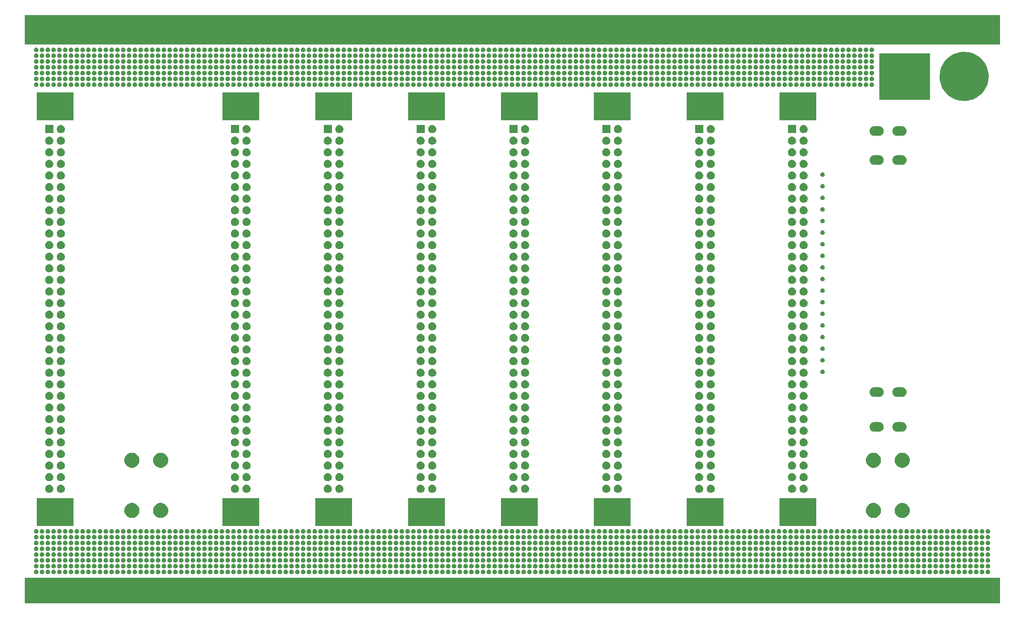
<source format=gbr>
G04 #@! TF.GenerationSoftware,KiCad,Pcbnew,(5.1.5)-3*
G04 #@! TF.CreationDate,2020-05-31T16:01:39+08:00*
G04 #@! TF.ProjectId,HEMAC_Backplane,48454d41-435f-4426-9163-6b706c616e65,rev?*
G04 #@! TF.SameCoordinates,Original*
G04 #@! TF.FileFunction,Soldermask,Bot*
G04 #@! TF.FilePolarity,Negative*
%FSLAX46Y46*%
G04 Gerber Fmt 4.6, Leading zero omitted, Abs format (unit mm)*
G04 Created by KiCad (PCBNEW (5.1.5)-3) date 2020-05-31 16:01:39*
%MOMM*%
%LPD*%
G04 APERTURE LIST*
%ADD10C,0.100000*%
%ADD11C,8.800000*%
G04 APERTURE END LIST*
D10*
G36*
X251460000Y-41910000D02*
G01*
X38100000Y-41910000D01*
X38100000Y-35560000D01*
X251460000Y-35560000D01*
X251460000Y-41910000D01*
G37*
X251460000Y-41910000D02*
X38100000Y-41910000D01*
X38100000Y-35560000D01*
X251460000Y-35560000D01*
X251460000Y-41910000D01*
G36*
X251460000Y-164300000D02*
G01*
X38100000Y-164300000D01*
X38100000Y-158750000D01*
X251460000Y-158750000D01*
X251460000Y-164300000D01*
G37*
X251460000Y-164300000D02*
X38100000Y-164300000D01*
X38100000Y-158750000D01*
X251460000Y-158750000D01*
X251460000Y-164300000D01*
G36*
X225132000Y-54000000D02*
G01*
X236132000Y-54000000D01*
X236132000Y-44000000D01*
X225132000Y-44000000D01*
X225132000Y-54000000D01*
G37*
X225132000Y-54000000D02*
X236132000Y-54000000D01*
X236132000Y-44000000D01*
X225132000Y-44000000D01*
X225132000Y-54000000D01*
D11*
X244713000Y-49000000D02*
G75*
G03X244713000Y-49000000I-1000000J0D01*
G01*
D10*
G36*
X48680000Y-147340000D02*
G01*
X40780000Y-147340000D01*
X40780000Y-141340000D01*
X48680000Y-141340000D01*
X48680000Y-147340000D01*
G37*
X48680000Y-147340000D02*
X40780000Y-147340000D01*
X40780000Y-141340000D01*
X48680000Y-141340000D01*
X48680000Y-147340000D01*
G36*
X48680000Y-58540000D02*
G01*
X40780000Y-58540000D01*
X40780000Y-52540000D01*
X48680000Y-52540000D01*
X48680000Y-58540000D01*
G37*
X48680000Y-58540000D02*
X40780000Y-58540000D01*
X40780000Y-52540000D01*
X48680000Y-52540000D01*
X48680000Y-58540000D01*
G36*
X89320000Y-147340000D02*
G01*
X81420000Y-147340000D01*
X81420000Y-141340000D01*
X89320000Y-141340000D01*
X89320000Y-147340000D01*
G37*
X89320000Y-147340000D02*
X81420000Y-147340000D01*
X81420000Y-141340000D01*
X89320000Y-141340000D01*
X89320000Y-147340000D01*
G36*
X89320000Y-58540000D02*
G01*
X81420000Y-58540000D01*
X81420000Y-52540000D01*
X89320000Y-52540000D01*
X89320000Y-58540000D01*
G37*
X89320000Y-58540000D02*
X81420000Y-58540000D01*
X81420000Y-52540000D01*
X89320000Y-52540000D01*
X89320000Y-58540000D01*
G36*
X109640000Y-147340000D02*
G01*
X101740000Y-147340000D01*
X101740000Y-141340000D01*
X109640000Y-141340000D01*
X109640000Y-147340000D01*
G37*
X109640000Y-147340000D02*
X101740000Y-147340000D01*
X101740000Y-141340000D01*
X109640000Y-141340000D01*
X109640000Y-147340000D01*
G36*
X109640000Y-58540000D02*
G01*
X101740000Y-58540000D01*
X101740000Y-52540000D01*
X109640000Y-52540000D01*
X109640000Y-58540000D01*
G37*
X109640000Y-58540000D02*
X101740000Y-58540000D01*
X101740000Y-52540000D01*
X109640000Y-52540000D01*
X109640000Y-58540000D01*
G36*
X129960000Y-147340000D02*
G01*
X122060000Y-147340000D01*
X122060000Y-141340000D01*
X129960000Y-141340000D01*
X129960000Y-147340000D01*
G37*
X129960000Y-147340000D02*
X122060000Y-147340000D01*
X122060000Y-141340000D01*
X129960000Y-141340000D01*
X129960000Y-147340000D01*
G36*
X129960000Y-58540000D02*
G01*
X122060000Y-58540000D01*
X122060000Y-52540000D01*
X129960000Y-52540000D01*
X129960000Y-58540000D01*
G37*
X129960000Y-58540000D02*
X122060000Y-58540000D01*
X122060000Y-52540000D01*
X129960000Y-52540000D01*
X129960000Y-58540000D01*
G36*
X150280000Y-147340000D02*
G01*
X142380000Y-147340000D01*
X142380000Y-141340000D01*
X150280000Y-141340000D01*
X150280000Y-147340000D01*
G37*
X150280000Y-147340000D02*
X142380000Y-147340000D01*
X142380000Y-141340000D01*
X150280000Y-141340000D01*
X150280000Y-147340000D01*
G36*
X150280000Y-58540000D02*
G01*
X142380000Y-58540000D01*
X142380000Y-52540000D01*
X150280000Y-52540000D01*
X150280000Y-58540000D01*
G37*
X150280000Y-58540000D02*
X142380000Y-58540000D01*
X142380000Y-52540000D01*
X150280000Y-52540000D01*
X150280000Y-58540000D01*
G36*
X170600000Y-147340000D02*
G01*
X162700000Y-147340000D01*
X162700000Y-141340000D01*
X170600000Y-141340000D01*
X170600000Y-147340000D01*
G37*
X170600000Y-147340000D02*
X162700000Y-147340000D01*
X162700000Y-141340000D01*
X170600000Y-141340000D01*
X170600000Y-147340000D01*
G36*
X170600000Y-58540000D02*
G01*
X162700000Y-58540000D01*
X162700000Y-52540000D01*
X170600000Y-52540000D01*
X170600000Y-58540000D01*
G37*
X170600000Y-58540000D02*
X162700000Y-58540000D01*
X162700000Y-52540000D01*
X170600000Y-52540000D01*
X170600000Y-58540000D01*
G36*
X190920000Y-147340000D02*
G01*
X183020000Y-147340000D01*
X183020000Y-141340000D01*
X190920000Y-141340000D01*
X190920000Y-147340000D01*
G37*
X190920000Y-147340000D02*
X183020000Y-147340000D01*
X183020000Y-141340000D01*
X190920000Y-141340000D01*
X190920000Y-147340000D01*
G36*
X190920000Y-58540000D02*
G01*
X183020000Y-58540000D01*
X183020000Y-52540000D01*
X190920000Y-52540000D01*
X190920000Y-58540000D01*
G37*
X190920000Y-58540000D02*
X183020000Y-58540000D01*
X183020000Y-52540000D01*
X190920000Y-52540000D01*
X190920000Y-58540000D01*
G36*
X211240000Y-147340000D02*
G01*
X203340000Y-147340000D01*
X203340000Y-141340000D01*
X211240000Y-141340000D01*
X211240000Y-147340000D01*
G37*
X211240000Y-147340000D02*
X203340000Y-147340000D01*
X203340000Y-141340000D01*
X211240000Y-141340000D01*
X211240000Y-147340000D01*
G36*
X211240000Y-58540000D02*
G01*
X203340000Y-58540000D01*
X203340000Y-52540000D01*
X211240000Y-52540000D01*
X211240000Y-58540000D01*
G37*
X211240000Y-58540000D02*
X203340000Y-58540000D01*
X203340000Y-52540000D01*
X211240000Y-52540000D01*
X211240000Y-58540000D01*
G36*
X91537740Y-156988627D02*
G01*
X91586136Y-156998253D01*
X91623902Y-157013896D01*
X91677311Y-157036019D01*
X91677312Y-157036020D01*
X91759369Y-157090848D01*
X91829152Y-157160631D01*
X91829153Y-157160633D01*
X91883981Y-157242689D01*
X91921747Y-157333865D01*
X91941000Y-157430655D01*
X91941000Y-157529345D01*
X91921747Y-157626135D01*
X91883981Y-157717311D01*
X91883980Y-157717312D01*
X91829152Y-157799369D01*
X91759369Y-157869152D01*
X91718062Y-157896752D01*
X91677311Y-157923981D01*
X91623902Y-157946104D01*
X91586136Y-157961747D01*
X91537740Y-157971374D01*
X91489345Y-157981000D01*
X91390655Y-157981000D01*
X91342260Y-157971374D01*
X91293864Y-157961747D01*
X91256098Y-157946104D01*
X91202689Y-157923981D01*
X91161938Y-157896752D01*
X91120631Y-157869152D01*
X91050848Y-157799369D01*
X90996020Y-157717312D01*
X90996019Y-157717311D01*
X90958253Y-157626135D01*
X90939000Y-157529345D01*
X90939000Y-157430655D01*
X90958253Y-157333865D01*
X90996019Y-157242689D01*
X91050847Y-157160633D01*
X91050848Y-157160631D01*
X91120631Y-157090848D01*
X91202688Y-157036020D01*
X91202689Y-157036019D01*
X91256098Y-157013896D01*
X91293864Y-156998253D01*
X91342260Y-156988627D01*
X91390655Y-156979000D01*
X91489345Y-156979000D01*
X91537740Y-156988627D01*
G37*
G36*
X52167740Y-156988627D02*
G01*
X52216136Y-156998253D01*
X52253902Y-157013896D01*
X52307311Y-157036019D01*
X52307312Y-157036020D01*
X52389369Y-157090848D01*
X52459152Y-157160631D01*
X52459153Y-157160633D01*
X52513981Y-157242689D01*
X52551747Y-157333865D01*
X52571000Y-157430655D01*
X52571000Y-157529345D01*
X52551747Y-157626135D01*
X52513981Y-157717311D01*
X52513980Y-157717312D01*
X52459152Y-157799369D01*
X52389369Y-157869152D01*
X52348062Y-157896752D01*
X52307311Y-157923981D01*
X52253902Y-157946104D01*
X52216136Y-157961747D01*
X52167740Y-157971374D01*
X52119345Y-157981000D01*
X52020655Y-157981000D01*
X51972260Y-157971374D01*
X51923864Y-157961747D01*
X51886098Y-157946104D01*
X51832689Y-157923981D01*
X51791938Y-157896752D01*
X51750631Y-157869152D01*
X51680848Y-157799369D01*
X51626020Y-157717312D01*
X51626019Y-157717311D01*
X51588253Y-157626135D01*
X51569000Y-157529345D01*
X51569000Y-157430655D01*
X51588253Y-157333865D01*
X51626019Y-157242689D01*
X51680847Y-157160633D01*
X51680848Y-157160631D01*
X51750631Y-157090848D01*
X51832688Y-157036020D01*
X51832689Y-157036019D01*
X51886098Y-157013896D01*
X51923864Y-156998253D01*
X51972260Y-156988627D01*
X52020655Y-156979000D01*
X52119345Y-156979000D01*
X52167740Y-156988627D01*
G37*
G36*
X40737740Y-156988627D02*
G01*
X40786136Y-156998253D01*
X40823902Y-157013896D01*
X40877311Y-157036019D01*
X40877312Y-157036020D01*
X40959369Y-157090848D01*
X41029152Y-157160631D01*
X41029153Y-157160633D01*
X41083981Y-157242689D01*
X41121747Y-157333865D01*
X41141000Y-157430655D01*
X41141000Y-157529345D01*
X41121747Y-157626135D01*
X41083981Y-157717311D01*
X41083980Y-157717312D01*
X41029152Y-157799369D01*
X40959369Y-157869152D01*
X40918062Y-157896752D01*
X40877311Y-157923981D01*
X40823902Y-157946104D01*
X40786136Y-157961747D01*
X40737740Y-157971374D01*
X40689345Y-157981000D01*
X40590655Y-157981000D01*
X40542260Y-157971374D01*
X40493864Y-157961747D01*
X40456098Y-157946104D01*
X40402689Y-157923981D01*
X40361938Y-157896752D01*
X40320631Y-157869152D01*
X40250848Y-157799369D01*
X40196020Y-157717312D01*
X40196019Y-157717311D01*
X40158253Y-157626135D01*
X40139000Y-157529345D01*
X40139000Y-157430655D01*
X40158253Y-157333865D01*
X40196019Y-157242689D01*
X40250847Y-157160633D01*
X40250848Y-157160631D01*
X40320631Y-157090848D01*
X40402688Y-157036020D01*
X40402689Y-157036019D01*
X40456098Y-157013896D01*
X40493864Y-156998253D01*
X40542260Y-156988627D01*
X40590655Y-156979000D01*
X40689345Y-156979000D01*
X40737740Y-156988627D01*
G37*
G36*
X42007740Y-156988627D02*
G01*
X42056136Y-156998253D01*
X42093902Y-157013896D01*
X42147311Y-157036019D01*
X42147312Y-157036020D01*
X42229369Y-157090848D01*
X42299152Y-157160631D01*
X42299153Y-157160633D01*
X42353981Y-157242689D01*
X42391747Y-157333865D01*
X42411000Y-157430655D01*
X42411000Y-157529345D01*
X42391747Y-157626135D01*
X42353981Y-157717311D01*
X42353980Y-157717312D01*
X42299152Y-157799369D01*
X42229369Y-157869152D01*
X42188062Y-157896752D01*
X42147311Y-157923981D01*
X42093902Y-157946104D01*
X42056136Y-157961747D01*
X42007740Y-157971374D01*
X41959345Y-157981000D01*
X41860655Y-157981000D01*
X41812260Y-157971374D01*
X41763864Y-157961747D01*
X41726098Y-157946104D01*
X41672689Y-157923981D01*
X41631938Y-157896752D01*
X41590631Y-157869152D01*
X41520848Y-157799369D01*
X41466020Y-157717312D01*
X41466019Y-157717311D01*
X41428253Y-157626135D01*
X41409000Y-157529345D01*
X41409000Y-157430655D01*
X41428253Y-157333865D01*
X41466019Y-157242689D01*
X41520847Y-157160633D01*
X41520848Y-157160631D01*
X41590631Y-157090848D01*
X41672688Y-157036020D01*
X41672689Y-157036019D01*
X41726098Y-157013896D01*
X41763864Y-156998253D01*
X41812260Y-156988627D01*
X41860655Y-156979000D01*
X41959345Y-156979000D01*
X42007740Y-156988627D01*
G37*
G36*
X43277740Y-156988627D02*
G01*
X43326136Y-156998253D01*
X43363902Y-157013896D01*
X43417311Y-157036019D01*
X43417312Y-157036020D01*
X43499369Y-157090848D01*
X43569152Y-157160631D01*
X43569153Y-157160633D01*
X43623981Y-157242689D01*
X43661747Y-157333865D01*
X43681000Y-157430655D01*
X43681000Y-157529345D01*
X43661747Y-157626135D01*
X43623981Y-157717311D01*
X43623980Y-157717312D01*
X43569152Y-157799369D01*
X43499369Y-157869152D01*
X43458062Y-157896752D01*
X43417311Y-157923981D01*
X43363902Y-157946104D01*
X43326136Y-157961747D01*
X43277740Y-157971374D01*
X43229345Y-157981000D01*
X43130655Y-157981000D01*
X43082260Y-157971374D01*
X43033864Y-157961747D01*
X42996098Y-157946104D01*
X42942689Y-157923981D01*
X42901938Y-157896752D01*
X42860631Y-157869152D01*
X42790848Y-157799369D01*
X42736020Y-157717312D01*
X42736019Y-157717311D01*
X42698253Y-157626135D01*
X42679000Y-157529345D01*
X42679000Y-157430655D01*
X42698253Y-157333865D01*
X42736019Y-157242689D01*
X42790847Y-157160633D01*
X42790848Y-157160631D01*
X42860631Y-157090848D01*
X42942688Y-157036020D01*
X42942689Y-157036019D01*
X42996098Y-157013896D01*
X43033864Y-156998253D01*
X43082260Y-156988627D01*
X43130655Y-156979000D01*
X43229345Y-156979000D01*
X43277740Y-156988627D01*
G37*
G36*
X44547740Y-156988627D02*
G01*
X44596136Y-156998253D01*
X44633902Y-157013896D01*
X44687311Y-157036019D01*
X44687312Y-157036020D01*
X44769369Y-157090848D01*
X44839152Y-157160631D01*
X44839153Y-157160633D01*
X44893981Y-157242689D01*
X44931747Y-157333865D01*
X44951000Y-157430655D01*
X44951000Y-157529345D01*
X44931747Y-157626135D01*
X44893981Y-157717311D01*
X44893980Y-157717312D01*
X44839152Y-157799369D01*
X44769369Y-157869152D01*
X44728062Y-157896752D01*
X44687311Y-157923981D01*
X44633902Y-157946104D01*
X44596136Y-157961747D01*
X44547740Y-157971374D01*
X44499345Y-157981000D01*
X44400655Y-157981000D01*
X44352260Y-157971374D01*
X44303864Y-157961747D01*
X44266098Y-157946104D01*
X44212689Y-157923981D01*
X44171938Y-157896752D01*
X44130631Y-157869152D01*
X44060848Y-157799369D01*
X44006020Y-157717312D01*
X44006019Y-157717311D01*
X43968253Y-157626135D01*
X43949000Y-157529345D01*
X43949000Y-157430655D01*
X43968253Y-157333865D01*
X44006019Y-157242689D01*
X44060847Y-157160633D01*
X44060848Y-157160631D01*
X44130631Y-157090848D01*
X44212688Y-157036020D01*
X44212689Y-157036019D01*
X44266098Y-157013896D01*
X44303864Y-156998253D01*
X44352260Y-156988627D01*
X44400655Y-156979000D01*
X44499345Y-156979000D01*
X44547740Y-156988627D01*
G37*
G36*
X45817740Y-156988627D02*
G01*
X45866136Y-156998253D01*
X45903902Y-157013896D01*
X45957311Y-157036019D01*
X45957312Y-157036020D01*
X46039369Y-157090848D01*
X46109152Y-157160631D01*
X46109153Y-157160633D01*
X46163981Y-157242689D01*
X46201747Y-157333865D01*
X46221000Y-157430655D01*
X46221000Y-157529345D01*
X46201747Y-157626135D01*
X46163981Y-157717311D01*
X46163980Y-157717312D01*
X46109152Y-157799369D01*
X46039369Y-157869152D01*
X45998062Y-157896752D01*
X45957311Y-157923981D01*
X45903902Y-157946104D01*
X45866136Y-157961747D01*
X45817740Y-157971374D01*
X45769345Y-157981000D01*
X45670655Y-157981000D01*
X45622260Y-157971374D01*
X45573864Y-157961747D01*
X45536098Y-157946104D01*
X45482689Y-157923981D01*
X45441938Y-157896752D01*
X45400631Y-157869152D01*
X45330848Y-157799369D01*
X45276020Y-157717312D01*
X45276019Y-157717311D01*
X45238253Y-157626135D01*
X45219000Y-157529345D01*
X45219000Y-157430655D01*
X45238253Y-157333865D01*
X45276019Y-157242689D01*
X45330847Y-157160633D01*
X45330848Y-157160631D01*
X45400631Y-157090848D01*
X45482688Y-157036020D01*
X45482689Y-157036019D01*
X45536098Y-157013896D01*
X45573864Y-156998253D01*
X45622260Y-156988627D01*
X45670655Y-156979000D01*
X45769345Y-156979000D01*
X45817740Y-156988627D01*
G37*
G36*
X47087740Y-156988627D02*
G01*
X47136136Y-156998253D01*
X47173902Y-157013896D01*
X47227311Y-157036019D01*
X47227312Y-157036020D01*
X47309369Y-157090848D01*
X47379152Y-157160631D01*
X47379153Y-157160633D01*
X47433981Y-157242689D01*
X47471747Y-157333865D01*
X47491000Y-157430655D01*
X47491000Y-157529345D01*
X47471747Y-157626135D01*
X47433981Y-157717311D01*
X47433980Y-157717312D01*
X47379152Y-157799369D01*
X47309369Y-157869152D01*
X47268062Y-157896752D01*
X47227311Y-157923981D01*
X47173902Y-157946104D01*
X47136136Y-157961747D01*
X47087740Y-157971374D01*
X47039345Y-157981000D01*
X46940655Y-157981000D01*
X46892260Y-157971374D01*
X46843864Y-157961747D01*
X46806098Y-157946104D01*
X46752689Y-157923981D01*
X46711938Y-157896752D01*
X46670631Y-157869152D01*
X46600848Y-157799369D01*
X46546020Y-157717312D01*
X46546019Y-157717311D01*
X46508253Y-157626135D01*
X46489000Y-157529345D01*
X46489000Y-157430655D01*
X46508253Y-157333865D01*
X46546019Y-157242689D01*
X46600847Y-157160633D01*
X46600848Y-157160631D01*
X46670631Y-157090848D01*
X46752688Y-157036020D01*
X46752689Y-157036019D01*
X46806098Y-157013896D01*
X46843864Y-156998253D01*
X46892260Y-156988627D01*
X46940655Y-156979000D01*
X47039345Y-156979000D01*
X47087740Y-156988627D01*
G37*
G36*
X48357740Y-156988627D02*
G01*
X48406136Y-156998253D01*
X48443902Y-157013896D01*
X48497311Y-157036019D01*
X48497312Y-157036020D01*
X48579369Y-157090848D01*
X48649152Y-157160631D01*
X48649153Y-157160633D01*
X48703981Y-157242689D01*
X48741747Y-157333865D01*
X48761000Y-157430655D01*
X48761000Y-157529345D01*
X48741747Y-157626135D01*
X48703981Y-157717311D01*
X48703980Y-157717312D01*
X48649152Y-157799369D01*
X48579369Y-157869152D01*
X48538062Y-157896752D01*
X48497311Y-157923981D01*
X48443902Y-157946104D01*
X48406136Y-157961747D01*
X48357740Y-157971374D01*
X48309345Y-157981000D01*
X48210655Y-157981000D01*
X48162260Y-157971374D01*
X48113864Y-157961747D01*
X48076098Y-157946104D01*
X48022689Y-157923981D01*
X47981938Y-157896752D01*
X47940631Y-157869152D01*
X47870848Y-157799369D01*
X47816020Y-157717312D01*
X47816019Y-157717311D01*
X47778253Y-157626135D01*
X47759000Y-157529345D01*
X47759000Y-157430655D01*
X47778253Y-157333865D01*
X47816019Y-157242689D01*
X47870847Y-157160633D01*
X47870848Y-157160631D01*
X47940631Y-157090848D01*
X48022688Y-157036020D01*
X48022689Y-157036019D01*
X48076098Y-157013896D01*
X48113864Y-156998253D01*
X48162260Y-156988627D01*
X48210655Y-156979000D01*
X48309345Y-156979000D01*
X48357740Y-156988627D01*
G37*
G36*
X49627740Y-156988627D02*
G01*
X49676136Y-156998253D01*
X49713902Y-157013896D01*
X49767311Y-157036019D01*
X49767312Y-157036020D01*
X49849369Y-157090848D01*
X49919152Y-157160631D01*
X49919153Y-157160633D01*
X49973981Y-157242689D01*
X50011747Y-157333865D01*
X50031000Y-157430655D01*
X50031000Y-157529345D01*
X50011747Y-157626135D01*
X49973981Y-157717311D01*
X49973980Y-157717312D01*
X49919152Y-157799369D01*
X49849369Y-157869152D01*
X49808062Y-157896752D01*
X49767311Y-157923981D01*
X49713902Y-157946104D01*
X49676136Y-157961747D01*
X49627740Y-157971374D01*
X49579345Y-157981000D01*
X49480655Y-157981000D01*
X49432260Y-157971374D01*
X49383864Y-157961747D01*
X49346098Y-157946104D01*
X49292689Y-157923981D01*
X49251938Y-157896752D01*
X49210631Y-157869152D01*
X49140848Y-157799369D01*
X49086020Y-157717312D01*
X49086019Y-157717311D01*
X49048253Y-157626135D01*
X49029000Y-157529345D01*
X49029000Y-157430655D01*
X49048253Y-157333865D01*
X49086019Y-157242689D01*
X49140847Y-157160633D01*
X49140848Y-157160631D01*
X49210631Y-157090848D01*
X49292688Y-157036020D01*
X49292689Y-157036019D01*
X49346098Y-157013896D01*
X49383864Y-156998253D01*
X49432260Y-156988627D01*
X49480655Y-156979000D01*
X49579345Y-156979000D01*
X49627740Y-156988627D01*
G37*
G36*
X50897740Y-156988627D02*
G01*
X50946136Y-156998253D01*
X50983902Y-157013896D01*
X51037311Y-157036019D01*
X51037312Y-157036020D01*
X51119369Y-157090848D01*
X51189152Y-157160631D01*
X51189153Y-157160633D01*
X51243981Y-157242689D01*
X51281747Y-157333865D01*
X51301000Y-157430655D01*
X51301000Y-157529345D01*
X51281747Y-157626135D01*
X51243981Y-157717311D01*
X51243980Y-157717312D01*
X51189152Y-157799369D01*
X51119369Y-157869152D01*
X51078062Y-157896752D01*
X51037311Y-157923981D01*
X50983902Y-157946104D01*
X50946136Y-157961747D01*
X50897740Y-157971374D01*
X50849345Y-157981000D01*
X50750655Y-157981000D01*
X50702260Y-157971374D01*
X50653864Y-157961747D01*
X50616098Y-157946104D01*
X50562689Y-157923981D01*
X50521938Y-157896752D01*
X50480631Y-157869152D01*
X50410848Y-157799369D01*
X50356020Y-157717312D01*
X50356019Y-157717311D01*
X50318253Y-157626135D01*
X50299000Y-157529345D01*
X50299000Y-157430655D01*
X50318253Y-157333865D01*
X50356019Y-157242689D01*
X50410847Y-157160633D01*
X50410848Y-157160631D01*
X50480631Y-157090848D01*
X50562688Y-157036020D01*
X50562689Y-157036019D01*
X50616098Y-157013896D01*
X50653864Y-156998253D01*
X50702260Y-156988627D01*
X50750655Y-156979000D01*
X50849345Y-156979000D01*
X50897740Y-156988627D01*
G37*
G36*
X90267740Y-156988627D02*
G01*
X90316136Y-156998253D01*
X90353902Y-157013896D01*
X90407311Y-157036019D01*
X90407312Y-157036020D01*
X90489369Y-157090848D01*
X90559152Y-157160631D01*
X90559153Y-157160633D01*
X90613981Y-157242689D01*
X90651747Y-157333865D01*
X90671000Y-157430655D01*
X90671000Y-157529345D01*
X90651747Y-157626135D01*
X90613981Y-157717311D01*
X90613980Y-157717312D01*
X90559152Y-157799369D01*
X90489369Y-157869152D01*
X90448062Y-157896752D01*
X90407311Y-157923981D01*
X90353902Y-157946104D01*
X90316136Y-157961747D01*
X90267740Y-157971374D01*
X90219345Y-157981000D01*
X90120655Y-157981000D01*
X90072260Y-157971374D01*
X90023864Y-157961747D01*
X89986098Y-157946104D01*
X89932689Y-157923981D01*
X89891938Y-157896752D01*
X89850631Y-157869152D01*
X89780848Y-157799369D01*
X89726020Y-157717312D01*
X89726019Y-157717311D01*
X89688253Y-157626135D01*
X89669000Y-157529345D01*
X89669000Y-157430655D01*
X89688253Y-157333865D01*
X89726019Y-157242689D01*
X89780847Y-157160633D01*
X89780848Y-157160631D01*
X89850631Y-157090848D01*
X89932688Y-157036020D01*
X89932689Y-157036019D01*
X89986098Y-157013896D01*
X90023864Y-156998253D01*
X90072260Y-156988627D01*
X90120655Y-156979000D01*
X90219345Y-156979000D01*
X90267740Y-156988627D01*
G37*
G36*
X53437740Y-156988627D02*
G01*
X53486136Y-156998253D01*
X53523902Y-157013896D01*
X53577311Y-157036019D01*
X53577312Y-157036020D01*
X53659369Y-157090848D01*
X53729152Y-157160631D01*
X53729153Y-157160633D01*
X53783981Y-157242689D01*
X53821747Y-157333865D01*
X53841000Y-157430655D01*
X53841000Y-157529345D01*
X53821747Y-157626135D01*
X53783981Y-157717311D01*
X53783980Y-157717312D01*
X53729152Y-157799369D01*
X53659369Y-157869152D01*
X53618062Y-157896752D01*
X53577311Y-157923981D01*
X53523902Y-157946104D01*
X53486136Y-157961747D01*
X53437740Y-157971374D01*
X53389345Y-157981000D01*
X53290655Y-157981000D01*
X53242260Y-157971374D01*
X53193864Y-157961747D01*
X53156098Y-157946104D01*
X53102689Y-157923981D01*
X53061938Y-157896752D01*
X53020631Y-157869152D01*
X52950848Y-157799369D01*
X52896020Y-157717312D01*
X52896019Y-157717311D01*
X52858253Y-157626135D01*
X52839000Y-157529345D01*
X52839000Y-157430655D01*
X52858253Y-157333865D01*
X52896019Y-157242689D01*
X52950847Y-157160633D01*
X52950848Y-157160631D01*
X53020631Y-157090848D01*
X53102688Y-157036020D01*
X53102689Y-157036019D01*
X53156098Y-157013896D01*
X53193864Y-156998253D01*
X53242260Y-156988627D01*
X53290655Y-156979000D01*
X53389345Y-156979000D01*
X53437740Y-156988627D01*
G37*
G36*
X54707740Y-156988627D02*
G01*
X54756136Y-156998253D01*
X54793902Y-157013896D01*
X54847311Y-157036019D01*
X54847312Y-157036020D01*
X54929369Y-157090848D01*
X54999152Y-157160631D01*
X54999153Y-157160633D01*
X55053981Y-157242689D01*
X55091747Y-157333865D01*
X55111000Y-157430655D01*
X55111000Y-157529345D01*
X55091747Y-157626135D01*
X55053981Y-157717311D01*
X55053980Y-157717312D01*
X54999152Y-157799369D01*
X54929369Y-157869152D01*
X54888062Y-157896752D01*
X54847311Y-157923981D01*
X54793902Y-157946104D01*
X54756136Y-157961747D01*
X54707740Y-157971374D01*
X54659345Y-157981000D01*
X54560655Y-157981000D01*
X54512260Y-157971374D01*
X54463864Y-157961747D01*
X54426098Y-157946104D01*
X54372689Y-157923981D01*
X54331938Y-157896752D01*
X54290631Y-157869152D01*
X54220848Y-157799369D01*
X54166020Y-157717312D01*
X54166019Y-157717311D01*
X54128253Y-157626135D01*
X54109000Y-157529345D01*
X54109000Y-157430655D01*
X54128253Y-157333865D01*
X54166019Y-157242689D01*
X54220847Y-157160633D01*
X54220848Y-157160631D01*
X54290631Y-157090848D01*
X54372688Y-157036020D01*
X54372689Y-157036019D01*
X54426098Y-157013896D01*
X54463864Y-156998253D01*
X54512260Y-156988627D01*
X54560655Y-156979000D01*
X54659345Y-156979000D01*
X54707740Y-156988627D01*
G37*
G36*
X55977740Y-156988627D02*
G01*
X56026136Y-156998253D01*
X56063902Y-157013896D01*
X56117311Y-157036019D01*
X56117312Y-157036020D01*
X56199369Y-157090848D01*
X56269152Y-157160631D01*
X56269153Y-157160633D01*
X56323981Y-157242689D01*
X56361747Y-157333865D01*
X56381000Y-157430655D01*
X56381000Y-157529345D01*
X56361747Y-157626135D01*
X56323981Y-157717311D01*
X56323980Y-157717312D01*
X56269152Y-157799369D01*
X56199369Y-157869152D01*
X56158062Y-157896752D01*
X56117311Y-157923981D01*
X56063902Y-157946104D01*
X56026136Y-157961747D01*
X55977740Y-157971374D01*
X55929345Y-157981000D01*
X55830655Y-157981000D01*
X55782260Y-157971374D01*
X55733864Y-157961747D01*
X55696098Y-157946104D01*
X55642689Y-157923981D01*
X55601938Y-157896752D01*
X55560631Y-157869152D01*
X55490848Y-157799369D01*
X55436020Y-157717312D01*
X55436019Y-157717311D01*
X55398253Y-157626135D01*
X55379000Y-157529345D01*
X55379000Y-157430655D01*
X55398253Y-157333865D01*
X55436019Y-157242689D01*
X55490847Y-157160633D01*
X55490848Y-157160631D01*
X55560631Y-157090848D01*
X55642688Y-157036020D01*
X55642689Y-157036019D01*
X55696098Y-157013896D01*
X55733864Y-156998253D01*
X55782260Y-156988627D01*
X55830655Y-156979000D01*
X55929345Y-156979000D01*
X55977740Y-156988627D01*
G37*
G36*
X57247740Y-156988627D02*
G01*
X57296136Y-156998253D01*
X57333902Y-157013896D01*
X57387311Y-157036019D01*
X57387312Y-157036020D01*
X57469369Y-157090848D01*
X57539152Y-157160631D01*
X57539153Y-157160633D01*
X57593981Y-157242689D01*
X57631747Y-157333865D01*
X57651000Y-157430655D01*
X57651000Y-157529345D01*
X57631747Y-157626135D01*
X57593981Y-157717311D01*
X57593980Y-157717312D01*
X57539152Y-157799369D01*
X57469369Y-157869152D01*
X57428062Y-157896752D01*
X57387311Y-157923981D01*
X57333902Y-157946104D01*
X57296136Y-157961747D01*
X57247740Y-157971374D01*
X57199345Y-157981000D01*
X57100655Y-157981000D01*
X57052260Y-157971374D01*
X57003864Y-157961747D01*
X56966098Y-157946104D01*
X56912689Y-157923981D01*
X56871938Y-157896752D01*
X56830631Y-157869152D01*
X56760848Y-157799369D01*
X56706020Y-157717312D01*
X56706019Y-157717311D01*
X56668253Y-157626135D01*
X56649000Y-157529345D01*
X56649000Y-157430655D01*
X56668253Y-157333865D01*
X56706019Y-157242689D01*
X56760847Y-157160633D01*
X56760848Y-157160631D01*
X56830631Y-157090848D01*
X56912688Y-157036020D01*
X56912689Y-157036019D01*
X56966098Y-157013896D01*
X57003864Y-156998253D01*
X57052260Y-156988627D01*
X57100655Y-156979000D01*
X57199345Y-156979000D01*
X57247740Y-156988627D01*
G37*
G36*
X58517740Y-156988627D02*
G01*
X58566136Y-156998253D01*
X58603902Y-157013896D01*
X58657311Y-157036019D01*
X58657312Y-157036020D01*
X58739369Y-157090848D01*
X58809152Y-157160631D01*
X58809153Y-157160633D01*
X58863981Y-157242689D01*
X58901747Y-157333865D01*
X58921000Y-157430655D01*
X58921000Y-157529345D01*
X58901747Y-157626135D01*
X58863981Y-157717311D01*
X58863980Y-157717312D01*
X58809152Y-157799369D01*
X58739369Y-157869152D01*
X58698062Y-157896752D01*
X58657311Y-157923981D01*
X58603902Y-157946104D01*
X58566136Y-157961747D01*
X58517740Y-157971374D01*
X58469345Y-157981000D01*
X58370655Y-157981000D01*
X58322260Y-157971374D01*
X58273864Y-157961747D01*
X58236098Y-157946104D01*
X58182689Y-157923981D01*
X58141938Y-157896752D01*
X58100631Y-157869152D01*
X58030848Y-157799369D01*
X57976020Y-157717312D01*
X57976019Y-157717311D01*
X57938253Y-157626135D01*
X57919000Y-157529345D01*
X57919000Y-157430655D01*
X57938253Y-157333865D01*
X57976019Y-157242689D01*
X58030847Y-157160633D01*
X58030848Y-157160631D01*
X58100631Y-157090848D01*
X58182688Y-157036020D01*
X58182689Y-157036019D01*
X58236098Y-157013896D01*
X58273864Y-156998253D01*
X58322260Y-156988627D01*
X58370655Y-156979000D01*
X58469345Y-156979000D01*
X58517740Y-156988627D01*
G37*
G36*
X59787740Y-156988627D02*
G01*
X59836136Y-156998253D01*
X59873902Y-157013896D01*
X59927311Y-157036019D01*
X59927312Y-157036020D01*
X60009369Y-157090848D01*
X60079152Y-157160631D01*
X60079153Y-157160633D01*
X60133981Y-157242689D01*
X60171747Y-157333865D01*
X60191000Y-157430655D01*
X60191000Y-157529345D01*
X60171747Y-157626135D01*
X60133981Y-157717311D01*
X60133980Y-157717312D01*
X60079152Y-157799369D01*
X60009369Y-157869152D01*
X59968062Y-157896752D01*
X59927311Y-157923981D01*
X59873902Y-157946104D01*
X59836136Y-157961747D01*
X59787740Y-157971374D01*
X59739345Y-157981000D01*
X59640655Y-157981000D01*
X59592260Y-157971374D01*
X59543864Y-157961747D01*
X59506098Y-157946104D01*
X59452689Y-157923981D01*
X59411938Y-157896752D01*
X59370631Y-157869152D01*
X59300848Y-157799369D01*
X59246020Y-157717312D01*
X59246019Y-157717311D01*
X59208253Y-157626135D01*
X59189000Y-157529345D01*
X59189000Y-157430655D01*
X59208253Y-157333865D01*
X59246019Y-157242689D01*
X59300847Y-157160633D01*
X59300848Y-157160631D01*
X59370631Y-157090848D01*
X59452688Y-157036020D01*
X59452689Y-157036019D01*
X59506098Y-157013896D01*
X59543864Y-156998253D01*
X59592260Y-156988627D01*
X59640655Y-156979000D01*
X59739345Y-156979000D01*
X59787740Y-156988627D01*
G37*
G36*
X61057740Y-156988627D02*
G01*
X61106136Y-156998253D01*
X61143902Y-157013896D01*
X61197311Y-157036019D01*
X61197312Y-157036020D01*
X61279369Y-157090848D01*
X61349152Y-157160631D01*
X61349153Y-157160633D01*
X61403981Y-157242689D01*
X61441747Y-157333865D01*
X61461000Y-157430655D01*
X61461000Y-157529345D01*
X61441747Y-157626135D01*
X61403981Y-157717311D01*
X61403980Y-157717312D01*
X61349152Y-157799369D01*
X61279369Y-157869152D01*
X61238062Y-157896752D01*
X61197311Y-157923981D01*
X61143902Y-157946104D01*
X61106136Y-157961747D01*
X61057740Y-157971374D01*
X61009345Y-157981000D01*
X60910655Y-157981000D01*
X60862260Y-157971374D01*
X60813864Y-157961747D01*
X60776098Y-157946104D01*
X60722689Y-157923981D01*
X60681938Y-157896752D01*
X60640631Y-157869152D01*
X60570848Y-157799369D01*
X60516020Y-157717312D01*
X60516019Y-157717311D01*
X60478253Y-157626135D01*
X60459000Y-157529345D01*
X60459000Y-157430655D01*
X60478253Y-157333865D01*
X60516019Y-157242689D01*
X60570847Y-157160633D01*
X60570848Y-157160631D01*
X60640631Y-157090848D01*
X60722688Y-157036020D01*
X60722689Y-157036019D01*
X60776098Y-157013896D01*
X60813864Y-156998253D01*
X60862260Y-156988627D01*
X60910655Y-156979000D01*
X61009345Y-156979000D01*
X61057740Y-156988627D01*
G37*
G36*
X62327740Y-156988627D02*
G01*
X62376136Y-156998253D01*
X62413902Y-157013896D01*
X62467311Y-157036019D01*
X62467312Y-157036020D01*
X62549369Y-157090848D01*
X62619152Y-157160631D01*
X62619153Y-157160633D01*
X62673981Y-157242689D01*
X62711747Y-157333865D01*
X62731000Y-157430655D01*
X62731000Y-157529345D01*
X62711747Y-157626135D01*
X62673981Y-157717311D01*
X62673980Y-157717312D01*
X62619152Y-157799369D01*
X62549369Y-157869152D01*
X62508062Y-157896752D01*
X62467311Y-157923981D01*
X62413902Y-157946104D01*
X62376136Y-157961747D01*
X62327740Y-157971374D01*
X62279345Y-157981000D01*
X62180655Y-157981000D01*
X62132260Y-157971374D01*
X62083864Y-157961747D01*
X62046098Y-157946104D01*
X61992689Y-157923981D01*
X61951938Y-157896752D01*
X61910631Y-157869152D01*
X61840848Y-157799369D01*
X61786020Y-157717312D01*
X61786019Y-157717311D01*
X61748253Y-157626135D01*
X61729000Y-157529345D01*
X61729000Y-157430655D01*
X61748253Y-157333865D01*
X61786019Y-157242689D01*
X61840847Y-157160633D01*
X61840848Y-157160631D01*
X61910631Y-157090848D01*
X61992688Y-157036020D01*
X61992689Y-157036019D01*
X62046098Y-157013896D01*
X62083864Y-156998253D01*
X62132260Y-156988627D01*
X62180655Y-156979000D01*
X62279345Y-156979000D01*
X62327740Y-156988627D01*
G37*
G36*
X63597740Y-156988627D02*
G01*
X63646136Y-156998253D01*
X63683902Y-157013896D01*
X63737311Y-157036019D01*
X63737312Y-157036020D01*
X63819369Y-157090848D01*
X63889152Y-157160631D01*
X63889153Y-157160633D01*
X63943981Y-157242689D01*
X63981747Y-157333865D01*
X64001000Y-157430655D01*
X64001000Y-157529345D01*
X63981747Y-157626135D01*
X63943981Y-157717311D01*
X63943980Y-157717312D01*
X63889152Y-157799369D01*
X63819369Y-157869152D01*
X63778062Y-157896752D01*
X63737311Y-157923981D01*
X63683902Y-157946104D01*
X63646136Y-157961747D01*
X63597740Y-157971374D01*
X63549345Y-157981000D01*
X63450655Y-157981000D01*
X63402260Y-157971374D01*
X63353864Y-157961747D01*
X63316098Y-157946104D01*
X63262689Y-157923981D01*
X63221938Y-157896752D01*
X63180631Y-157869152D01*
X63110848Y-157799369D01*
X63056020Y-157717312D01*
X63056019Y-157717311D01*
X63018253Y-157626135D01*
X62999000Y-157529345D01*
X62999000Y-157430655D01*
X63018253Y-157333865D01*
X63056019Y-157242689D01*
X63110847Y-157160633D01*
X63110848Y-157160631D01*
X63180631Y-157090848D01*
X63262688Y-157036020D01*
X63262689Y-157036019D01*
X63316098Y-157013896D01*
X63353864Y-156998253D01*
X63402260Y-156988627D01*
X63450655Y-156979000D01*
X63549345Y-156979000D01*
X63597740Y-156988627D01*
G37*
G36*
X77567740Y-156988627D02*
G01*
X77616136Y-156998253D01*
X77653902Y-157013896D01*
X77707311Y-157036019D01*
X77707312Y-157036020D01*
X77789369Y-157090848D01*
X77859152Y-157160631D01*
X77859153Y-157160633D01*
X77913981Y-157242689D01*
X77951747Y-157333865D01*
X77971000Y-157430655D01*
X77971000Y-157529345D01*
X77951747Y-157626135D01*
X77913981Y-157717311D01*
X77913980Y-157717312D01*
X77859152Y-157799369D01*
X77789369Y-157869152D01*
X77748062Y-157896752D01*
X77707311Y-157923981D01*
X77653902Y-157946104D01*
X77616136Y-157961747D01*
X77567740Y-157971374D01*
X77519345Y-157981000D01*
X77420655Y-157981000D01*
X77372260Y-157971374D01*
X77323864Y-157961747D01*
X77286098Y-157946104D01*
X77232689Y-157923981D01*
X77191938Y-157896752D01*
X77150631Y-157869152D01*
X77080848Y-157799369D01*
X77026020Y-157717312D01*
X77026019Y-157717311D01*
X76988253Y-157626135D01*
X76969000Y-157529345D01*
X76969000Y-157430655D01*
X76988253Y-157333865D01*
X77026019Y-157242689D01*
X77080847Y-157160633D01*
X77080848Y-157160631D01*
X77150631Y-157090848D01*
X77232688Y-157036020D01*
X77232689Y-157036019D01*
X77286098Y-157013896D01*
X77323864Y-156998253D01*
X77372260Y-156988627D01*
X77420655Y-156979000D01*
X77519345Y-156979000D01*
X77567740Y-156988627D01*
G37*
G36*
X78837740Y-156988627D02*
G01*
X78886136Y-156998253D01*
X78923902Y-157013896D01*
X78977311Y-157036019D01*
X78977312Y-157036020D01*
X79059369Y-157090848D01*
X79129152Y-157160631D01*
X79129153Y-157160633D01*
X79183981Y-157242689D01*
X79221747Y-157333865D01*
X79241000Y-157430655D01*
X79241000Y-157529345D01*
X79221747Y-157626135D01*
X79183981Y-157717311D01*
X79183980Y-157717312D01*
X79129152Y-157799369D01*
X79059369Y-157869152D01*
X79018062Y-157896752D01*
X78977311Y-157923981D01*
X78923902Y-157946104D01*
X78886136Y-157961747D01*
X78837740Y-157971374D01*
X78789345Y-157981000D01*
X78690655Y-157981000D01*
X78642260Y-157971374D01*
X78593864Y-157961747D01*
X78556098Y-157946104D01*
X78502689Y-157923981D01*
X78461938Y-157896752D01*
X78420631Y-157869152D01*
X78350848Y-157799369D01*
X78296020Y-157717312D01*
X78296019Y-157717311D01*
X78258253Y-157626135D01*
X78239000Y-157529345D01*
X78239000Y-157430655D01*
X78258253Y-157333865D01*
X78296019Y-157242689D01*
X78350847Y-157160633D01*
X78350848Y-157160631D01*
X78420631Y-157090848D01*
X78502688Y-157036020D01*
X78502689Y-157036019D01*
X78556098Y-157013896D01*
X78593864Y-156998253D01*
X78642260Y-156988627D01*
X78690655Y-156979000D01*
X78789345Y-156979000D01*
X78837740Y-156988627D01*
G37*
G36*
X66137740Y-156988627D02*
G01*
X66186136Y-156998253D01*
X66223902Y-157013896D01*
X66277311Y-157036019D01*
X66277312Y-157036020D01*
X66359369Y-157090848D01*
X66429152Y-157160631D01*
X66429153Y-157160633D01*
X66483981Y-157242689D01*
X66521747Y-157333865D01*
X66541000Y-157430655D01*
X66541000Y-157529345D01*
X66521747Y-157626135D01*
X66483981Y-157717311D01*
X66483980Y-157717312D01*
X66429152Y-157799369D01*
X66359369Y-157869152D01*
X66318062Y-157896752D01*
X66277311Y-157923981D01*
X66223902Y-157946104D01*
X66186136Y-157961747D01*
X66137740Y-157971374D01*
X66089345Y-157981000D01*
X65990655Y-157981000D01*
X65942260Y-157971374D01*
X65893864Y-157961747D01*
X65856098Y-157946104D01*
X65802689Y-157923981D01*
X65761938Y-157896752D01*
X65720631Y-157869152D01*
X65650848Y-157799369D01*
X65596020Y-157717312D01*
X65596019Y-157717311D01*
X65558253Y-157626135D01*
X65539000Y-157529345D01*
X65539000Y-157430655D01*
X65558253Y-157333865D01*
X65596019Y-157242689D01*
X65650847Y-157160633D01*
X65650848Y-157160631D01*
X65720631Y-157090848D01*
X65802688Y-157036020D01*
X65802689Y-157036019D01*
X65856098Y-157013896D01*
X65893864Y-156998253D01*
X65942260Y-156988627D01*
X65990655Y-156979000D01*
X66089345Y-156979000D01*
X66137740Y-156988627D01*
G37*
G36*
X67407740Y-156988627D02*
G01*
X67456136Y-156998253D01*
X67493902Y-157013896D01*
X67547311Y-157036019D01*
X67547312Y-157036020D01*
X67629369Y-157090848D01*
X67699152Y-157160631D01*
X67699153Y-157160633D01*
X67753981Y-157242689D01*
X67791747Y-157333865D01*
X67811000Y-157430655D01*
X67811000Y-157529345D01*
X67791747Y-157626135D01*
X67753981Y-157717311D01*
X67753980Y-157717312D01*
X67699152Y-157799369D01*
X67629369Y-157869152D01*
X67588062Y-157896752D01*
X67547311Y-157923981D01*
X67493902Y-157946104D01*
X67456136Y-157961747D01*
X67407740Y-157971374D01*
X67359345Y-157981000D01*
X67260655Y-157981000D01*
X67212260Y-157971374D01*
X67163864Y-157961747D01*
X67126098Y-157946104D01*
X67072689Y-157923981D01*
X67031938Y-157896752D01*
X66990631Y-157869152D01*
X66920848Y-157799369D01*
X66866020Y-157717312D01*
X66866019Y-157717311D01*
X66828253Y-157626135D01*
X66809000Y-157529345D01*
X66809000Y-157430655D01*
X66828253Y-157333865D01*
X66866019Y-157242689D01*
X66920847Y-157160633D01*
X66920848Y-157160631D01*
X66990631Y-157090848D01*
X67072688Y-157036020D01*
X67072689Y-157036019D01*
X67126098Y-157013896D01*
X67163864Y-156998253D01*
X67212260Y-156988627D01*
X67260655Y-156979000D01*
X67359345Y-156979000D01*
X67407740Y-156988627D01*
G37*
G36*
X68677740Y-156988627D02*
G01*
X68726136Y-156998253D01*
X68763902Y-157013896D01*
X68817311Y-157036019D01*
X68817312Y-157036020D01*
X68899369Y-157090848D01*
X68969152Y-157160631D01*
X68969153Y-157160633D01*
X69023981Y-157242689D01*
X69061747Y-157333865D01*
X69081000Y-157430655D01*
X69081000Y-157529345D01*
X69061747Y-157626135D01*
X69023981Y-157717311D01*
X69023980Y-157717312D01*
X68969152Y-157799369D01*
X68899369Y-157869152D01*
X68858062Y-157896752D01*
X68817311Y-157923981D01*
X68763902Y-157946104D01*
X68726136Y-157961747D01*
X68677740Y-157971374D01*
X68629345Y-157981000D01*
X68530655Y-157981000D01*
X68482260Y-157971374D01*
X68433864Y-157961747D01*
X68396098Y-157946104D01*
X68342689Y-157923981D01*
X68301938Y-157896752D01*
X68260631Y-157869152D01*
X68190848Y-157799369D01*
X68136020Y-157717312D01*
X68136019Y-157717311D01*
X68098253Y-157626135D01*
X68079000Y-157529345D01*
X68079000Y-157430655D01*
X68098253Y-157333865D01*
X68136019Y-157242689D01*
X68190847Y-157160633D01*
X68190848Y-157160631D01*
X68260631Y-157090848D01*
X68342688Y-157036020D01*
X68342689Y-157036019D01*
X68396098Y-157013896D01*
X68433864Y-156998253D01*
X68482260Y-156988627D01*
X68530655Y-156979000D01*
X68629345Y-156979000D01*
X68677740Y-156988627D01*
G37*
G36*
X69947740Y-156988627D02*
G01*
X69996136Y-156998253D01*
X70033902Y-157013896D01*
X70087311Y-157036019D01*
X70087312Y-157036020D01*
X70169369Y-157090848D01*
X70239152Y-157160631D01*
X70239153Y-157160633D01*
X70293981Y-157242689D01*
X70331747Y-157333865D01*
X70351000Y-157430655D01*
X70351000Y-157529345D01*
X70331747Y-157626135D01*
X70293981Y-157717311D01*
X70293980Y-157717312D01*
X70239152Y-157799369D01*
X70169369Y-157869152D01*
X70128062Y-157896752D01*
X70087311Y-157923981D01*
X70033902Y-157946104D01*
X69996136Y-157961747D01*
X69947740Y-157971374D01*
X69899345Y-157981000D01*
X69800655Y-157981000D01*
X69752260Y-157971374D01*
X69703864Y-157961747D01*
X69666098Y-157946104D01*
X69612689Y-157923981D01*
X69571938Y-157896752D01*
X69530631Y-157869152D01*
X69460848Y-157799369D01*
X69406020Y-157717312D01*
X69406019Y-157717311D01*
X69368253Y-157626135D01*
X69349000Y-157529345D01*
X69349000Y-157430655D01*
X69368253Y-157333865D01*
X69406019Y-157242689D01*
X69460847Y-157160633D01*
X69460848Y-157160631D01*
X69530631Y-157090848D01*
X69612688Y-157036020D01*
X69612689Y-157036019D01*
X69666098Y-157013896D01*
X69703864Y-156998253D01*
X69752260Y-156988627D01*
X69800655Y-156979000D01*
X69899345Y-156979000D01*
X69947740Y-156988627D01*
G37*
G36*
X71217740Y-156988627D02*
G01*
X71266136Y-156998253D01*
X71303902Y-157013896D01*
X71357311Y-157036019D01*
X71357312Y-157036020D01*
X71439369Y-157090848D01*
X71509152Y-157160631D01*
X71509153Y-157160633D01*
X71563981Y-157242689D01*
X71601747Y-157333865D01*
X71621000Y-157430655D01*
X71621000Y-157529345D01*
X71601747Y-157626135D01*
X71563981Y-157717311D01*
X71563980Y-157717312D01*
X71509152Y-157799369D01*
X71439369Y-157869152D01*
X71398062Y-157896752D01*
X71357311Y-157923981D01*
X71303902Y-157946104D01*
X71266136Y-157961747D01*
X71217740Y-157971374D01*
X71169345Y-157981000D01*
X71070655Y-157981000D01*
X71022260Y-157971374D01*
X70973864Y-157961747D01*
X70936098Y-157946104D01*
X70882689Y-157923981D01*
X70841938Y-157896752D01*
X70800631Y-157869152D01*
X70730848Y-157799369D01*
X70676020Y-157717312D01*
X70676019Y-157717311D01*
X70638253Y-157626135D01*
X70619000Y-157529345D01*
X70619000Y-157430655D01*
X70638253Y-157333865D01*
X70676019Y-157242689D01*
X70730847Y-157160633D01*
X70730848Y-157160631D01*
X70800631Y-157090848D01*
X70882688Y-157036020D01*
X70882689Y-157036019D01*
X70936098Y-157013896D01*
X70973864Y-156998253D01*
X71022260Y-156988627D01*
X71070655Y-156979000D01*
X71169345Y-156979000D01*
X71217740Y-156988627D01*
G37*
G36*
X72487740Y-156988627D02*
G01*
X72536136Y-156998253D01*
X72573902Y-157013896D01*
X72627311Y-157036019D01*
X72627312Y-157036020D01*
X72709369Y-157090848D01*
X72779152Y-157160631D01*
X72779153Y-157160633D01*
X72833981Y-157242689D01*
X72871747Y-157333865D01*
X72891000Y-157430655D01*
X72891000Y-157529345D01*
X72871747Y-157626135D01*
X72833981Y-157717311D01*
X72833980Y-157717312D01*
X72779152Y-157799369D01*
X72709369Y-157869152D01*
X72668062Y-157896752D01*
X72627311Y-157923981D01*
X72573902Y-157946104D01*
X72536136Y-157961747D01*
X72487740Y-157971374D01*
X72439345Y-157981000D01*
X72340655Y-157981000D01*
X72292260Y-157971374D01*
X72243864Y-157961747D01*
X72206098Y-157946104D01*
X72152689Y-157923981D01*
X72111938Y-157896752D01*
X72070631Y-157869152D01*
X72000848Y-157799369D01*
X71946020Y-157717312D01*
X71946019Y-157717311D01*
X71908253Y-157626135D01*
X71889000Y-157529345D01*
X71889000Y-157430655D01*
X71908253Y-157333865D01*
X71946019Y-157242689D01*
X72000847Y-157160633D01*
X72000848Y-157160631D01*
X72070631Y-157090848D01*
X72152688Y-157036020D01*
X72152689Y-157036019D01*
X72206098Y-157013896D01*
X72243864Y-156998253D01*
X72292260Y-156988627D01*
X72340655Y-156979000D01*
X72439345Y-156979000D01*
X72487740Y-156988627D01*
G37*
G36*
X73757740Y-156988627D02*
G01*
X73806136Y-156998253D01*
X73843902Y-157013896D01*
X73897311Y-157036019D01*
X73897312Y-157036020D01*
X73979369Y-157090848D01*
X74049152Y-157160631D01*
X74049153Y-157160633D01*
X74103981Y-157242689D01*
X74141747Y-157333865D01*
X74161000Y-157430655D01*
X74161000Y-157529345D01*
X74141747Y-157626135D01*
X74103981Y-157717311D01*
X74103980Y-157717312D01*
X74049152Y-157799369D01*
X73979369Y-157869152D01*
X73938062Y-157896752D01*
X73897311Y-157923981D01*
X73843902Y-157946104D01*
X73806136Y-157961747D01*
X73757740Y-157971374D01*
X73709345Y-157981000D01*
X73610655Y-157981000D01*
X73562260Y-157971374D01*
X73513864Y-157961747D01*
X73476098Y-157946104D01*
X73422689Y-157923981D01*
X73381938Y-157896752D01*
X73340631Y-157869152D01*
X73270848Y-157799369D01*
X73216020Y-157717312D01*
X73216019Y-157717311D01*
X73178253Y-157626135D01*
X73159000Y-157529345D01*
X73159000Y-157430655D01*
X73178253Y-157333865D01*
X73216019Y-157242689D01*
X73270847Y-157160633D01*
X73270848Y-157160631D01*
X73340631Y-157090848D01*
X73422688Y-157036020D01*
X73422689Y-157036019D01*
X73476098Y-157013896D01*
X73513864Y-156998253D01*
X73562260Y-156988627D01*
X73610655Y-156979000D01*
X73709345Y-156979000D01*
X73757740Y-156988627D01*
G37*
G36*
X75027740Y-156988627D02*
G01*
X75076136Y-156998253D01*
X75113902Y-157013896D01*
X75167311Y-157036019D01*
X75167312Y-157036020D01*
X75249369Y-157090848D01*
X75319152Y-157160631D01*
X75319153Y-157160633D01*
X75373981Y-157242689D01*
X75411747Y-157333865D01*
X75431000Y-157430655D01*
X75431000Y-157529345D01*
X75411747Y-157626135D01*
X75373981Y-157717311D01*
X75373980Y-157717312D01*
X75319152Y-157799369D01*
X75249369Y-157869152D01*
X75208062Y-157896752D01*
X75167311Y-157923981D01*
X75113902Y-157946104D01*
X75076136Y-157961747D01*
X75027740Y-157971374D01*
X74979345Y-157981000D01*
X74880655Y-157981000D01*
X74832260Y-157971374D01*
X74783864Y-157961747D01*
X74746098Y-157946104D01*
X74692689Y-157923981D01*
X74651938Y-157896752D01*
X74610631Y-157869152D01*
X74540848Y-157799369D01*
X74486020Y-157717312D01*
X74486019Y-157717311D01*
X74448253Y-157626135D01*
X74429000Y-157529345D01*
X74429000Y-157430655D01*
X74448253Y-157333865D01*
X74486019Y-157242689D01*
X74540847Y-157160633D01*
X74540848Y-157160631D01*
X74610631Y-157090848D01*
X74692688Y-157036020D01*
X74692689Y-157036019D01*
X74746098Y-157013896D01*
X74783864Y-156998253D01*
X74832260Y-156988627D01*
X74880655Y-156979000D01*
X74979345Y-156979000D01*
X75027740Y-156988627D01*
G37*
G36*
X76297740Y-156988627D02*
G01*
X76346136Y-156998253D01*
X76383902Y-157013896D01*
X76437311Y-157036019D01*
X76437312Y-157036020D01*
X76519369Y-157090848D01*
X76589152Y-157160631D01*
X76589153Y-157160633D01*
X76643981Y-157242689D01*
X76681747Y-157333865D01*
X76701000Y-157430655D01*
X76701000Y-157529345D01*
X76681747Y-157626135D01*
X76643981Y-157717311D01*
X76643980Y-157717312D01*
X76589152Y-157799369D01*
X76519369Y-157869152D01*
X76478062Y-157896752D01*
X76437311Y-157923981D01*
X76383902Y-157946104D01*
X76346136Y-157961747D01*
X76297740Y-157971374D01*
X76249345Y-157981000D01*
X76150655Y-157981000D01*
X76102260Y-157971374D01*
X76053864Y-157961747D01*
X76016098Y-157946104D01*
X75962689Y-157923981D01*
X75921938Y-157896752D01*
X75880631Y-157869152D01*
X75810848Y-157799369D01*
X75756020Y-157717312D01*
X75756019Y-157717311D01*
X75718253Y-157626135D01*
X75699000Y-157529345D01*
X75699000Y-157430655D01*
X75718253Y-157333865D01*
X75756019Y-157242689D01*
X75810847Y-157160633D01*
X75810848Y-157160631D01*
X75880631Y-157090848D01*
X75962688Y-157036020D01*
X75962689Y-157036019D01*
X76016098Y-157013896D01*
X76053864Y-156998253D01*
X76102260Y-156988627D01*
X76150655Y-156979000D01*
X76249345Y-156979000D01*
X76297740Y-156988627D01*
G37*
G36*
X130907740Y-156988627D02*
G01*
X130956136Y-156998253D01*
X130993902Y-157013896D01*
X131047311Y-157036019D01*
X131047312Y-157036020D01*
X131129369Y-157090848D01*
X131199152Y-157160631D01*
X131199153Y-157160633D01*
X131253981Y-157242689D01*
X131291747Y-157333865D01*
X131311000Y-157430655D01*
X131311000Y-157529345D01*
X131291747Y-157626135D01*
X131253981Y-157717311D01*
X131253980Y-157717312D01*
X131199152Y-157799369D01*
X131129369Y-157869152D01*
X131088062Y-157896752D01*
X131047311Y-157923981D01*
X130993902Y-157946104D01*
X130956136Y-157961747D01*
X130907740Y-157971374D01*
X130859345Y-157981000D01*
X130760655Y-157981000D01*
X130712260Y-157971374D01*
X130663864Y-157961747D01*
X130626098Y-157946104D01*
X130572689Y-157923981D01*
X130531938Y-157896752D01*
X130490631Y-157869152D01*
X130420848Y-157799369D01*
X130366020Y-157717312D01*
X130366019Y-157717311D01*
X130328253Y-157626135D01*
X130309000Y-157529345D01*
X130309000Y-157430655D01*
X130328253Y-157333865D01*
X130366019Y-157242689D01*
X130420847Y-157160633D01*
X130420848Y-157160631D01*
X130490631Y-157090848D01*
X130572688Y-157036020D01*
X130572689Y-157036019D01*
X130626098Y-157013896D01*
X130663864Y-156998253D01*
X130712260Y-156988627D01*
X130760655Y-156979000D01*
X130859345Y-156979000D01*
X130907740Y-156988627D01*
G37*
G36*
X64867740Y-156988627D02*
G01*
X64916136Y-156998253D01*
X64953902Y-157013896D01*
X65007311Y-157036019D01*
X65007312Y-157036020D01*
X65089369Y-157090848D01*
X65159152Y-157160631D01*
X65159153Y-157160633D01*
X65213981Y-157242689D01*
X65251747Y-157333865D01*
X65271000Y-157430655D01*
X65271000Y-157529345D01*
X65251747Y-157626135D01*
X65213981Y-157717311D01*
X65213980Y-157717312D01*
X65159152Y-157799369D01*
X65089369Y-157869152D01*
X65048062Y-157896752D01*
X65007311Y-157923981D01*
X64953902Y-157946104D01*
X64916136Y-157961747D01*
X64867740Y-157971374D01*
X64819345Y-157981000D01*
X64720655Y-157981000D01*
X64672260Y-157971374D01*
X64623864Y-157961747D01*
X64586098Y-157946104D01*
X64532689Y-157923981D01*
X64491938Y-157896752D01*
X64450631Y-157869152D01*
X64380848Y-157799369D01*
X64326020Y-157717312D01*
X64326019Y-157717311D01*
X64288253Y-157626135D01*
X64269000Y-157529345D01*
X64269000Y-157430655D01*
X64288253Y-157333865D01*
X64326019Y-157242689D01*
X64380847Y-157160633D01*
X64380848Y-157160631D01*
X64450631Y-157090848D01*
X64532688Y-157036020D01*
X64532689Y-157036019D01*
X64586098Y-157013896D01*
X64623864Y-156998253D01*
X64672260Y-156988627D01*
X64720655Y-156979000D01*
X64819345Y-156979000D01*
X64867740Y-156988627D01*
G37*
G36*
X80107740Y-156988627D02*
G01*
X80156136Y-156998253D01*
X80193902Y-157013896D01*
X80247311Y-157036019D01*
X80247312Y-157036020D01*
X80329369Y-157090848D01*
X80399152Y-157160631D01*
X80399153Y-157160633D01*
X80453981Y-157242689D01*
X80491747Y-157333865D01*
X80511000Y-157430655D01*
X80511000Y-157529345D01*
X80491747Y-157626135D01*
X80453981Y-157717311D01*
X80453980Y-157717312D01*
X80399152Y-157799369D01*
X80329369Y-157869152D01*
X80288062Y-157896752D01*
X80247311Y-157923981D01*
X80193902Y-157946104D01*
X80156136Y-157961747D01*
X80107740Y-157971374D01*
X80059345Y-157981000D01*
X79960655Y-157981000D01*
X79912260Y-157971374D01*
X79863864Y-157961747D01*
X79826098Y-157946104D01*
X79772689Y-157923981D01*
X79731938Y-157896752D01*
X79690631Y-157869152D01*
X79620848Y-157799369D01*
X79566020Y-157717312D01*
X79566019Y-157717311D01*
X79528253Y-157626135D01*
X79509000Y-157529345D01*
X79509000Y-157430655D01*
X79528253Y-157333865D01*
X79566019Y-157242689D01*
X79620847Y-157160633D01*
X79620848Y-157160631D01*
X79690631Y-157090848D01*
X79772688Y-157036020D01*
X79772689Y-157036019D01*
X79826098Y-157013896D01*
X79863864Y-156998253D01*
X79912260Y-156988627D01*
X79960655Y-156979000D01*
X80059345Y-156979000D01*
X80107740Y-156988627D01*
G37*
G36*
X81377740Y-156988627D02*
G01*
X81426136Y-156998253D01*
X81463902Y-157013896D01*
X81517311Y-157036019D01*
X81517312Y-157036020D01*
X81599369Y-157090848D01*
X81669152Y-157160631D01*
X81669153Y-157160633D01*
X81723981Y-157242689D01*
X81761747Y-157333865D01*
X81781000Y-157430655D01*
X81781000Y-157529345D01*
X81761747Y-157626135D01*
X81723981Y-157717311D01*
X81723980Y-157717312D01*
X81669152Y-157799369D01*
X81599369Y-157869152D01*
X81558062Y-157896752D01*
X81517311Y-157923981D01*
X81463902Y-157946104D01*
X81426136Y-157961747D01*
X81377740Y-157971374D01*
X81329345Y-157981000D01*
X81230655Y-157981000D01*
X81182260Y-157971374D01*
X81133864Y-157961747D01*
X81096098Y-157946104D01*
X81042689Y-157923981D01*
X81001938Y-157896752D01*
X80960631Y-157869152D01*
X80890848Y-157799369D01*
X80836020Y-157717312D01*
X80836019Y-157717311D01*
X80798253Y-157626135D01*
X80779000Y-157529345D01*
X80779000Y-157430655D01*
X80798253Y-157333865D01*
X80836019Y-157242689D01*
X80890847Y-157160633D01*
X80890848Y-157160631D01*
X80960631Y-157090848D01*
X81042688Y-157036020D01*
X81042689Y-157036019D01*
X81096098Y-157013896D01*
X81133864Y-156998253D01*
X81182260Y-156988627D01*
X81230655Y-156979000D01*
X81329345Y-156979000D01*
X81377740Y-156988627D01*
G37*
G36*
X82647740Y-156988627D02*
G01*
X82696136Y-156998253D01*
X82733902Y-157013896D01*
X82787311Y-157036019D01*
X82787312Y-157036020D01*
X82869369Y-157090848D01*
X82939152Y-157160631D01*
X82939153Y-157160633D01*
X82993981Y-157242689D01*
X83031747Y-157333865D01*
X83051000Y-157430655D01*
X83051000Y-157529345D01*
X83031747Y-157626135D01*
X82993981Y-157717311D01*
X82993980Y-157717312D01*
X82939152Y-157799369D01*
X82869369Y-157869152D01*
X82828062Y-157896752D01*
X82787311Y-157923981D01*
X82733902Y-157946104D01*
X82696136Y-157961747D01*
X82647740Y-157971374D01*
X82599345Y-157981000D01*
X82500655Y-157981000D01*
X82452260Y-157971374D01*
X82403864Y-157961747D01*
X82366098Y-157946104D01*
X82312689Y-157923981D01*
X82271938Y-157896752D01*
X82230631Y-157869152D01*
X82160848Y-157799369D01*
X82106020Y-157717312D01*
X82106019Y-157717311D01*
X82068253Y-157626135D01*
X82049000Y-157529345D01*
X82049000Y-157430655D01*
X82068253Y-157333865D01*
X82106019Y-157242689D01*
X82160847Y-157160633D01*
X82160848Y-157160631D01*
X82230631Y-157090848D01*
X82312688Y-157036020D01*
X82312689Y-157036019D01*
X82366098Y-157013896D01*
X82403864Y-156998253D01*
X82452260Y-156988627D01*
X82500655Y-156979000D01*
X82599345Y-156979000D01*
X82647740Y-156988627D01*
G37*
G36*
X83917740Y-156988627D02*
G01*
X83966136Y-156998253D01*
X84003902Y-157013896D01*
X84057311Y-157036019D01*
X84057312Y-157036020D01*
X84139369Y-157090848D01*
X84209152Y-157160631D01*
X84209153Y-157160633D01*
X84263981Y-157242689D01*
X84301747Y-157333865D01*
X84321000Y-157430655D01*
X84321000Y-157529345D01*
X84301747Y-157626135D01*
X84263981Y-157717311D01*
X84263980Y-157717312D01*
X84209152Y-157799369D01*
X84139369Y-157869152D01*
X84098062Y-157896752D01*
X84057311Y-157923981D01*
X84003902Y-157946104D01*
X83966136Y-157961747D01*
X83917740Y-157971374D01*
X83869345Y-157981000D01*
X83770655Y-157981000D01*
X83722260Y-157971374D01*
X83673864Y-157961747D01*
X83636098Y-157946104D01*
X83582689Y-157923981D01*
X83541938Y-157896752D01*
X83500631Y-157869152D01*
X83430848Y-157799369D01*
X83376020Y-157717312D01*
X83376019Y-157717311D01*
X83338253Y-157626135D01*
X83319000Y-157529345D01*
X83319000Y-157430655D01*
X83338253Y-157333865D01*
X83376019Y-157242689D01*
X83430847Y-157160633D01*
X83430848Y-157160631D01*
X83500631Y-157090848D01*
X83582688Y-157036020D01*
X83582689Y-157036019D01*
X83636098Y-157013896D01*
X83673864Y-156998253D01*
X83722260Y-156988627D01*
X83770655Y-156979000D01*
X83869345Y-156979000D01*
X83917740Y-156988627D01*
G37*
G36*
X85187740Y-156988627D02*
G01*
X85236136Y-156998253D01*
X85273902Y-157013896D01*
X85327311Y-157036019D01*
X85327312Y-157036020D01*
X85409369Y-157090848D01*
X85479152Y-157160631D01*
X85479153Y-157160633D01*
X85533981Y-157242689D01*
X85571747Y-157333865D01*
X85591000Y-157430655D01*
X85591000Y-157529345D01*
X85571747Y-157626135D01*
X85533981Y-157717311D01*
X85533980Y-157717312D01*
X85479152Y-157799369D01*
X85409369Y-157869152D01*
X85368062Y-157896752D01*
X85327311Y-157923981D01*
X85273902Y-157946104D01*
X85236136Y-157961747D01*
X85187740Y-157971374D01*
X85139345Y-157981000D01*
X85040655Y-157981000D01*
X84992260Y-157971374D01*
X84943864Y-157961747D01*
X84906098Y-157946104D01*
X84852689Y-157923981D01*
X84811938Y-157896752D01*
X84770631Y-157869152D01*
X84700848Y-157799369D01*
X84646020Y-157717312D01*
X84646019Y-157717311D01*
X84608253Y-157626135D01*
X84589000Y-157529345D01*
X84589000Y-157430655D01*
X84608253Y-157333865D01*
X84646019Y-157242689D01*
X84700847Y-157160633D01*
X84700848Y-157160631D01*
X84770631Y-157090848D01*
X84852688Y-157036020D01*
X84852689Y-157036019D01*
X84906098Y-157013896D01*
X84943864Y-156998253D01*
X84992260Y-156988627D01*
X85040655Y-156979000D01*
X85139345Y-156979000D01*
X85187740Y-156988627D01*
G37*
G36*
X86457740Y-156988627D02*
G01*
X86506136Y-156998253D01*
X86543902Y-157013896D01*
X86597311Y-157036019D01*
X86597312Y-157036020D01*
X86679369Y-157090848D01*
X86749152Y-157160631D01*
X86749153Y-157160633D01*
X86803981Y-157242689D01*
X86841747Y-157333865D01*
X86861000Y-157430655D01*
X86861000Y-157529345D01*
X86841747Y-157626135D01*
X86803981Y-157717311D01*
X86803980Y-157717312D01*
X86749152Y-157799369D01*
X86679369Y-157869152D01*
X86638062Y-157896752D01*
X86597311Y-157923981D01*
X86543902Y-157946104D01*
X86506136Y-157961747D01*
X86457740Y-157971374D01*
X86409345Y-157981000D01*
X86310655Y-157981000D01*
X86262260Y-157971374D01*
X86213864Y-157961747D01*
X86176098Y-157946104D01*
X86122689Y-157923981D01*
X86081938Y-157896752D01*
X86040631Y-157869152D01*
X85970848Y-157799369D01*
X85916020Y-157717312D01*
X85916019Y-157717311D01*
X85878253Y-157626135D01*
X85859000Y-157529345D01*
X85859000Y-157430655D01*
X85878253Y-157333865D01*
X85916019Y-157242689D01*
X85970847Y-157160633D01*
X85970848Y-157160631D01*
X86040631Y-157090848D01*
X86122688Y-157036020D01*
X86122689Y-157036019D01*
X86176098Y-157013896D01*
X86213864Y-156998253D01*
X86262260Y-156988627D01*
X86310655Y-156979000D01*
X86409345Y-156979000D01*
X86457740Y-156988627D01*
G37*
G36*
X87727740Y-156988627D02*
G01*
X87776136Y-156998253D01*
X87813902Y-157013896D01*
X87867311Y-157036019D01*
X87867312Y-157036020D01*
X87949369Y-157090848D01*
X88019152Y-157160631D01*
X88019153Y-157160633D01*
X88073981Y-157242689D01*
X88111747Y-157333865D01*
X88131000Y-157430655D01*
X88131000Y-157529345D01*
X88111747Y-157626135D01*
X88073981Y-157717311D01*
X88073980Y-157717312D01*
X88019152Y-157799369D01*
X87949369Y-157869152D01*
X87908062Y-157896752D01*
X87867311Y-157923981D01*
X87813902Y-157946104D01*
X87776136Y-157961747D01*
X87727740Y-157971374D01*
X87679345Y-157981000D01*
X87580655Y-157981000D01*
X87532260Y-157971374D01*
X87483864Y-157961747D01*
X87446098Y-157946104D01*
X87392689Y-157923981D01*
X87351938Y-157896752D01*
X87310631Y-157869152D01*
X87240848Y-157799369D01*
X87186020Y-157717312D01*
X87186019Y-157717311D01*
X87148253Y-157626135D01*
X87129000Y-157529345D01*
X87129000Y-157430655D01*
X87148253Y-157333865D01*
X87186019Y-157242689D01*
X87240847Y-157160633D01*
X87240848Y-157160631D01*
X87310631Y-157090848D01*
X87392688Y-157036020D01*
X87392689Y-157036019D01*
X87446098Y-157013896D01*
X87483864Y-156998253D01*
X87532260Y-156988627D01*
X87580655Y-156979000D01*
X87679345Y-156979000D01*
X87727740Y-156988627D01*
G37*
G36*
X88997740Y-156988627D02*
G01*
X89046136Y-156998253D01*
X89083902Y-157013896D01*
X89137311Y-157036019D01*
X89137312Y-157036020D01*
X89219369Y-157090848D01*
X89289152Y-157160631D01*
X89289153Y-157160633D01*
X89343981Y-157242689D01*
X89381747Y-157333865D01*
X89401000Y-157430655D01*
X89401000Y-157529345D01*
X89381747Y-157626135D01*
X89343981Y-157717311D01*
X89343980Y-157717312D01*
X89289152Y-157799369D01*
X89219369Y-157869152D01*
X89178062Y-157896752D01*
X89137311Y-157923981D01*
X89083902Y-157946104D01*
X89046136Y-157961747D01*
X88997740Y-157971374D01*
X88949345Y-157981000D01*
X88850655Y-157981000D01*
X88802260Y-157971374D01*
X88753864Y-157961747D01*
X88716098Y-157946104D01*
X88662689Y-157923981D01*
X88621938Y-157896752D01*
X88580631Y-157869152D01*
X88510848Y-157799369D01*
X88456020Y-157717312D01*
X88456019Y-157717311D01*
X88418253Y-157626135D01*
X88399000Y-157529345D01*
X88399000Y-157430655D01*
X88418253Y-157333865D01*
X88456019Y-157242689D01*
X88510847Y-157160633D01*
X88510848Y-157160631D01*
X88580631Y-157090848D01*
X88662688Y-157036020D01*
X88662689Y-157036019D01*
X88716098Y-157013896D01*
X88753864Y-156998253D01*
X88802260Y-156988627D01*
X88850655Y-156979000D01*
X88949345Y-156979000D01*
X88997740Y-156988627D01*
G37*
G36*
X105507740Y-156988627D02*
G01*
X105556136Y-156998253D01*
X105593902Y-157013896D01*
X105647311Y-157036019D01*
X105647312Y-157036020D01*
X105729369Y-157090848D01*
X105799152Y-157160631D01*
X105799153Y-157160633D01*
X105853981Y-157242689D01*
X105891747Y-157333865D01*
X105911000Y-157430655D01*
X105911000Y-157529345D01*
X105891747Y-157626135D01*
X105853981Y-157717311D01*
X105853980Y-157717312D01*
X105799152Y-157799369D01*
X105729369Y-157869152D01*
X105688062Y-157896752D01*
X105647311Y-157923981D01*
X105593902Y-157946104D01*
X105556136Y-157961747D01*
X105507740Y-157971374D01*
X105459345Y-157981000D01*
X105360655Y-157981000D01*
X105312260Y-157971374D01*
X105263864Y-157961747D01*
X105226098Y-157946104D01*
X105172689Y-157923981D01*
X105131938Y-157896752D01*
X105090631Y-157869152D01*
X105020848Y-157799369D01*
X104966020Y-157717312D01*
X104966019Y-157717311D01*
X104928253Y-157626135D01*
X104909000Y-157529345D01*
X104909000Y-157430655D01*
X104928253Y-157333865D01*
X104966019Y-157242689D01*
X105020847Y-157160633D01*
X105020848Y-157160631D01*
X105090631Y-157090848D01*
X105172688Y-157036020D01*
X105172689Y-157036019D01*
X105226098Y-157013896D01*
X105263864Y-156998253D01*
X105312260Y-156988627D01*
X105360655Y-156979000D01*
X105459345Y-156979000D01*
X105507740Y-156988627D01*
G37*
G36*
X104237740Y-156988627D02*
G01*
X104286136Y-156998253D01*
X104323902Y-157013896D01*
X104377311Y-157036019D01*
X104377312Y-157036020D01*
X104459369Y-157090848D01*
X104529152Y-157160631D01*
X104529153Y-157160633D01*
X104583981Y-157242689D01*
X104621747Y-157333865D01*
X104641000Y-157430655D01*
X104641000Y-157529345D01*
X104621747Y-157626135D01*
X104583981Y-157717311D01*
X104583980Y-157717312D01*
X104529152Y-157799369D01*
X104459369Y-157869152D01*
X104418062Y-157896752D01*
X104377311Y-157923981D01*
X104323902Y-157946104D01*
X104286136Y-157961747D01*
X104237740Y-157971374D01*
X104189345Y-157981000D01*
X104090655Y-157981000D01*
X104042260Y-157971374D01*
X103993864Y-157961747D01*
X103956098Y-157946104D01*
X103902689Y-157923981D01*
X103861938Y-157896752D01*
X103820631Y-157869152D01*
X103750848Y-157799369D01*
X103696020Y-157717312D01*
X103696019Y-157717311D01*
X103658253Y-157626135D01*
X103639000Y-157529345D01*
X103639000Y-157430655D01*
X103658253Y-157333865D01*
X103696019Y-157242689D01*
X103750847Y-157160633D01*
X103750848Y-157160631D01*
X103820631Y-157090848D01*
X103902688Y-157036020D01*
X103902689Y-157036019D01*
X103956098Y-157013896D01*
X103993864Y-156998253D01*
X104042260Y-156988627D01*
X104090655Y-156979000D01*
X104189345Y-156979000D01*
X104237740Y-156988627D01*
G37*
G36*
X92807740Y-156988627D02*
G01*
X92856136Y-156998253D01*
X92893902Y-157013896D01*
X92947311Y-157036019D01*
X92947312Y-157036020D01*
X93029369Y-157090848D01*
X93099152Y-157160631D01*
X93099153Y-157160633D01*
X93153981Y-157242689D01*
X93191747Y-157333865D01*
X93211000Y-157430655D01*
X93211000Y-157529345D01*
X93191747Y-157626135D01*
X93153981Y-157717311D01*
X93153980Y-157717312D01*
X93099152Y-157799369D01*
X93029369Y-157869152D01*
X92988062Y-157896752D01*
X92947311Y-157923981D01*
X92893902Y-157946104D01*
X92856136Y-157961747D01*
X92807740Y-157971374D01*
X92759345Y-157981000D01*
X92660655Y-157981000D01*
X92612260Y-157971374D01*
X92563864Y-157961747D01*
X92526098Y-157946104D01*
X92472689Y-157923981D01*
X92431938Y-157896752D01*
X92390631Y-157869152D01*
X92320848Y-157799369D01*
X92266020Y-157717312D01*
X92266019Y-157717311D01*
X92228253Y-157626135D01*
X92209000Y-157529345D01*
X92209000Y-157430655D01*
X92228253Y-157333865D01*
X92266019Y-157242689D01*
X92320847Y-157160633D01*
X92320848Y-157160631D01*
X92390631Y-157090848D01*
X92472688Y-157036020D01*
X92472689Y-157036019D01*
X92526098Y-157013896D01*
X92563864Y-156998253D01*
X92612260Y-156988627D01*
X92660655Y-156979000D01*
X92759345Y-156979000D01*
X92807740Y-156988627D01*
G37*
G36*
X94077740Y-156988627D02*
G01*
X94126136Y-156998253D01*
X94163902Y-157013896D01*
X94217311Y-157036019D01*
X94217312Y-157036020D01*
X94299369Y-157090848D01*
X94369152Y-157160631D01*
X94369153Y-157160633D01*
X94423981Y-157242689D01*
X94461747Y-157333865D01*
X94481000Y-157430655D01*
X94481000Y-157529345D01*
X94461747Y-157626135D01*
X94423981Y-157717311D01*
X94423980Y-157717312D01*
X94369152Y-157799369D01*
X94299369Y-157869152D01*
X94258062Y-157896752D01*
X94217311Y-157923981D01*
X94163902Y-157946104D01*
X94126136Y-157961747D01*
X94077740Y-157971374D01*
X94029345Y-157981000D01*
X93930655Y-157981000D01*
X93882260Y-157971374D01*
X93833864Y-157961747D01*
X93796098Y-157946104D01*
X93742689Y-157923981D01*
X93701938Y-157896752D01*
X93660631Y-157869152D01*
X93590848Y-157799369D01*
X93536020Y-157717312D01*
X93536019Y-157717311D01*
X93498253Y-157626135D01*
X93479000Y-157529345D01*
X93479000Y-157430655D01*
X93498253Y-157333865D01*
X93536019Y-157242689D01*
X93590847Y-157160633D01*
X93590848Y-157160631D01*
X93660631Y-157090848D01*
X93742688Y-157036020D01*
X93742689Y-157036019D01*
X93796098Y-157013896D01*
X93833864Y-156998253D01*
X93882260Y-156988627D01*
X93930655Y-156979000D01*
X94029345Y-156979000D01*
X94077740Y-156988627D01*
G37*
G36*
X95347740Y-156988627D02*
G01*
X95396136Y-156998253D01*
X95433902Y-157013896D01*
X95487311Y-157036019D01*
X95487312Y-157036020D01*
X95569369Y-157090848D01*
X95639152Y-157160631D01*
X95639153Y-157160633D01*
X95693981Y-157242689D01*
X95731747Y-157333865D01*
X95751000Y-157430655D01*
X95751000Y-157529345D01*
X95731747Y-157626135D01*
X95693981Y-157717311D01*
X95693980Y-157717312D01*
X95639152Y-157799369D01*
X95569369Y-157869152D01*
X95528062Y-157896752D01*
X95487311Y-157923981D01*
X95433902Y-157946104D01*
X95396136Y-157961747D01*
X95347740Y-157971374D01*
X95299345Y-157981000D01*
X95200655Y-157981000D01*
X95152260Y-157971374D01*
X95103864Y-157961747D01*
X95066098Y-157946104D01*
X95012689Y-157923981D01*
X94971938Y-157896752D01*
X94930631Y-157869152D01*
X94860848Y-157799369D01*
X94806020Y-157717312D01*
X94806019Y-157717311D01*
X94768253Y-157626135D01*
X94749000Y-157529345D01*
X94749000Y-157430655D01*
X94768253Y-157333865D01*
X94806019Y-157242689D01*
X94860847Y-157160633D01*
X94860848Y-157160631D01*
X94930631Y-157090848D01*
X95012688Y-157036020D01*
X95012689Y-157036019D01*
X95066098Y-157013896D01*
X95103864Y-156998253D01*
X95152260Y-156988627D01*
X95200655Y-156979000D01*
X95299345Y-156979000D01*
X95347740Y-156988627D01*
G37*
G36*
X96617740Y-156988627D02*
G01*
X96666136Y-156998253D01*
X96703902Y-157013896D01*
X96757311Y-157036019D01*
X96757312Y-157036020D01*
X96839369Y-157090848D01*
X96909152Y-157160631D01*
X96909153Y-157160633D01*
X96963981Y-157242689D01*
X97001747Y-157333865D01*
X97021000Y-157430655D01*
X97021000Y-157529345D01*
X97001747Y-157626135D01*
X96963981Y-157717311D01*
X96963980Y-157717312D01*
X96909152Y-157799369D01*
X96839369Y-157869152D01*
X96798062Y-157896752D01*
X96757311Y-157923981D01*
X96703902Y-157946104D01*
X96666136Y-157961747D01*
X96617740Y-157971374D01*
X96569345Y-157981000D01*
X96470655Y-157981000D01*
X96422260Y-157971374D01*
X96373864Y-157961747D01*
X96336098Y-157946104D01*
X96282689Y-157923981D01*
X96241938Y-157896752D01*
X96200631Y-157869152D01*
X96130848Y-157799369D01*
X96076020Y-157717312D01*
X96076019Y-157717311D01*
X96038253Y-157626135D01*
X96019000Y-157529345D01*
X96019000Y-157430655D01*
X96038253Y-157333865D01*
X96076019Y-157242689D01*
X96130847Y-157160633D01*
X96130848Y-157160631D01*
X96200631Y-157090848D01*
X96282688Y-157036020D01*
X96282689Y-157036019D01*
X96336098Y-157013896D01*
X96373864Y-156998253D01*
X96422260Y-156988627D01*
X96470655Y-156979000D01*
X96569345Y-156979000D01*
X96617740Y-156988627D01*
G37*
G36*
X97887740Y-156988627D02*
G01*
X97936136Y-156998253D01*
X97973902Y-157013896D01*
X98027311Y-157036019D01*
X98027312Y-157036020D01*
X98109369Y-157090848D01*
X98179152Y-157160631D01*
X98179153Y-157160633D01*
X98233981Y-157242689D01*
X98271747Y-157333865D01*
X98291000Y-157430655D01*
X98291000Y-157529345D01*
X98271747Y-157626135D01*
X98233981Y-157717311D01*
X98233980Y-157717312D01*
X98179152Y-157799369D01*
X98109369Y-157869152D01*
X98068062Y-157896752D01*
X98027311Y-157923981D01*
X97973902Y-157946104D01*
X97936136Y-157961747D01*
X97887740Y-157971374D01*
X97839345Y-157981000D01*
X97740655Y-157981000D01*
X97692260Y-157971374D01*
X97643864Y-157961747D01*
X97606098Y-157946104D01*
X97552689Y-157923981D01*
X97511938Y-157896752D01*
X97470631Y-157869152D01*
X97400848Y-157799369D01*
X97346020Y-157717312D01*
X97346019Y-157717311D01*
X97308253Y-157626135D01*
X97289000Y-157529345D01*
X97289000Y-157430655D01*
X97308253Y-157333865D01*
X97346019Y-157242689D01*
X97400847Y-157160633D01*
X97400848Y-157160631D01*
X97470631Y-157090848D01*
X97552688Y-157036020D01*
X97552689Y-157036019D01*
X97606098Y-157013896D01*
X97643864Y-156998253D01*
X97692260Y-156988627D01*
X97740655Y-156979000D01*
X97839345Y-156979000D01*
X97887740Y-156988627D01*
G37*
G36*
X99157740Y-156988627D02*
G01*
X99206136Y-156998253D01*
X99243902Y-157013896D01*
X99297311Y-157036019D01*
X99297312Y-157036020D01*
X99379369Y-157090848D01*
X99449152Y-157160631D01*
X99449153Y-157160633D01*
X99503981Y-157242689D01*
X99541747Y-157333865D01*
X99561000Y-157430655D01*
X99561000Y-157529345D01*
X99541747Y-157626135D01*
X99503981Y-157717311D01*
X99503980Y-157717312D01*
X99449152Y-157799369D01*
X99379369Y-157869152D01*
X99338062Y-157896752D01*
X99297311Y-157923981D01*
X99243902Y-157946104D01*
X99206136Y-157961747D01*
X99157740Y-157971374D01*
X99109345Y-157981000D01*
X99010655Y-157981000D01*
X98962260Y-157971374D01*
X98913864Y-157961747D01*
X98876098Y-157946104D01*
X98822689Y-157923981D01*
X98781938Y-157896752D01*
X98740631Y-157869152D01*
X98670848Y-157799369D01*
X98616020Y-157717312D01*
X98616019Y-157717311D01*
X98578253Y-157626135D01*
X98559000Y-157529345D01*
X98559000Y-157430655D01*
X98578253Y-157333865D01*
X98616019Y-157242689D01*
X98670847Y-157160633D01*
X98670848Y-157160631D01*
X98740631Y-157090848D01*
X98822688Y-157036020D01*
X98822689Y-157036019D01*
X98876098Y-157013896D01*
X98913864Y-156998253D01*
X98962260Y-156988627D01*
X99010655Y-156979000D01*
X99109345Y-156979000D01*
X99157740Y-156988627D01*
G37*
G36*
X100427740Y-156988627D02*
G01*
X100476136Y-156998253D01*
X100513902Y-157013896D01*
X100567311Y-157036019D01*
X100567312Y-157036020D01*
X100649369Y-157090848D01*
X100719152Y-157160631D01*
X100719153Y-157160633D01*
X100773981Y-157242689D01*
X100811747Y-157333865D01*
X100831000Y-157430655D01*
X100831000Y-157529345D01*
X100811747Y-157626135D01*
X100773981Y-157717311D01*
X100773980Y-157717312D01*
X100719152Y-157799369D01*
X100649369Y-157869152D01*
X100608062Y-157896752D01*
X100567311Y-157923981D01*
X100513902Y-157946104D01*
X100476136Y-157961747D01*
X100427740Y-157971374D01*
X100379345Y-157981000D01*
X100280655Y-157981000D01*
X100232260Y-157971374D01*
X100183864Y-157961747D01*
X100146098Y-157946104D01*
X100092689Y-157923981D01*
X100051938Y-157896752D01*
X100010631Y-157869152D01*
X99940848Y-157799369D01*
X99886020Y-157717312D01*
X99886019Y-157717311D01*
X99848253Y-157626135D01*
X99829000Y-157529345D01*
X99829000Y-157430655D01*
X99848253Y-157333865D01*
X99886019Y-157242689D01*
X99940847Y-157160633D01*
X99940848Y-157160631D01*
X100010631Y-157090848D01*
X100092688Y-157036020D01*
X100092689Y-157036019D01*
X100146098Y-157013896D01*
X100183864Y-156998253D01*
X100232260Y-156988627D01*
X100280655Y-156979000D01*
X100379345Y-156979000D01*
X100427740Y-156988627D01*
G37*
G36*
X101697740Y-156988627D02*
G01*
X101746136Y-156998253D01*
X101783902Y-157013896D01*
X101837311Y-157036019D01*
X101837312Y-157036020D01*
X101919369Y-157090848D01*
X101989152Y-157160631D01*
X101989153Y-157160633D01*
X102043981Y-157242689D01*
X102081747Y-157333865D01*
X102101000Y-157430655D01*
X102101000Y-157529345D01*
X102081747Y-157626135D01*
X102043981Y-157717311D01*
X102043980Y-157717312D01*
X101989152Y-157799369D01*
X101919369Y-157869152D01*
X101878062Y-157896752D01*
X101837311Y-157923981D01*
X101783902Y-157946104D01*
X101746136Y-157961747D01*
X101697740Y-157971374D01*
X101649345Y-157981000D01*
X101550655Y-157981000D01*
X101502260Y-157971374D01*
X101453864Y-157961747D01*
X101416098Y-157946104D01*
X101362689Y-157923981D01*
X101321938Y-157896752D01*
X101280631Y-157869152D01*
X101210848Y-157799369D01*
X101156020Y-157717312D01*
X101156019Y-157717311D01*
X101118253Y-157626135D01*
X101099000Y-157529345D01*
X101099000Y-157430655D01*
X101118253Y-157333865D01*
X101156019Y-157242689D01*
X101210847Y-157160633D01*
X101210848Y-157160631D01*
X101280631Y-157090848D01*
X101362688Y-157036020D01*
X101362689Y-157036019D01*
X101416098Y-157013896D01*
X101453864Y-156998253D01*
X101502260Y-156988627D01*
X101550655Y-156979000D01*
X101649345Y-156979000D01*
X101697740Y-156988627D01*
G37*
G36*
X102967740Y-156988627D02*
G01*
X103016136Y-156998253D01*
X103053902Y-157013896D01*
X103107311Y-157036019D01*
X103107312Y-157036020D01*
X103189369Y-157090848D01*
X103259152Y-157160631D01*
X103259153Y-157160633D01*
X103313981Y-157242689D01*
X103351747Y-157333865D01*
X103371000Y-157430655D01*
X103371000Y-157529345D01*
X103351747Y-157626135D01*
X103313981Y-157717311D01*
X103313980Y-157717312D01*
X103259152Y-157799369D01*
X103189369Y-157869152D01*
X103148062Y-157896752D01*
X103107311Y-157923981D01*
X103053902Y-157946104D01*
X103016136Y-157961747D01*
X102967740Y-157971374D01*
X102919345Y-157981000D01*
X102820655Y-157981000D01*
X102772260Y-157971374D01*
X102723864Y-157961747D01*
X102686098Y-157946104D01*
X102632689Y-157923981D01*
X102591938Y-157896752D01*
X102550631Y-157869152D01*
X102480848Y-157799369D01*
X102426020Y-157717312D01*
X102426019Y-157717311D01*
X102388253Y-157626135D01*
X102369000Y-157529345D01*
X102369000Y-157430655D01*
X102388253Y-157333865D01*
X102426019Y-157242689D01*
X102480847Y-157160633D01*
X102480848Y-157160631D01*
X102550631Y-157090848D01*
X102632688Y-157036020D01*
X102632689Y-157036019D01*
X102686098Y-157013896D01*
X102723864Y-156998253D01*
X102772260Y-156988627D01*
X102820655Y-156979000D01*
X102919345Y-156979000D01*
X102967740Y-156988627D01*
G37*
G36*
X142337740Y-156988627D02*
G01*
X142386136Y-156998253D01*
X142423902Y-157013896D01*
X142477311Y-157036019D01*
X142477312Y-157036020D01*
X142559369Y-157090848D01*
X142629152Y-157160631D01*
X142629153Y-157160633D01*
X142683981Y-157242689D01*
X142721747Y-157333865D01*
X142741000Y-157430655D01*
X142741000Y-157529345D01*
X142721747Y-157626135D01*
X142683981Y-157717311D01*
X142683980Y-157717312D01*
X142629152Y-157799369D01*
X142559369Y-157869152D01*
X142518062Y-157896752D01*
X142477311Y-157923981D01*
X142423902Y-157946104D01*
X142386136Y-157961747D01*
X142337740Y-157971374D01*
X142289345Y-157981000D01*
X142190655Y-157981000D01*
X142142260Y-157971374D01*
X142093864Y-157961747D01*
X142056098Y-157946104D01*
X142002689Y-157923981D01*
X141961938Y-157896752D01*
X141920631Y-157869152D01*
X141850848Y-157799369D01*
X141796020Y-157717312D01*
X141796019Y-157717311D01*
X141758253Y-157626135D01*
X141739000Y-157529345D01*
X141739000Y-157430655D01*
X141758253Y-157333865D01*
X141796019Y-157242689D01*
X141850847Y-157160633D01*
X141850848Y-157160631D01*
X141920631Y-157090848D01*
X142002688Y-157036020D01*
X142002689Y-157036019D01*
X142056098Y-157013896D01*
X142093864Y-156998253D01*
X142142260Y-156988627D01*
X142190655Y-156979000D01*
X142289345Y-156979000D01*
X142337740Y-156988627D01*
G37*
G36*
X106777740Y-156988627D02*
G01*
X106826136Y-156998253D01*
X106863902Y-157013896D01*
X106917311Y-157036019D01*
X106917312Y-157036020D01*
X106999369Y-157090848D01*
X107069152Y-157160631D01*
X107069153Y-157160633D01*
X107123981Y-157242689D01*
X107161747Y-157333865D01*
X107181000Y-157430655D01*
X107181000Y-157529345D01*
X107161747Y-157626135D01*
X107123981Y-157717311D01*
X107123980Y-157717312D01*
X107069152Y-157799369D01*
X106999369Y-157869152D01*
X106958062Y-157896752D01*
X106917311Y-157923981D01*
X106863902Y-157946104D01*
X106826136Y-157961747D01*
X106777740Y-157971374D01*
X106729345Y-157981000D01*
X106630655Y-157981000D01*
X106582260Y-157971374D01*
X106533864Y-157961747D01*
X106496098Y-157946104D01*
X106442689Y-157923981D01*
X106401938Y-157896752D01*
X106360631Y-157869152D01*
X106290848Y-157799369D01*
X106236020Y-157717312D01*
X106236019Y-157717311D01*
X106198253Y-157626135D01*
X106179000Y-157529345D01*
X106179000Y-157430655D01*
X106198253Y-157333865D01*
X106236019Y-157242689D01*
X106290847Y-157160633D01*
X106290848Y-157160631D01*
X106360631Y-157090848D01*
X106442688Y-157036020D01*
X106442689Y-157036019D01*
X106496098Y-157013896D01*
X106533864Y-156998253D01*
X106582260Y-156988627D01*
X106630655Y-156979000D01*
X106729345Y-156979000D01*
X106777740Y-156988627D01*
G37*
G36*
X108047740Y-156988627D02*
G01*
X108096136Y-156998253D01*
X108133902Y-157013896D01*
X108187311Y-157036019D01*
X108187312Y-157036020D01*
X108269369Y-157090848D01*
X108339152Y-157160631D01*
X108339153Y-157160633D01*
X108393981Y-157242689D01*
X108431747Y-157333865D01*
X108451000Y-157430655D01*
X108451000Y-157529345D01*
X108431747Y-157626135D01*
X108393981Y-157717311D01*
X108393980Y-157717312D01*
X108339152Y-157799369D01*
X108269369Y-157869152D01*
X108228062Y-157896752D01*
X108187311Y-157923981D01*
X108133902Y-157946104D01*
X108096136Y-157961747D01*
X108047740Y-157971374D01*
X107999345Y-157981000D01*
X107900655Y-157981000D01*
X107852260Y-157971374D01*
X107803864Y-157961747D01*
X107766098Y-157946104D01*
X107712689Y-157923981D01*
X107671938Y-157896752D01*
X107630631Y-157869152D01*
X107560848Y-157799369D01*
X107506020Y-157717312D01*
X107506019Y-157717311D01*
X107468253Y-157626135D01*
X107449000Y-157529345D01*
X107449000Y-157430655D01*
X107468253Y-157333865D01*
X107506019Y-157242689D01*
X107560847Y-157160633D01*
X107560848Y-157160631D01*
X107630631Y-157090848D01*
X107712688Y-157036020D01*
X107712689Y-157036019D01*
X107766098Y-157013896D01*
X107803864Y-156998253D01*
X107852260Y-156988627D01*
X107900655Y-156979000D01*
X107999345Y-156979000D01*
X108047740Y-156988627D01*
G37*
G36*
X109317740Y-156988627D02*
G01*
X109366136Y-156998253D01*
X109403902Y-157013896D01*
X109457311Y-157036019D01*
X109457312Y-157036020D01*
X109539369Y-157090848D01*
X109609152Y-157160631D01*
X109609153Y-157160633D01*
X109663981Y-157242689D01*
X109701747Y-157333865D01*
X109721000Y-157430655D01*
X109721000Y-157529345D01*
X109701747Y-157626135D01*
X109663981Y-157717311D01*
X109663980Y-157717312D01*
X109609152Y-157799369D01*
X109539369Y-157869152D01*
X109498062Y-157896752D01*
X109457311Y-157923981D01*
X109403902Y-157946104D01*
X109366136Y-157961747D01*
X109317740Y-157971374D01*
X109269345Y-157981000D01*
X109170655Y-157981000D01*
X109122260Y-157971374D01*
X109073864Y-157961747D01*
X109036098Y-157946104D01*
X108982689Y-157923981D01*
X108941938Y-157896752D01*
X108900631Y-157869152D01*
X108830848Y-157799369D01*
X108776020Y-157717312D01*
X108776019Y-157717311D01*
X108738253Y-157626135D01*
X108719000Y-157529345D01*
X108719000Y-157430655D01*
X108738253Y-157333865D01*
X108776019Y-157242689D01*
X108830847Y-157160633D01*
X108830848Y-157160631D01*
X108900631Y-157090848D01*
X108982688Y-157036020D01*
X108982689Y-157036019D01*
X109036098Y-157013896D01*
X109073864Y-156998253D01*
X109122260Y-156988627D01*
X109170655Y-156979000D01*
X109269345Y-156979000D01*
X109317740Y-156988627D01*
G37*
G36*
X110587740Y-156988627D02*
G01*
X110636136Y-156998253D01*
X110673902Y-157013896D01*
X110727311Y-157036019D01*
X110727312Y-157036020D01*
X110809369Y-157090848D01*
X110879152Y-157160631D01*
X110879153Y-157160633D01*
X110933981Y-157242689D01*
X110971747Y-157333865D01*
X110991000Y-157430655D01*
X110991000Y-157529345D01*
X110971747Y-157626135D01*
X110933981Y-157717311D01*
X110933980Y-157717312D01*
X110879152Y-157799369D01*
X110809369Y-157869152D01*
X110768062Y-157896752D01*
X110727311Y-157923981D01*
X110673902Y-157946104D01*
X110636136Y-157961747D01*
X110587740Y-157971374D01*
X110539345Y-157981000D01*
X110440655Y-157981000D01*
X110392260Y-157971374D01*
X110343864Y-157961747D01*
X110306098Y-157946104D01*
X110252689Y-157923981D01*
X110211938Y-157896752D01*
X110170631Y-157869152D01*
X110100848Y-157799369D01*
X110046020Y-157717312D01*
X110046019Y-157717311D01*
X110008253Y-157626135D01*
X109989000Y-157529345D01*
X109989000Y-157430655D01*
X110008253Y-157333865D01*
X110046019Y-157242689D01*
X110100847Y-157160633D01*
X110100848Y-157160631D01*
X110170631Y-157090848D01*
X110252688Y-157036020D01*
X110252689Y-157036019D01*
X110306098Y-157013896D01*
X110343864Y-156998253D01*
X110392260Y-156988627D01*
X110440655Y-156979000D01*
X110539345Y-156979000D01*
X110587740Y-156988627D01*
G37*
G36*
X111857740Y-156988627D02*
G01*
X111906136Y-156998253D01*
X111943902Y-157013896D01*
X111997311Y-157036019D01*
X111997312Y-157036020D01*
X112079369Y-157090848D01*
X112149152Y-157160631D01*
X112149153Y-157160633D01*
X112203981Y-157242689D01*
X112241747Y-157333865D01*
X112261000Y-157430655D01*
X112261000Y-157529345D01*
X112241747Y-157626135D01*
X112203981Y-157717311D01*
X112203980Y-157717312D01*
X112149152Y-157799369D01*
X112079369Y-157869152D01*
X112038062Y-157896752D01*
X111997311Y-157923981D01*
X111943902Y-157946104D01*
X111906136Y-157961747D01*
X111857740Y-157971374D01*
X111809345Y-157981000D01*
X111710655Y-157981000D01*
X111662260Y-157971374D01*
X111613864Y-157961747D01*
X111576098Y-157946104D01*
X111522689Y-157923981D01*
X111481938Y-157896752D01*
X111440631Y-157869152D01*
X111370848Y-157799369D01*
X111316020Y-157717312D01*
X111316019Y-157717311D01*
X111278253Y-157626135D01*
X111259000Y-157529345D01*
X111259000Y-157430655D01*
X111278253Y-157333865D01*
X111316019Y-157242689D01*
X111370847Y-157160633D01*
X111370848Y-157160631D01*
X111440631Y-157090848D01*
X111522688Y-157036020D01*
X111522689Y-157036019D01*
X111576098Y-157013896D01*
X111613864Y-156998253D01*
X111662260Y-156988627D01*
X111710655Y-156979000D01*
X111809345Y-156979000D01*
X111857740Y-156988627D01*
G37*
G36*
X113127740Y-156988627D02*
G01*
X113176136Y-156998253D01*
X113213902Y-157013896D01*
X113267311Y-157036019D01*
X113267312Y-157036020D01*
X113349369Y-157090848D01*
X113419152Y-157160631D01*
X113419153Y-157160633D01*
X113473981Y-157242689D01*
X113511747Y-157333865D01*
X113531000Y-157430655D01*
X113531000Y-157529345D01*
X113511747Y-157626135D01*
X113473981Y-157717311D01*
X113473980Y-157717312D01*
X113419152Y-157799369D01*
X113349369Y-157869152D01*
X113308062Y-157896752D01*
X113267311Y-157923981D01*
X113213902Y-157946104D01*
X113176136Y-157961747D01*
X113127740Y-157971374D01*
X113079345Y-157981000D01*
X112980655Y-157981000D01*
X112932260Y-157971374D01*
X112883864Y-157961747D01*
X112846098Y-157946104D01*
X112792689Y-157923981D01*
X112751938Y-157896752D01*
X112710631Y-157869152D01*
X112640848Y-157799369D01*
X112586020Y-157717312D01*
X112586019Y-157717311D01*
X112548253Y-157626135D01*
X112529000Y-157529345D01*
X112529000Y-157430655D01*
X112548253Y-157333865D01*
X112586019Y-157242689D01*
X112640847Y-157160633D01*
X112640848Y-157160631D01*
X112710631Y-157090848D01*
X112792688Y-157036020D01*
X112792689Y-157036019D01*
X112846098Y-157013896D01*
X112883864Y-156998253D01*
X112932260Y-156988627D01*
X112980655Y-156979000D01*
X113079345Y-156979000D01*
X113127740Y-156988627D01*
G37*
G36*
X114397740Y-156988627D02*
G01*
X114446136Y-156998253D01*
X114483902Y-157013896D01*
X114537311Y-157036019D01*
X114537312Y-157036020D01*
X114619369Y-157090848D01*
X114689152Y-157160631D01*
X114689153Y-157160633D01*
X114743981Y-157242689D01*
X114781747Y-157333865D01*
X114801000Y-157430655D01*
X114801000Y-157529345D01*
X114781747Y-157626135D01*
X114743981Y-157717311D01*
X114743980Y-157717312D01*
X114689152Y-157799369D01*
X114619369Y-157869152D01*
X114578062Y-157896752D01*
X114537311Y-157923981D01*
X114483902Y-157946104D01*
X114446136Y-157961747D01*
X114397740Y-157971374D01*
X114349345Y-157981000D01*
X114250655Y-157981000D01*
X114202260Y-157971374D01*
X114153864Y-157961747D01*
X114116098Y-157946104D01*
X114062689Y-157923981D01*
X114021938Y-157896752D01*
X113980631Y-157869152D01*
X113910848Y-157799369D01*
X113856020Y-157717312D01*
X113856019Y-157717311D01*
X113818253Y-157626135D01*
X113799000Y-157529345D01*
X113799000Y-157430655D01*
X113818253Y-157333865D01*
X113856019Y-157242689D01*
X113910847Y-157160633D01*
X113910848Y-157160631D01*
X113980631Y-157090848D01*
X114062688Y-157036020D01*
X114062689Y-157036019D01*
X114116098Y-157013896D01*
X114153864Y-156998253D01*
X114202260Y-156988627D01*
X114250655Y-156979000D01*
X114349345Y-156979000D01*
X114397740Y-156988627D01*
G37*
G36*
X115667740Y-156988627D02*
G01*
X115716136Y-156998253D01*
X115753902Y-157013896D01*
X115807311Y-157036019D01*
X115807312Y-157036020D01*
X115889369Y-157090848D01*
X115959152Y-157160631D01*
X115959153Y-157160633D01*
X116013981Y-157242689D01*
X116051747Y-157333865D01*
X116071000Y-157430655D01*
X116071000Y-157529345D01*
X116051747Y-157626135D01*
X116013981Y-157717311D01*
X116013980Y-157717312D01*
X115959152Y-157799369D01*
X115889369Y-157869152D01*
X115848062Y-157896752D01*
X115807311Y-157923981D01*
X115753902Y-157946104D01*
X115716136Y-157961747D01*
X115667740Y-157971374D01*
X115619345Y-157981000D01*
X115520655Y-157981000D01*
X115472260Y-157971374D01*
X115423864Y-157961747D01*
X115386098Y-157946104D01*
X115332689Y-157923981D01*
X115291938Y-157896752D01*
X115250631Y-157869152D01*
X115180848Y-157799369D01*
X115126020Y-157717312D01*
X115126019Y-157717311D01*
X115088253Y-157626135D01*
X115069000Y-157529345D01*
X115069000Y-157430655D01*
X115088253Y-157333865D01*
X115126019Y-157242689D01*
X115180847Y-157160633D01*
X115180848Y-157160631D01*
X115250631Y-157090848D01*
X115332688Y-157036020D01*
X115332689Y-157036019D01*
X115386098Y-157013896D01*
X115423864Y-156998253D01*
X115472260Y-156988627D01*
X115520655Y-156979000D01*
X115619345Y-156979000D01*
X115667740Y-156988627D01*
G37*
G36*
X184247740Y-156988627D02*
G01*
X184296136Y-156998253D01*
X184333902Y-157013896D01*
X184387311Y-157036019D01*
X184387312Y-157036020D01*
X184469369Y-157090848D01*
X184539152Y-157160631D01*
X184539153Y-157160633D01*
X184593981Y-157242689D01*
X184631747Y-157333865D01*
X184651000Y-157430655D01*
X184651000Y-157529345D01*
X184631747Y-157626135D01*
X184593981Y-157717311D01*
X184593980Y-157717312D01*
X184539152Y-157799369D01*
X184469369Y-157869152D01*
X184428062Y-157896752D01*
X184387311Y-157923981D01*
X184333902Y-157946104D01*
X184296136Y-157961747D01*
X184247740Y-157971374D01*
X184199345Y-157981000D01*
X184100655Y-157981000D01*
X184052260Y-157971374D01*
X184003864Y-157961747D01*
X183966098Y-157946104D01*
X183912689Y-157923981D01*
X183871938Y-157896752D01*
X183830631Y-157869152D01*
X183760848Y-157799369D01*
X183706020Y-157717312D01*
X183706019Y-157717311D01*
X183668253Y-157626135D01*
X183649000Y-157529345D01*
X183649000Y-157430655D01*
X183668253Y-157333865D01*
X183706019Y-157242689D01*
X183760847Y-157160633D01*
X183760848Y-157160631D01*
X183830631Y-157090848D01*
X183912688Y-157036020D01*
X183912689Y-157036019D01*
X183966098Y-157013896D01*
X184003864Y-156998253D01*
X184052260Y-156988627D01*
X184100655Y-156979000D01*
X184199345Y-156979000D01*
X184247740Y-156988627D01*
G37*
G36*
X129637740Y-156988627D02*
G01*
X129686136Y-156998253D01*
X129723902Y-157013896D01*
X129777311Y-157036019D01*
X129777312Y-157036020D01*
X129859369Y-157090848D01*
X129929152Y-157160631D01*
X129929153Y-157160633D01*
X129983981Y-157242689D01*
X130021747Y-157333865D01*
X130041000Y-157430655D01*
X130041000Y-157529345D01*
X130021747Y-157626135D01*
X129983981Y-157717311D01*
X129983980Y-157717312D01*
X129929152Y-157799369D01*
X129859369Y-157869152D01*
X129818062Y-157896752D01*
X129777311Y-157923981D01*
X129723902Y-157946104D01*
X129686136Y-157961747D01*
X129637740Y-157971374D01*
X129589345Y-157981000D01*
X129490655Y-157981000D01*
X129442260Y-157971374D01*
X129393864Y-157961747D01*
X129356098Y-157946104D01*
X129302689Y-157923981D01*
X129261938Y-157896752D01*
X129220631Y-157869152D01*
X129150848Y-157799369D01*
X129096020Y-157717312D01*
X129096019Y-157717311D01*
X129058253Y-157626135D01*
X129039000Y-157529345D01*
X129039000Y-157430655D01*
X129058253Y-157333865D01*
X129096019Y-157242689D01*
X129150847Y-157160633D01*
X129150848Y-157160631D01*
X129220631Y-157090848D01*
X129302688Y-157036020D01*
X129302689Y-157036019D01*
X129356098Y-157013896D01*
X129393864Y-156998253D01*
X129442260Y-156988627D01*
X129490655Y-156979000D01*
X129589345Y-156979000D01*
X129637740Y-156988627D01*
G37*
G36*
X118207740Y-156988627D02*
G01*
X118256136Y-156998253D01*
X118293902Y-157013896D01*
X118347311Y-157036019D01*
X118347312Y-157036020D01*
X118429369Y-157090848D01*
X118499152Y-157160631D01*
X118499153Y-157160633D01*
X118553981Y-157242689D01*
X118591747Y-157333865D01*
X118611000Y-157430655D01*
X118611000Y-157529345D01*
X118591747Y-157626135D01*
X118553981Y-157717311D01*
X118553980Y-157717312D01*
X118499152Y-157799369D01*
X118429369Y-157869152D01*
X118388062Y-157896752D01*
X118347311Y-157923981D01*
X118293902Y-157946104D01*
X118256136Y-157961747D01*
X118207740Y-157971374D01*
X118159345Y-157981000D01*
X118060655Y-157981000D01*
X118012260Y-157971374D01*
X117963864Y-157961747D01*
X117926098Y-157946104D01*
X117872689Y-157923981D01*
X117831938Y-157896752D01*
X117790631Y-157869152D01*
X117720848Y-157799369D01*
X117666020Y-157717312D01*
X117666019Y-157717311D01*
X117628253Y-157626135D01*
X117609000Y-157529345D01*
X117609000Y-157430655D01*
X117628253Y-157333865D01*
X117666019Y-157242689D01*
X117720847Y-157160633D01*
X117720848Y-157160631D01*
X117790631Y-157090848D01*
X117872688Y-157036020D01*
X117872689Y-157036019D01*
X117926098Y-157013896D01*
X117963864Y-156998253D01*
X118012260Y-156988627D01*
X118060655Y-156979000D01*
X118159345Y-156979000D01*
X118207740Y-156988627D01*
G37*
G36*
X119477740Y-156988627D02*
G01*
X119526136Y-156998253D01*
X119563902Y-157013896D01*
X119617311Y-157036019D01*
X119617312Y-157036020D01*
X119699369Y-157090848D01*
X119769152Y-157160631D01*
X119769153Y-157160633D01*
X119823981Y-157242689D01*
X119861747Y-157333865D01*
X119881000Y-157430655D01*
X119881000Y-157529345D01*
X119861747Y-157626135D01*
X119823981Y-157717311D01*
X119823980Y-157717312D01*
X119769152Y-157799369D01*
X119699369Y-157869152D01*
X119658062Y-157896752D01*
X119617311Y-157923981D01*
X119563902Y-157946104D01*
X119526136Y-157961747D01*
X119477740Y-157971374D01*
X119429345Y-157981000D01*
X119330655Y-157981000D01*
X119282260Y-157971374D01*
X119233864Y-157961747D01*
X119196098Y-157946104D01*
X119142689Y-157923981D01*
X119101938Y-157896752D01*
X119060631Y-157869152D01*
X118990848Y-157799369D01*
X118936020Y-157717312D01*
X118936019Y-157717311D01*
X118898253Y-157626135D01*
X118879000Y-157529345D01*
X118879000Y-157430655D01*
X118898253Y-157333865D01*
X118936019Y-157242689D01*
X118990847Y-157160633D01*
X118990848Y-157160631D01*
X119060631Y-157090848D01*
X119142688Y-157036020D01*
X119142689Y-157036019D01*
X119196098Y-157013896D01*
X119233864Y-156998253D01*
X119282260Y-156988627D01*
X119330655Y-156979000D01*
X119429345Y-156979000D01*
X119477740Y-156988627D01*
G37*
G36*
X120747740Y-156988627D02*
G01*
X120796136Y-156998253D01*
X120833902Y-157013896D01*
X120887311Y-157036019D01*
X120887312Y-157036020D01*
X120969369Y-157090848D01*
X121039152Y-157160631D01*
X121039153Y-157160633D01*
X121093981Y-157242689D01*
X121131747Y-157333865D01*
X121151000Y-157430655D01*
X121151000Y-157529345D01*
X121131747Y-157626135D01*
X121093981Y-157717311D01*
X121093980Y-157717312D01*
X121039152Y-157799369D01*
X120969369Y-157869152D01*
X120928062Y-157896752D01*
X120887311Y-157923981D01*
X120833902Y-157946104D01*
X120796136Y-157961747D01*
X120747740Y-157971374D01*
X120699345Y-157981000D01*
X120600655Y-157981000D01*
X120552260Y-157971374D01*
X120503864Y-157961747D01*
X120466098Y-157946104D01*
X120412689Y-157923981D01*
X120371938Y-157896752D01*
X120330631Y-157869152D01*
X120260848Y-157799369D01*
X120206020Y-157717312D01*
X120206019Y-157717311D01*
X120168253Y-157626135D01*
X120149000Y-157529345D01*
X120149000Y-157430655D01*
X120168253Y-157333865D01*
X120206019Y-157242689D01*
X120260847Y-157160633D01*
X120260848Y-157160631D01*
X120330631Y-157090848D01*
X120412688Y-157036020D01*
X120412689Y-157036019D01*
X120466098Y-157013896D01*
X120503864Y-156998253D01*
X120552260Y-156988627D01*
X120600655Y-156979000D01*
X120699345Y-156979000D01*
X120747740Y-156988627D01*
G37*
G36*
X122017740Y-156988627D02*
G01*
X122066136Y-156998253D01*
X122103902Y-157013896D01*
X122157311Y-157036019D01*
X122157312Y-157036020D01*
X122239369Y-157090848D01*
X122309152Y-157160631D01*
X122309153Y-157160633D01*
X122363981Y-157242689D01*
X122401747Y-157333865D01*
X122421000Y-157430655D01*
X122421000Y-157529345D01*
X122401747Y-157626135D01*
X122363981Y-157717311D01*
X122363980Y-157717312D01*
X122309152Y-157799369D01*
X122239369Y-157869152D01*
X122198062Y-157896752D01*
X122157311Y-157923981D01*
X122103902Y-157946104D01*
X122066136Y-157961747D01*
X122017740Y-157971374D01*
X121969345Y-157981000D01*
X121870655Y-157981000D01*
X121822260Y-157971374D01*
X121773864Y-157961747D01*
X121736098Y-157946104D01*
X121682689Y-157923981D01*
X121641938Y-157896752D01*
X121600631Y-157869152D01*
X121530848Y-157799369D01*
X121476020Y-157717312D01*
X121476019Y-157717311D01*
X121438253Y-157626135D01*
X121419000Y-157529345D01*
X121419000Y-157430655D01*
X121438253Y-157333865D01*
X121476019Y-157242689D01*
X121530847Y-157160633D01*
X121530848Y-157160631D01*
X121600631Y-157090848D01*
X121682688Y-157036020D01*
X121682689Y-157036019D01*
X121736098Y-157013896D01*
X121773864Y-156998253D01*
X121822260Y-156988627D01*
X121870655Y-156979000D01*
X121969345Y-156979000D01*
X122017740Y-156988627D01*
G37*
G36*
X123287740Y-156988627D02*
G01*
X123336136Y-156998253D01*
X123373902Y-157013896D01*
X123427311Y-157036019D01*
X123427312Y-157036020D01*
X123509369Y-157090848D01*
X123579152Y-157160631D01*
X123579153Y-157160633D01*
X123633981Y-157242689D01*
X123671747Y-157333865D01*
X123691000Y-157430655D01*
X123691000Y-157529345D01*
X123671747Y-157626135D01*
X123633981Y-157717311D01*
X123633980Y-157717312D01*
X123579152Y-157799369D01*
X123509369Y-157869152D01*
X123468062Y-157896752D01*
X123427311Y-157923981D01*
X123373902Y-157946104D01*
X123336136Y-157961747D01*
X123287740Y-157971374D01*
X123239345Y-157981000D01*
X123140655Y-157981000D01*
X123092260Y-157971374D01*
X123043864Y-157961747D01*
X123006098Y-157946104D01*
X122952689Y-157923981D01*
X122911938Y-157896752D01*
X122870631Y-157869152D01*
X122800848Y-157799369D01*
X122746020Y-157717312D01*
X122746019Y-157717311D01*
X122708253Y-157626135D01*
X122689000Y-157529345D01*
X122689000Y-157430655D01*
X122708253Y-157333865D01*
X122746019Y-157242689D01*
X122800847Y-157160633D01*
X122800848Y-157160631D01*
X122870631Y-157090848D01*
X122952688Y-157036020D01*
X122952689Y-157036019D01*
X123006098Y-157013896D01*
X123043864Y-156998253D01*
X123092260Y-156988627D01*
X123140655Y-156979000D01*
X123239345Y-156979000D01*
X123287740Y-156988627D01*
G37*
G36*
X124557740Y-156988627D02*
G01*
X124606136Y-156998253D01*
X124643902Y-157013896D01*
X124697311Y-157036019D01*
X124697312Y-157036020D01*
X124779369Y-157090848D01*
X124849152Y-157160631D01*
X124849153Y-157160633D01*
X124903981Y-157242689D01*
X124941747Y-157333865D01*
X124961000Y-157430655D01*
X124961000Y-157529345D01*
X124941747Y-157626135D01*
X124903981Y-157717311D01*
X124903980Y-157717312D01*
X124849152Y-157799369D01*
X124779369Y-157869152D01*
X124738062Y-157896752D01*
X124697311Y-157923981D01*
X124643902Y-157946104D01*
X124606136Y-157961747D01*
X124557740Y-157971374D01*
X124509345Y-157981000D01*
X124410655Y-157981000D01*
X124362260Y-157971374D01*
X124313864Y-157961747D01*
X124276098Y-157946104D01*
X124222689Y-157923981D01*
X124181938Y-157896752D01*
X124140631Y-157869152D01*
X124070848Y-157799369D01*
X124016020Y-157717312D01*
X124016019Y-157717311D01*
X123978253Y-157626135D01*
X123959000Y-157529345D01*
X123959000Y-157430655D01*
X123978253Y-157333865D01*
X124016019Y-157242689D01*
X124070847Y-157160633D01*
X124070848Y-157160631D01*
X124140631Y-157090848D01*
X124222688Y-157036020D01*
X124222689Y-157036019D01*
X124276098Y-157013896D01*
X124313864Y-156998253D01*
X124362260Y-156988627D01*
X124410655Y-156979000D01*
X124509345Y-156979000D01*
X124557740Y-156988627D01*
G37*
G36*
X125827740Y-156988627D02*
G01*
X125876136Y-156998253D01*
X125913902Y-157013896D01*
X125967311Y-157036019D01*
X125967312Y-157036020D01*
X126049369Y-157090848D01*
X126119152Y-157160631D01*
X126119153Y-157160633D01*
X126173981Y-157242689D01*
X126211747Y-157333865D01*
X126231000Y-157430655D01*
X126231000Y-157529345D01*
X126211747Y-157626135D01*
X126173981Y-157717311D01*
X126173980Y-157717312D01*
X126119152Y-157799369D01*
X126049369Y-157869152D01*
X126008062Y-157896752D01*
X125967311Y-157923981D01*
X125913902Y-157946104D01*
X125876136Y-157961747D01*
X125827740Y-157971374D01*
X125779345Y-157981000D01*
X125680655Y-157981000D01*
X125632260Y-157971374D01*
X125583864Y-157961747D01*
X125546098Y-157946104D01*
X125492689Y-157923981D01*
X125451938Y-157896752D01*
X125410631Y-157869152D01*
X125340848Y-157799369D01*
X125286020Y-157717312D01*
X125286019Y-157717311D01*
X125248253Y-157626135D01*
X125229000Y-157529345D01*
X125229000Y-157430655D01*
X125248253Y-157333865D01*
X125286019Y-157242689D01*
X125340847Y-157160633D01*
X125340848Y-157160631D01*
X125410631Y-157090848D01*
X125492688Y-157036020D01*
X125492689Y-157036019D01*
X125546098Y-157013896D01*
X125583864Y-156998253D01*
X125632260Y-156988627D01*
X125680655Y-156979000D01*
X125779345Y-156979000D01*
X125827740Y-156988627D01*
G37*
G36*
X127097740Y-156988627D02*
G01*
X127146136Y-156998253D01*
X127183902Y-157013896D01*
X127237311Y-157036019D01*
X127237312Y-157036020D01*
X127319369Y-157090848D01*
X127389152Y-157160631D01*
X127389153Y-157160633D01*
X127443981Y-157242689D01*
X127481747Y-157333865D01*
X127501000Y-157430655D01*
X127501000Y-157529345D01*
X127481747Y-157626135D01*
X127443981Y-157717311D01*
X127443980Y-157717312D01*
X127389152Y-157799369D01*
X127319369Y-157869152D01*
X127278062Y-157896752D01*
X127237311Y-157923981D01*
X127183902Y-157946104D01*
X127146136Y-157961747D01*
X127097740Y-157971374D01*
X127049345Y-157981000D01*
X126950655Y-157981000D01*
X126902260Y-157971374D01*
X126853864Y-157961747D01*
X126816098Y-157946104D01*
X126762689Y-157923981D01*
X126721938Y-157896752D01*
X126680631Y-157869152D01*
X126610848Y-157799369D01*
X126556020Y-157717312D01*
X126556019Y-157717311D01*
X126518253Y-157626135D01*
X126499000Y-157529345D01*
X126499000Y-157430655D01*
X126518253Y-157333865D01*
X126556019Y-157242689D01*
X126610847Y-157160633D01*
X126610848Y-157160631D01*
X126680631Y-157090848D01*
X126762688Y-157036020D01*
X126762689Y-157036019D01*
X126816098Y-157013896D01*
X126853864Y-156998253D01*
X126902260Y-156988627D01*
X126950655Y-156979000D01*
X127049345Y-156979000D01*
X127097740Y-156988627D01*
G37*
G36*
X128367740Y-156988627D02*
G01*
X128416136Y-156998253D01*
X128453902Y-157013896D01*
X128507311Y-157036019D01*
X128507312Y-157036020D01*
X128589369Y-157090848D01*
X128659152Y-157160631D01*
X128659153Y-157160633D01*
X128713981Y-157242689D01*
X128751747Y-157333865D01*
X128771000Y-157430655D01*
X128771000Y-157529345D01*
X128751747Y-157626135D01*
X128713981Y-157717311D01*
X128713980Y-157717312D01*
X128659152Y-157799369D01*
X128589369Y-157869152D01*
X128548062Y-157896752D01*
X128507311Y-157923981D01*
X128453902Y-157946104D01*
X128416136Y-157961747D01*
X128367740Y-157971374D01*
X128319345Y-157981000D01*
X128220655Y-157981000D01*
X128172260Y-157971374D01*
X128123864Y-157961747D01*
X128086098Y-157946104D01*
X128032689Y-157923981D01*
X127991938Y-157896752D01*
X127950631Y-157869152D01*
X127880848Y-157799369D01*
X127826020Y-157717312D01*
X127826019Y-157717311D01*
X127788253Y-157626135D01*
X127769000Y-157529345D01*
X127769000Y-157430655D01*
X127788253Y-157333865D01*
X127826019Y-157242689D01*
X127880847Y-157160633D01*
X127880848Y-157160631D01*
X127950631Y-157090848D01*
X128032688Y-157036020D01*
X128032689Y-157036019D01*
X128086098Y-157013896D01*
X128123864Y-156998253D01*
X128172260Y-156988627D01*
X128220655Y-156979000D01*
X128319345Y-156979000D01*
X128367740Y-156988627D01*
G37*
G36*
X171547740Y-156988627D02*
G01*
X171596136Y-156998253D01*
X171633902Y-157013896D01*
X171687311Y-157036019D01*
X171687312Y-157036020D01*
X171769369Y-157090848D01*
X171839152Y-157160631D01*
X171839153Y-157160633D01*
X171893981Y-157242689D01*
X171931747Y-157333865D01*
X171951000Y-157430655D01*
X171951000Y-157529345D01*
X171931747Y-157626135D01*
X171893981Y-157717311D01*
X171893980Y-157717312D01*
X171839152Y-157799369D01*
X171769369Y-157869152D01*
X171728062Y-157896752D01*
X171687311Y-157923981D01*
X171633902Y-157946104D01*
X171596136Y-157961747D01*
X171547740Y-157971374D01*
X171499345Y-157981000D01*
X171400655Y-157981000D01*
X171352260Y-157971374D01*
X171303864Y-157961747D01*
X171266098Y-157946104D01*
X171212689Y-157923981D01*
X171171938Y-157896752D01*
X171130631Y-157869152D01*
X171060848Y-157799369D01*
X171006020Y-157717312D01*
X171006019Y-157717311D01*
X170968253Y-157626135D01*
X170949000Y-157529345D01*
X170949000Y-157430655D01*
X170968253Y-157333865D01*
X171006019Y-157242689D01*
X171060847Y-157160633D01*
X171060848Y-157160631D01*
X171130631Y-157090848D01*
X171212688Y-157036020D01*
X171212689Y-157036019D01*
X171266098Y-157013896D01*
X171303864Y-156998253D01*
X171352260Y-156988627D01*
X171400655Y-156979000D01*
X171499345Y-156979000D01*
X171547740Y-156988627D01*
G37*
G36*
X116937740Y-156988627D02*
G01*
X116986136Y-156998253D01*
X117023902Y-157013896D01*
X117077311Y-157036019D01*
X117077312Y-157036020D01*
X117159369Y-157090848D01*
X117229152Y-157160631D01*
X117229153Y-157160633D01*
X117283981Y-157242689D01*
X117321747Y-157333865D01*
X117341000Y-157430655D01*
X117341000Y-157529345D01*
X117321747Y-157626135D01*
X117283981Y-157717311D01*
X117283980Y-157717312D01*
X117229152Y-157799369D01*
X117159369Y-157869152D01*
X117118062Y-157896752D01*
X117077311Y-157923981D01*
X117023902Y-157946104D01*
X116986136Y-157961747D01*
X116937740Y-157971374D01*
X116889345Y-157981000D01*
X116790655Y-157981000D01*
X116742260Y-157971374D01*
X116693864Y-157961747D01*
X116656098Y-157946104D01*
X116602689Y-157923981D01*
X116561938Y-157896752D01*
X116520631Y-157869152D01*
X116450848Y-157799369D01*
X116396020Y-157717312D01*
X116396019Y-157717311D01*
X116358253Y-157626135D01*
X116339000Y-157529345D01*
X116339000Y-157430655D01*
X116358253Y-157333865D01*
X116396019Y-157242689D01*
X116450847Y-157160633D01*
X116450848Y-157160631D01*
X116520631Y-157090848D01*
X116602688Y-157036020D01*
X116602689Y-157036019D01*
X116656098Y-157013896D01*
X116693864Y-156998253D01*
X116742260Y-156988627D01*
X116790655Y-156979000D01*
X116889345Y-156979000D01*
X116937740Y-156988627D01*
G37*
G36*
X132177740Y-156988627D02*
G01*
X132226136Y-156998253D01*
X132263902Y-157013896D01*
X132317311Y-157036019D01*
X132317312Y-157036020D01*
X132399369Y-157090848D01*
X132469152Y-157160631D01*
X132469153Y-157160633D01*
X132523981Y-157242689D01*
X132561747Y-157333865D01*
X132581000Y-157430655D01*
X132581000Y-157529345D01*
X132561747Y-157626135D01*
X132523981Y-157717311D01*
X132523980Y-157717312D01*
X132469152Y-157799369D01*
X132399369Y-157869152D01*
X132358062Y-157896752D01*
X132317311Y-157923981D01*
X132263902Y-157946104D01*
X132226136Y-157961747D01*
X132177740Y-157971374D01*
X132129345Y-157981000D01*
X132030655Y-157981000D01*
X131982260Y-157971374D01*
X131933864Y-157961747D01*
X131896098Y-157946104D01*
X131842689Y-157923981D01*
X131801938Y-157896752D01*
X131760631Y-157869152D01*
X131690848Y-157799369D01*
X131636020Y-157717312D01*
X131636019Y-157717311D01*
X131598253Y-157626135D01*
X131579000Y-157529345D01*
X131579000Y-157430655D01*
X131598253Y-157333865D01*
X131636019Y-157242689D01*
X131690847Y-157160633D01*
X131690848Y-157160631D01*
X131760631Y-157090848D01*
X131842688Y-157036020D01*
X131842689Y-157036019D01*
X131896098Y-157013896D01*
X131933864Y-156998253D01*
X131982260Y-156988627D01*
X132030655Y-156979000D01*
X132129345Y-156979000D01*
X132177740Y-156988627D01*
G37*
G36*
X133447740Y-156988627D02*
G01*
X133496136Y-156998253D01*
X133533902Y-157013896D01*
X133587311Y-157036019D01*
X133587312Y-157036020D01*
X133669369Y-157090848D01*
X133739152Y-157160631D01*
X133739153Y-157160633D01*
X133793981Y-157242689D01*
X133831747Y-157333865D01*
X133851000Y-157430655D01*
X133851000Y-157529345D01*
X133831747Y-157626135D01*
X133793981Y-157717311D01*
X133793980Y-157717312D01*
X133739152Y-157799369D01*
X133669369Y-157869152D01*
X133628062Y-157896752D01*
X133587311Y-157923981D01*
X133533902Y-157946104D01*
X133496136Y-157961747D01*
X133447740Y-157971374D01*
X133399345Y-157981000D01*
X133300655Y-157981000D01*
X133252260Y-157971374D01*
X133203864Y-157961747D01*
X133166098Y-157946104D01*
X133112689Y-157923981D01*
X133071938Y-157896752D01*
X133030631Y-157869152D01*
X132960848Y-157799369D01*
X132906020Y-157717312D01*
X132906019Y-157717311D01*
X132868253Y-157626135D01*
X132849000Y-157529345D01*
X132849000Y-157430655D01*
X132868253Y-157333865D01*
X132906019Y-157242689D01*
X132960847Y-157160633D01*
X132960848Y-157160631D01*
X133030631Y-157090848D01*
X133112688Y-157036020D01*
X133112689Y-157036019D01*
X133166098Y-157013896D01*
X133203864Y-156998253D01*
X133252260Y-156988627D01*
X133300655Y-156979000D01*
X133399345Y-156979000D01*
X133447740Y-156988627D01*
G37*
G36*
X134717740Y-156988627D02*
G01*
X134766136Y-156998253D01*
X134803902Y-157013896D01*
X134857311Y-157036019D01*
X134857312Y-157036020D01*
X134939369Y-157090848D01*
X135009152Y-157160631D01*
X135009153Y-157160633D01*
X135063981Y-157242689D01*
X135101747Y-157333865D01*
X135121000Y-157430655D01*
X135121000Y-157529345D01*
X135101747Y-157626135D01*
X135063981Y-157717311D01*
X135063980Y-157717312D01*
X135009152Y-157799369D01*
X134939369Y-157869152D01*
X134898062Y-157896752D01*
X134857311Y-157923981D01*
X134803902Y-157946104D01*
X134766136Y-157961747D01*
X134717740Y-157971374D01*
X134669345Y-157981000D01*
X134570655Y-157981000D01*
X134522260Y-157971374D01*
X134473864Y-157961747D01*
X134436098Y-157946104D01*
X134382689Y-157923981D01*
X134341938Y-157896752D01*
X134300631Y-157869152D01*
X134230848Y-157799369D01*
X134176020Y-157717312D01*
X134176019Y-157717311D01*
X134138253Y-157626135D01*
X134119000Y-157529345D01*
X134119000Y-157430655D01*
X134138253Y-157333865D01*
X134176019Y-157242689D01*
X134230847Y-157160633D01*
X134230848Y-157160631D01*
X134300631Y-157090848D01*
X134382688Y-157036020D01*
X134382689Y-157036019D01*
X134436098Y-157013896D01*
X134473864Y-156998253D01*
X134522260Y-156988627D01*
X134570655Y-156979000D01*
X134669345Y-156979000D01*
X134717740Y-156988627D01*
G37*
G36*
X135987740Y-156988627D02*
G01*
X136036136Y-156998253D01*
X136073902Y-157013896D01*
X136127311Y-157036019D01*
X136127312Y-157036020D01*
X136209369Y-157090848D01*
X136279152Y-157160631D01*
X136279153Y-157160633D01*
X136333981Y-157242689D01*
X136371747Y-157333865D01*
X136391000Y-157430655D01*
X136391000Y-157529345D01*
X136371747Y-157626135D01*
X136333981Y-157717311D01*
X136333980Y-157717312D01*
X136279152Y-157799369D01*
X136209369Y-157869152D01*
X136168062Y-157896752D01*
X136127311Y-157923981D01*
X136073902Y-157946104D01*
X136036136Y-157961747D01*
X135987740Y-157971374D01*
X135939345Y-157981000D01*
X135840655Y-157981000D01*
X135792260Y-157971374D01*
X135743864Y-157961747D01*
X135706098Y-157946104D01*
X135652689Y-157923981D01*
X135611938Y-157896752D01*
X135570631Y-157869152D01*
X135500848Y-157799369D01*
X135446020Y-157717312D01*
X135446019Y-157717311D01*
X135408253Y-157626135D01*
X135389000Y-157529345D01*
X135389000Y-157430655D01*
X135408253Y-157333865D01*
X135446019Y-157242689D01*
X135500847Y-157160633D01*
X135500848Y-157160631D01*
X135570631Y-157090848D01*
X135652688Y-157036020D01*
X135652689Y-157036019D01*
X135706098Y-157013896D01*
X135743864Y-156998253D01*
X135792260Y-156988627D01*
X135840655Y-156979000D01*
X135939345Y-156979000D01*
X135987740Y-156988627D01*
G37*
G36*
X137257740Y-156988627D02*
G01*
X137306136Y-156998253D01*
X137343902Y-157013896D01*
X137397311Y-157036019D01*
X137397312Y-157036020D01*
X137479369Y-157090848D01*
X137549152Y-157160631D01*
X137549153Y-157160633D01*
X137603981Y-157242689D01*
X137641747Y-157333865D01*
X137661000Y-157430655D01*
X137661000Y-157529345D01*
X137641747Y-157626135D01*
X137603981Y-157717311D01*
X137603980Y-157717312D01*
X137549152Y-157799369D01*
X137479369Y-157869152D01*
X137438062Y-157896752D01*
X137397311Y-157923981D01*
X137343902Y-157946104D01*
X137306136Y-157961747D01*
X137257740Y-157971374D01*
X137209345Y-157981000D01*
X137110655Y-157981000D01*
X137062260Y-157971374D01*
X137013864Y-157961747D01*
X136976098Y-157946104D01*
X136922689Y-157923981D01*
X136881938Y-157896752D01*
X136840631Y-157869152D01*
X136770848Y-157799369D01*
X136716020Y-157717312D01*
X136716019Y-157717311D01*
X136678253Y-157626135D01*
X136659000Y-157529345D01*
X136659000Y-157430655D01*
X136678253Y-157333865D01*
X136716019Y-157242689D01*
X136770847Y-157160633D01*
X136770848Y-157160631D01*
X136840631Y-157090848D01*
X136922688Y-157036020D01*
X136922689Y-157036019D01*
X136976098Y-157013896D01*
X137013864Y-156998253D01*
X137062260Y-156988627D01*
X137110655Y-156979000D01*
X137209345Y-156979000D01*
X137257740Y-156988627D01*
G37*
G36*
X138527740Y-156988627D02*
G01*
X138576136Y-156998253D01*
X138613902Y-157013896D01*
X138667311Y-157036019D01*
X138667312Y-157036020D01*
X138749369Y-157090848D01*
X138819152Y-157160631D01*
X138819153Y-157160633D01*
X138873981Y-157242689D01*
X138911747Y-157333865D01*
X138931000Y-157430655D01*
X138931000Y-157529345D01*
X138911747Y-157626135D01*
X138873981Y-157717311D01*
X138873980Y-157717312D01*
X138819152Y-157799369D01*
X138749369Y-157869152D01*
X138708062Y-157896752D01*
X138667311Y-157923981D01*
X138613902Y-157946104D01*
X138576136Y-157961747D01*
X138527740Y-157971374D01*
X138479345Y-157981000D01*
X138380655Y-157981000D01*
X138332260Y-157971374D01*
X138283864Y-157961747D01*
X138246098Y-157946104D01*
X138192689Y-157923981D01*
X138151938Y-157896752D01*
X138110631Y-157869152D01*
X138040848Y-157799369D01*
X137986020Y-157717312D01*
X137986019Y-157717311D01*
X137948253Y-157626135D01*
X137929000Y-157529345D01*
X137929000Y-157430655D01*
X137948253Y-157333865D01*
X137986019Y-157242689D01*
X138040847Y-157160633D01*
X138040848Y-157160631D01*
X138110631Y-157090848D01*
X138192688Y-157036020D01*
X138192689Y-157036019D01*
X138246098Y-157013896D01*
X138283864Y-156998253D01*
X138332260Y-156988627D01*
X138380655Y-156979000D01*
X138479345Y-156979000D01*
X138527740Y-156988627D01*
G37*
G36*
X139797740Y-156988627D02*
G01*
X139846136Y-156998253D01*
X139883902Y-157013896D01*
X139937311Y-157036019D01*
X139937312Y-157036020D01*
X140019369Y-157090848D01*
X140089152Y-157160631D01*
X140089153Y-157160633D01*
X140143981Y-157242689D01*
X140181747Y-157333865D01*
X140201000Y-157430655D01*
X140201000Y-157529345D01*
X140181747Y-157626135D01*
X140143981Y-157717311D01*
X140143980Y-157717312D01*
X140089152Y-157799369D01*
X140019369Y-157869152D01*
X139978062Y-157896752D01*
X139937311Y-157923981D01*
X139883902Y-157946104D01*
X139846136Y-157961747D01*
X139797740Y-157971374D01*
X139749345Y-157981000D01*
X139650655Y-157981000D01*
X139602260Y-157971374D01*
X139553864Y-157961747D01*
X139516098Y-157946104D01*
X139462689Y-157923981D01*
X139421938Y-157896752D01*
X139380631Y-157869152D01*
X139310848Y-157799369D01*
X139256020Y-157717312D01*
X139256019Y-157717311D01*
X139218253Y-157626135D01*
X139199000Y-157529345D01*
X139199000Y-157430655D01*
X139218253Y-157333865D01*
X139256019Y-157242689D01*
X139310847Y-157160633D01*
X139310848Y-157160631D01*
X139380631Y-157090848D01*
X139462688Y-157036020D01*
X139462689Y-157036019D01*
X139516098Y-157013896D01*
X139553864Y-156998253D01*
X139602260Y-156988627D01*
X139650655Y-156979000D01*
X139749345Y-156979000D01*
X139797740Y-156988627D01*
G37*
G36*
X141067740Y-156988627D02*
G01*
X141116136Y-156998253D01*
X141153902Y-157013896D01*
X141207311Y-157036019D01*
X141207312Y-157036020D01*
X141289369Y-157090848D01*
X141359152Y-157160631D01*
X141359153Y-157160633D01*
X141413981Y-157242689D01*
X141451747Y-157333865D01*
X141471000Y-157430655D01*
X141471000Y-157529345D01*
X141451747Y-157626135D01*
X141413981Y-157717311D01*
X141413980Y-157717312D01*
X141359152Y-157799369D01*
X141289369Y-157869152D01*
X141248062Y-157896752D01*
X141207311Y-157923981D01*
X141153902Y-157946104D01*
X141116136Y-157961747D01*
X141067740Y-157971374D01*
X141019345Y-157981000D01*
X140920655Y-157981000D01*
X140872260Y-157971374D01*
X140823864Y-157961747D01*
X140786098Y-157946104D01*
X140732689Y-157923981D01*
X140691938Y-157896752D01*
X140650631Y-157869152D01*
X140580848Y-157799369D01*
X140526020Y-157717312D01*
X140526019Y-157717311D01*
X140488253Y-157626135D01*
X140469000Y-157529345D01*
X140469000Y-157430655D01*
X140488253Y-157333865D01*
X140526019Y-157242689D01*
X140580847Y-157160633D01*
X140580848Y-157160631D01*
X140650631Y-157090848D01*
X140732688Y-157036020D01*
X140732689Y-157036019D01*
X140786098Y-157013896D01*
X140823864Y-156998253D01*
X140872260Y-156988627D01*
X140920655Y-156979000D01*
X141019345Y-156979000D01*
X141067740Y-156988627D01*
G37*
G36*
X196947740Y-156988627D02*
G01*
X196996136Y-156998253D01*
X197033902Y-157013896D01*
X197087311Y-157036019D01*
X197087312Y-157036020D01*
X197169369Y-157090848D01*
X197239152Y-157160631D01*
X197239153Y-157160633D01*
X197293981Y-157242689D01*
X197331747Y-157333865D01*
X197351000Y-157430655D01*
X197351000Y-157529345D01*
X197331747Y-157626135D01*
X197293981Y-157717311D01*
X197293980Y-157717312D01*
X197239152Y-157799369D01*
X197169369Y-157869152D01*
X197128062Y-157896752D01*
X197087311Y-157923981D01*
X197033902Y-157946104D01*
X196996136Y-157961747D01*
X196947740Y-157971374D01*
X196899345Y-157981000D01*
X196800655Y-157981000D01*
X196752260Y-157971374D01*
X196703864Y-157961747D01*
X196666098Y-157946104D01*
X196612689Y-157923981D01*
X196571938Y-157896752D01*
X196530631Y-157869152D01*
X196460848Y-157799369D01*
X196406020Y-157717312D01*
X196406019Y-157717311D01*
X196368253Y-157626135D01*
X196349000Y-157529345D01*
X196349000Y-157430655D01*
X196368253Y-157333865D01*
X196406019Y-157242689D01*
X196460847Y-157160633D01*
X196460848Y-157160631D01*
X196530631Y-157090848D01*
X196612688Y-157036020D01*
X196612689Y-157036019D01*
X196666098Y-157013896D01*
X196703864Y-156998253D01*
X196752260Y-156988627D01*
X196800655Y-156979000D01*
X196899345Y-156979000D01*
X196947740Y-156988627D01*
G37*
G36*
X144877740Y-156988627D02*
G01*
X144926136Y-156998253D01*
X144963902Y-157013896D01*
X145017311Y-157036019D01*
X145017312Y-157036020D01*
X145099369Y-157090848D01*
X145169152Y-157160631D01*
X145169153Y-157160633D01*
X145223981Y-157242689D01*
X145261747Y-157333865D01*
X145281000Y-157430655D01*
X145281000Y-157529345D01*
X145261747Y-157626135D01*
X145223981Y-157717311D01*
X145223980Y-157717312D01*
X145169152Y-157799369D01*
X145099369Y-157869152D01*
X145058062Y-157896752D01*
X145017311Y-157923981D01*
X144963902Y-157946104D01*
X144926136Y-157961747D01*
X144877740Y-157971374D01*
X144829345Y-157981000D01*
X144730655Y-157981000D01*
X144682260Y-157971374D01*
X144633864Y-157961747D01*
X144596098Y-157946104D01*
X144542689Y-157923981D01*
X144501938Y-157896752D01*
X144460631Y-157869152D01*
X144390848Y-157799369D01*
X144336020Y-157717312D01*
X144336019Y-157717311D01*
X144298253Y-157626135D01*
X144279000Y-157529345D01*
X144279000Y-157430655D01*
X144298253Y-157333865D01*
X144336019Y-157242689D01*
X144390847Y-157160633D01*
X144390848Y-157160631D01*
X144460631Y-157090848D01*
X144542688Y-157036020D01*
X144542689Y-157036019D01*
X144596098Y-157013896D01*
X144633864Y-156998253D01*
X144682260Y-156988627D01*
X144730655Y-156979000D01*
X144829345Y-156979000D01*
X144877740Y-156988627D01*
G37*
G36*
X146147740Y-156988627D02*
G01*
X146196136Y-156998253D01*
X146233902Y-157013896D01*
X146287311Y-157036019D01*
X146287312Y-157036020D01*
X146369369Y-157090848D01*
X146439152Y-157160631D01*
X146439153Y-157160633D01*
X146493981Y-157242689D01*
X146531747Y-157333865D01*
X146551000Y-157430655D01*
X146551000Y-157529345D01*
X146531747Y-157626135D01*
X146493981Y-157717311D01*
X146493980Y-157717312D01*
X146439152Y-157799369D01*
X146369369Y-157869152D01*
X146328062Y-157896752D01*
X146287311Y-157923981D01*
X146233902Y-157946104D01*
X146196136Y-157961747D01*
X146147740Y-157971374D01*
X146099345Y-157981000D01*
X146000655Y-157981000D01*
X145952260Y-157971374D01*
X145903864Y-157961747D01*
X145866098Y-157946104D01*
X145812689Y-157923981D01*
X145771938Y-157896752D01*
X145730631Y-157869152D01*
X145660848Y-157799369D01*
X145606020Y-157717312D01*
X145606019Y-157717311D01*
X145568253Y-157626135D01*
X145549000Y-157529345D01*
X145549000Y-157430655D01*
X145568253Y-157333865D01*
X145606019Y-157242689D01*
X145660847Y-157160633D01*
X145660848Y-157160631D01*
X145730631Y-157090848D01*
X145812688Y-157036020D01*
X145812689Y-157036019D01*
X145866098Y-157013896D01*
X145903864Y-156998253D01*
X145952260Y-156988627D01*
X146000655Y-156979000D01*
X146099345Y-156979000D01*
X146147740Y-156988627D01*
G37*
G36*
X147417740Y-156988627D02*
G01*
X147466136Y-156998253D01*
X147503902Y-157013896D01*
X147557311Y-157036019D01*
X147557312Y-157036020D01*
X147639369Y-157090848D01*
X147709152Y-157160631D01*
X147709153Y-157160633D01*
X147763981Y-157242689D01*
X147801747Y-157333865D01*
X147821000Y-157430655D01*
X147821000Y-157529345D01*
X147801747Y-157626135D01*
X147763981Y-157717311D01*
X147763980Y-157717312D01*
X147709152Y-157799369D01*
X147639369Y-157869152D01*
X147598062Y-157896752D01*
X147557311Y-157923981D01*
X147503902Y-157946104D01*
X147466136Y-157961747D01*
X147417740Y-157971374D01*
X147369345Y-157981000D01*
X147270655Y-157981000D01*
X147222260Y-157971374D01*
X147173864Y-157961747D01*
X147136098Y-157946104D01*
X147082689Y-157923981D01*
X147041938Y-157896752D01*
X147000631Y-157869152D01*
X146930848Y-157799369D01*
X146876020Y-157717312D01*
X146876019Y-157717311D01*
X146838253Y-157626135D01*
X146819000Y-157529345D01*
X146819000Y-157430655D01*
X146838253Y-157333865D01*
X146876019Y-157242689D01*
X146930847Y-157160633D01*
X146930848Y-157160631D01*
X147000631Y-157090848D01*
X147082688Y-157036020D01*
X147082689Y-157036019D01*
X147136098Y-157013896D01*
X147173864Y-156998253D01*
X147222260Y-156988627D01*
X147270655Y-156979000D01*
X147369345Y-156979000D01*
X147417740Y-156988627D01*
G37*
G36*
X148687740Y-156988627D02*
G01*
X148736136Y-156998253D01*
X148773902Y-157013896D01*
X148827311Y-157036019D01*
X148827312Y-157036020D01*
X148909369Y-157090848D01*
X148979152Y-157160631D01*
X148979153Y-157160633D01*
X149033981Y-157242689D01*
X149071747Y-157333865D01*
X149091000Y-157430655D01*
X149091000Y-157529345D01*
X149071747Y-157626135D01*
X149033981Y-157717311D01*
X149033980Y-157717312D01*
X148979152Y-157799369D01*
X148909369Y-157869152D01*
X148868062Y-157896752D01*
X148827311Y-157923981D01*
X148773902Y-157946104D01*
X148736136Y-157961747D01*
X148687740Y-157971374D01*
X148639345Y-157981000D01*
X148540655Y-157981000D01*
X148492260Y-157971374D01*
X148443864Y-157961747D01*
X148406098Y-157946104D01*
X148352689Y-157923981D01*
X148311938Y-157896752D01*
X148270631Y-157869152D01*
X148200848Y-157799369D01*
X148146020Y-157717312D01*
X148146019Y-157717311D01*
X148108253Y-157626135D01*
X148089000Y-157529345D01*
X148089000Y-157430655D01*
X148108253Y-157333865D01*
X148146019Y-157242689D01*
X148200847Y-157160633D01*
X148200848Y-157160631D01*
X148270631Y-157090848D01*
X148352688Y-157036020D01*
X148352689Y-157036019D01*
X148406098Y-157013896D01*
X148443864Y-156998253D01*
X148492260Y-156988627D01*
X148540655Y-156979000D01*
X148639345Y-156979000D01*
X148687740Y-156988627D01*
G37*
G36*
X149957740Y-156988627D02*
G01*
X150006136Y-156998253D01*
X150043902Y-157013896D01*
X150097311Y-157036019D01*
X150097312Y-157036020D01*
X150179369Y-157090848D01*
X150249152Y-157160631D01*
X150249153Y-157160633D01*
X150303981Y-157242689D01*
X150341747Y-157333865D01*
X150361000Y-157430655D01*
X150361000Y-157529345D01*
X150341747Y-157626135D01*
X150303981Y-157717311D01*
X150303980Y-157717312D01*
X150249152Y-157799369D01*
X150179369Y-157869152D01*
X150138062Y-157896752D01*
X150097311Y-157923981D01*
X150043902Y-157946104D01*
X150006136Y-157961747D01*
X149957740Y-157971374D01*
X149909345Y-157981000D01*
X149810655Y-157981000D01*
X149762260Y-157971374D01*
X149713864Y-157961747D01*
X149676098Y-157946104D01*
X149622689Y-157923981D01*
X149581938Y-157896752D01*
X149540631Y-157869152D01*
X149470848Y-157799369D01*
X149416020Y-157717312D01*
X149416019Y-157717311D01*
X149378253Y-157626135D01*
X149359000Y-157529345D01*
X149359000Y-157430655D01*
X149378253Y-157333865D01*
X149416019Y-157242689D01*
X149470847Y-157160633D01*
X149470848Y-157160631D01*
X149540631Y-157090848D01*
X149622688Y-157036020D01*
X149622689Y-157036019D01*
X149676098Y-157013896D01*
X149713864Y-156998253D01*
X149762260Y-156988627D01*
X149810655Y-156979000D01*
X149909345Y-156979000D01*
X149957740Y-156988627D01*
G37*
G36*
X151227740Y-156988627D02*
G01*
X151276136Y-156998253D01*
X151313902Y-157013896D01*
X151367311Y-157036019D01*
X151367312Y-157036020D01*
X151449369Y-157090848D01*
X151519152Y-157160631D01*
X151519153Y-157160633D01*
X151573981Y-157242689D01*
X151611747Y-157333865D01*
X151631000Y-157430655D01*
X151631000Y-157529345D01*
X151611747Y-157626135D01*
X151573981Y-157717311D01*
X151573980Y-157717312D01*
X151519152Y-157799369D01*
X151449369Y-157869152D01*
X151408062Y-157896752D01*
X151367311Y-157923981D01*
X151313902Y-157946104D01*
X151276136Y-157961747D01*
X151227740Y-157971374D01*
X151179345Y-157981000D01*
X151080655Y-157981000D01*
X151032260Y-157971374D01*
X150983864Y-157961747D01*
X150946098Y-157946104D01*
X150892689Y-157923981D01*
X150851938Y-157896752D01*
X150810631Y-157869152D01*
X150740848Y-157799369D01*
X150686020Y-157717312D01*
X150686019Y-157717311D01*
X150648253Y-157626135D01*
X150629000Y-157529345D01*
X150629000Y-157430655D01*
X150648253Y-157333865D01*
X150686019Y-157242689D01*
X150740847Y-157160633D01*
X150740848Y-157160631D01*
X150810631Y-157090848D01*
X150892688Y-157036020D01*
X150892689Y-157036019D01*
X150946098Y-157013896D01*
X150983864Y-156998253D01*
X151032260Y-156988627D01*
X151080655Y-156979000D01*
X151179345Y-156979000D01*
X151227740Y-156988627D01*
G37*
G36*
X152497740Y-156988627D02*
G01*
X152546136Y-156998253D01*
X152583902Y-157013896D01*
X152637311Y-157036019D01*
X152637312Y-157036020D01*
X152719369Y-157090848D01*
X152789152Y-157160631D01*
X152789153Y-157160633D01*
X152843981Y-157242689D01*
X152881747Y-157333865D01*
X152901000Y-157430655D01*
X152901000Y-157529345D01*
X152881747Y-157626135D01*
X152843981Y-157717311D01*
X152843980Y-157717312D01*
X152789152Y-157799369D01*
X152719369Y-157869152D01*
X152678062Y-157896752D01*
X152637311Y-157923981D01*
X152583902Y-157946104D01*
X152546136Y-157961747D01*
X152497740Y-157971374D01*
X152449345Y-157981000D01*
X152350655Y-157981000D01*
X152302260Y-157971374D01*
X152253864Y-157961747D01*
X152216098Y-157946104D01*
X152162689Y-157923981D01*
X152121938Y-157896752D01*
X152080631Y-157869152D01*
X152010848Y-157799369D01*
X151956020Y-157717312D01*
X151956019Y-157717311D01*
X151918253Y-157626135D01*
X151899000Y-157529345D01*
X151899000Y-157430655D01*
X151918253Y-157333865D01*
X151956019Y-157242689D01*
X152010847Y-157160633D01*
X152010848Y-157160631D01*
X152080631Y-157090848D01*
X152162688Y-157036020D01*
X152162689Y-157036019D01*
X152216098Y-157013896D01*
X152253864Y-156998253D01*
X152302260Y-156988627D01*
X152350655Y-156979000D01*
X152449345Y-156979000D01*
X152497740Y-156988627D01*
G37*
G36*
X153767740Y-156988627D02*
G01*
X153816136Y-156998253D01*
X153853902Y-157013896D01*
X153907311Y-157036019D01*
X153907312Y-157036020D01*
X153989369Y-157090848D01*
X154059152Y-157160631D01*
X154059153Y-157160633D01*
X154113981Y-157242689D01*
X154151747Y-157333865D01*
X154171000Y-157430655D01*
X154171000Y-157529345D01*
X154151747Y-157626135D01*
X154113981Y-157717311D01*
X154113980Y-157717312D01*
X154059152Y-157799369D01*
X153989369Y-157869152D01*
X153948062Y-157896752D01*
X153907311Y-157923981D01*
X153853902Y-157946104D01*
X153816136Y-157961747D01*
X153767740Y-157971374D01*
X153719345Y-157981000D01*
X153620655Y-157981000D01*
X153572260Y-157971374D01*
X153523864Y-157961747D01*
X153486098Y-157946104D01*
X153432689Y-157923981D01*
X153391938Y-157896752D01*
X153350631Y-157869152D01*
X153280848Y-157799369D01*
X153226020Y-157717312D01*
X153226019Y-157717311D01*
X153188253Y-157626135D01*
X153169000Y-157529345D01*
X153169000Y-157430655D01*
X153188253Y-157333865D01*
X153226019Y-157242689D01*
X153280847Y-157160633D01*
X153280848Y-157160631D01*
X153350631Y-157090848D01*
X153432688Y-157036020D01*
X153432689Y-157036019D01*
X153486098Y-157013896D01*
X153523864Y-156998253D01*
X153572260Y-156988627D01*
X153620655Y-156979000D01*
X153719345Y-156979000D01*
X153767740Y-156988627D01*
G37*
G36*
X155037740Y-156988627D02*
G01*
X155086136Y-156998253D01*
X155123902Y-157013896D01*
X155177311Y-157036019D01*
X155177312Y-157036020D01*
X155259369Y-157090848D01*
X155329152Y-157160631D01*
X155329153Y-157160633D01*
X155383981Y-157242689D01*
X155421747Y-157333865D01*
X155441000Y-157430655D01*
X155441000Y-157529345D01*
X155421747Y-157626135D01*
X155383981Y-157717311D01*
X155383980Y-157717312D01*
X155329152Y-157799369D01*
X155259369Y-157869152D01*
X155218062Y-157896752D01*
X155177311Y-157923981D01*
X155123902Y-157946104D01*
X155086136Y-157961747D01*
X155037740Y-157971374D01*
X154989345Y-157981000D01*
X154890655Y-157981000D01*
X154842260Y-157971374D01*
X154793864Y-157961747D01*
X154756098Y-157946104D01*
X154702689Y-157923981D01*
X154661938Y-157896752D01*
X154620631Y-157869152D01*
X154550848Y-157799369D01*
X154496020Y-157717312D01*
X154496019Y-157717311D01*
X154458253Y-157626135D01*
X154439000Y-157529345D01*
X154439000Y-157430655D01*
X154458253Y-157333865D01*
X154496019Y-157242689D01*
X154550847Y-157160633D01*
X154550848Y-157160631D01*
X154620631Y-157090848D01*
X154702688Y-157036020D01*
X154702689Y-157036019D01*
X154756098Y-157013896D01*
X154793864Y-156998253D01*
X154842260Y-156988627D01*
X154890655Y-156979000D01*
X154989345Y-156979000D01*
X155037740Y-156988627D01*
G37*
G36*
X156307740Y-156988627D02*
G01*
X156356136Y-156998253D01*
X156393902Y-157013896D01*
X156447311Y-157036019D01*
X156447312Y-157036020D01*
X156529369Y-157090848D01*
X156599152Y-157160631D01*
X156599153Y-157160633D01*
X156653981Y-157242689D01*
X156691747Y-157333865D01*
X156711000Y-157430655D01*
X156711000Y-157529345D01*
X156691747Y-157626135D01*
X156653981Y-157717311D01*
X156653980Y-157717312D01*
X156599152Y-157799369D01*
X156529369Y-157869152D01*
X156488062Y-157896752D01*
X156447311Y-157923981D01*
X156393902Y-157946104D01*
X156356136Y-157961747D01*
X156307740Y-157971374D01*
X156259345Y-157981000D01*
X156160655Y-157981000D01*
X156112260Y-157971374D01*
X156063864Y-157961747D01*
X156026098Y-157946104D01*
X155972689Y-157923981D01*
X155931938Y-157896752D01*
X155890631Y-157869152D01*
X155820848Y-157799369D01*
X155766020Y-157717312D01*
X155766019Y-157717311D01*
X155728253Y-157626135D01*
X155709000Y-157529345D01*
X155709000Y-157430655D01*
X155728253Y-157333865D01*
X155766019Y-157242689D01*
X155820847Y-157160633D01*
X155820848Y-157160631D01*
X155890631Y-157090848D01*
X155972688Y-157036020D01*
X155972689Y-157036019D01*
X156026098Y-157013896D01*
X156063864Y-156998253D01*
X156112260Y-156988627D01*
X156160655Y-156979000D01*
X156259345Y-156979000D01*
X156307740Y-156988627D01*
G37*
G36*
X157577740Y-156988627D02*
G01*
X157626136Y-156998253D01*
X157663902Y-157013896D01*
X157717311Y-157036019D01*
X157717312Y-157036020D01*
X157799369Y-157090848D01*
X157869152Y-157160631D01*
X157869153Y-157160633D01*
X157923981Y-157242689D01*
X157961747Y-157333865D01*
X157981000Y-157430655D01*
X157981000Y-157529345D01*
X157961747Y-157626135D01*
X157923981Y-157717311D01*
X157923980Y-157717312D01*
X157869152Y-157799369D01*
X157799369Y-157869152D01*
X157758062Y-157896752D01*
X157717311Y-157923981D01*
X157663902Y-157946104D01*
X157626136Y-157961747D01*
X157577740Y-157971374D01*
X157529345Y-157981000D01*
X157430655Y-157981000D01*
X157382260Y-157971374D01*
X157333864Y-157961747D01*
X157296098Y-157946104D01*
X157242689Y-157923981D01*
X157201938Y-157896752D01*
X157160631Y-157869152D01*
X157090848Y-157799369D01*
X157036020Y-157717312D01*
X157036019Y-157717311D01*
X156998253Y-157626135D01*
X156979000Y-157529345D01*
X156979000Y-157430655D01*
X156998253Y-157333865D01*
X157036019Y-157242689D01*
X157090847Y-157160633D01*
X157090848Y-157160631D01*
X157160631Y-157090848D01*
X157242688Y-157036020D01*
X157242689Y-157036019D01*
X157296098Y-157013896D01*
X157333864Y-156998253D01*
X157382260Y-156988627D01*
X157430655Y-156979000D01*
X157529345Y-156979000D01*
X157577740Y-156988627D01*
G37*
G36*
X158847740Y-156988627D02*
G01*
X158896136Y-156998253D01*
X158933902Y-157013896D01*
X158987311Y-157036019D01*
X158987312Y-157036020D01*
X159069369Y-157090848D01*
X159139152Y-157160631D01*
X159139153Y-157160633D01*
X159193981Y-157242689D01*
X159231747Y-157333865D01*
X159251000Y-157430655D01*
X159251000Y-157529345D01*
X159231747Y-157626135D01*
X159193981Y-157717311D01*
X159193980Y-157717312D01*
X159139152Y-157799369D01*
X159069369Y-157869152D01*
X159028062Y-157896752D01*
X158987311Y-157923981D01*
X158933902Y-157946104D01*
X158896136Y-157961747D01*
X158847740Y-157971374D01*
X158799345Y-157981000D01*
X158700655Y-157981000D01*
X158652260Y-157971374D01*
X158603864Y-157961747D01*
X158566098Y-157946104D01*
X158512689Y-157923981D01*
X158471938Y-157896752D01*
X158430631Y-157869152D01*
X158360848Y-157799369D01*
X158306020Y-157717312D01*
X158306019Y-157717311D01*
X158268253Y-157626135D01*
X158249000Y-157529345D01*
X158249000Y-157430655D01*
X158268253Y-157333865D01*
X158306019Y-157242689D01*
X158360847Y-157160633D01*
X158360848Y-157160631D01*
X158430631Y-157090848D01*
X158512688Y-157036020D01*
X158512689Y-157036019D01*
X158566098Y-157013896D01*
X158603864Y-156998253D01*
X158652260Y-156988627D01*
X158700655Y-156979000D01*
X158799345Y-156979000D01*
X158847740Y-156988627D01*
G37*
G36*
X160117740Y-156988627D02*
G01*
X160166136Y-156998253D01*
X160203902Y-157013896D01*
X160257311Y-157036019D01*
X160257312Y-157036020D01*
X160339369Y-157090848D01*
X160409152Y-157160631D01*
X160409153Y-157160633D01*
X160463981Y-157242689D01*
X160501747Y-157333865D01*
X160521000Y-157430655D01*
X160521000Y-157529345D01*
X160501747Y-157626135D01*
X160463981Y-157717311D01*
X160463980Y-157717312D01*
X160409152Y-157799369D01*
X160339369Y-157869152D01*
X160298062Y-157896752D01*
X160257311Y-157923981D01*
X160203902Y-157946104D01*
X160166136Y-157961747D01*
X160117740Y-157971374D01*
X160069345Y-157981000D01*
X159970655Y-157981000D01*
X159922260Y-157971374D01*
X159873864Y-157961747D01*
X159836098Y-157946104D01*
X159782689Y-157923981D01*
X159741938Y-157896752D01*
X159700631Y-157869152D01*
X159630848Y-157799369D01*
X159576020Y-157717312D01*
X159576019Y-157717311D01*
X159538253Y-157626135D01*
X159519000Y-157529345D01*
X159519000Y-157430655D01*
X159538253Y-157333865D01*
X159576019Y-157242689D01*
X159630847Y-157160633D01*
X159630848Y-157160631D01*
X159700631Y-157090848D01*
X159782688Y-157036020D01*
X159782689Y-157036019D01*
X159836098Y-157013896D01*
X159873864Y-156998253D01*
X159922260Y-156988627D01*
X159970655Y-156979000D01*
X160069345Y-156979000D01*
X160117740Y-156988627D01*
G37*
G36*
X161387740Y-156988627D02*
G01*
X161436136Y-156998253D01*
X161473902Y-157013896D01*
X161527311Y-157036019D01*
X161527312Y-157036020D01*
X161609369Y-157090848D01*
X161679152Y-157160631D01*
X161679153Y-157160633D01*
X161733981Y-157242689D01*
X161771747Y-157333865D01*
X161791000Y-157430655D01*
X161791000Y-157529345D01*
X161771747Y-157626135D01*
X161733981Y-157717311D01*
X161733980Y-157717312D01*
X161679152Y-157799369D01*
X161609369Y-157869152D01*
X161568062Y-157896752D01*
X161527311Y-157923981D01*
X161473902Y-157946104D01*
X161436136Y-157961747D01*
X161387740Y-157971374D01*
X161339345Y-157981000D01*
X161240655Y-157981000D01*
X161192260Y-157971374D01*
X161143864Y-157961747D01*
X161106098Y-157946104D01*
X161052689Y-157923981D01*
X161011938Y-157896752D01*
X160970631Y-157869152D01*
X160900848Y-157799369D01*
X160846020Y-157717312D01*
X160846019Y-157717311D01*
X160808253Y-157626135D01*
X160789000Y-157529345D01*
X160789000Y-157430655D01*
X160808253Y-157333865D01*
X160846019Y-157242689D01*
X160900847Y-157160633D01*
X160900848Y-157160631D01*
X160970631Y-157090848D01*
X161052688Y-157036020D01*
X161052689Y-157036019D01*
X161106098Y-157013896D01*
X161143864Y-156998253D01*
X161192260Y-156988627D01*
X161240655Y-156979000D01*
X161339345Y-156979000D01*
X161387740Y-156988627D01*
G37*
G36*
X162657740Y-156988627D02*
G01*
X162706136Y-156998253D01*
X162743902Y-157013896D01*
X162797311Y-157036019D01*
X162797312Y-157036020D01*
X162879369Y-157090848D01*
X162949152Y-157160631D01*
X162949153Y-157160633D01*
X163003981Y-157242689D01*
X163041747Y-157333865D01*
X163061000Y-157430655D01*
X163061000Y-157529345D01*
X163041747Y-157626135D01*
X163003981Y-157717311D01*
X163003980Y-157717312D01*
X162949152Y-157799369D01*
X162879369Y-157869152D01*
X162838062Y-157896752D01*
X162797311Y-157923981D01*
X162743902Y-157946104D01*
X162706136Y-157961747D01*
X162657740Y-157971374D01*
X162609345Y-157981000D01*
X162510655Y-157981000D01*
X162462260Y-157971374D01*
X162413864Y-157961747D01*
X162376098Y-157946104D01*
X162322689Y-157923981D01*
X162281938Y-157896752D01*
X162240631Y-157869152D01*
X162170848Y-157799369D01*
X162116020Y-157717312D01*
X162116019Y-157717311D01*
X162078253Y-157626135D01*
X162059000Y-157529345D01*
X162059000Y-157430655D01*
X162078253Y-157333865D01*
X162116019Y-157242689D01*
X162170847Y-157160633D01*
X162170848Y-157160631D01*
X162240631Y-157090848D01*
X162322688Y-157036020D01*
X162322689Y-157036019D01*
X162376098Y-157013896D01*
X162413864Y-156998253D01*
X162462260Y-156988627D01*
X162510655Y-156979000D01*
X162609345Y-156979000D01*
X162657740Y-156988627D01*
G37*
G36*
X163927740Y-156988627D02*
G01*
X163976136Y-156998253D01*
X164013902Y-157013896D01*
X164067311Y-157036019D01*
X164067312Y-157036020D01*
X164149369Y-157090848D01*
X164219152Y-157160631D01*
X164219153Y-157160633D01*
X164273981Y-157242689D01*
X164311747Y-157333865D01*
X164331000Y-157430655D01*
X164331000Y-157529345D01*
X164311747Y-157626135D01*
X164273981Y-157717311D01*
X164273980Y-157717312D01*
X164219152Y-157799369D01*
X164149369Y-157869152D01*
X164108062Y-157896752D01*
X164067311Y-157923981D01*
X164013902Y-157946104D01*
X163976136Y-157961747D01*
X163927740Y-157971374D01*
X163879345Y-157981000D01*
X163780655Y-157981000D01*
X163732260Y-157971374D01*
X163683864Y-157961747D01*
X163646098Y-157946104D01*
X163592689Y-157923981D01*
X163551938Y-157896752D01*
X163510631Y-157869152D01*
X163440848Y-157799369D01*
X163386020Y-157717312D01*
X163386019Y-157717311D01*
X163348253Y-157626135D01*
X163329000Y-157529345D01*
X163329000Y-157430655D01*
X163348253Y-157333865D01*
X163386019Y-157242689D01*
X163440847Y-157160633D01*
X163440848Y-157160631D01*
X163510631Y-157090848D01*
X163592688Y-157036020D01*
X163592689Y-157036019D01*
X163646098Y-157013896D01*
X163683864Y-156998253D01*
X163732260Y-156988627D01*
X163780655Y-156979000D01*
X163879345Y-156979000D01*
X163927740Y-156988627D01*
G37*
G36*
X165197740Y-156988627D02*
G01*
X165246136Y-156998253D01*
X165283902Y-157013896D01*
X165337311Y-157036019D01*
X165337312Y-157036020D01*
X165419369Y-157090848D01*
X165489152Y-157160631D01*
X165489153Y-157160633D01*
X165543981Y-157242689D01*
X165581747Y-157333865D01*
X165601000Y-157430655D01*
X165601000Y-157529345D01*
X165581747Y-157626135D01*
X165543981Y-157717311D01*
X165543980Y-157717312D01*
X165489152Y-157799369D01*
X165419369Y-157869152D01*
X165378062Y-157896752D01*
X165337311Y-157923981D01*
X165283902Y-157946104D01*
X165246136Y-157961747D01*
X165197740Y-157971374D01*
X165149345Y-157981000D01*
X165050655Y-157981000D01*
X165002260Y-157971374D01*
X164953864Y-157961747D01*
X164916098Y-157946104D01*
X164862689Y-157923981D01*
X164821938Y-157896752D01*
X164780631Y-157869152D01*
X164710848Y-157799369D01*
X164656020Y-157717312D01*
X164656019Y-157717311D01*
X164618253Y-157626135D01*
X164599000Y-157529345D01*
X164599000Y-157430655D01*
X164618253Y-157333865D01*
X164656019Y-157242689D01*
X164710847Y-157160633D01*
X164710848Y-157160631D01*
X164780631Y-157090848D01*
X164862688Y-157036020D01*
X164862689Y-157036019D01*
X164916098Y-157013896D01*
X164953864Y-156998253D01*
X165002260Y-156988627D01*
X165050655Y-156979000D01*
X165149345Y-156979000D01*
X165197740Y-156988627D01*
G37*
G36*
X166467740Y-156988627D02*
G01*
X166516136Y-156998253D01*
X166553902Y-157013896D01*
X166607311Y-157036019D01*
X166607312Y-157036020D01*
X166689369Y-157090848D01*
X166759152Y-157160631D01*
X166759153Y-157160633D01*
X166813981Y-157242689D01*
X166851747Y-157333865D01*
X166871000Y-157430655D01*
X166871000Y-157529345D01*
X166851747Y-157626135D01*
X166813981Y-157717311D01*
X166813980Y-157717312D01*
X166759152Y-157799369D01*
X166689369Y-157869152D01*
X166648062Y-157896752D01*
X166607311Y-157923981D01*
X166553902Y-157946104D01*
X166516136Y-157961747D01*
X166467740Y-157971374D01*
X166419345Y-157981000D01*
X166320655Y-157981000D01*
X166272260Y-157971374D01*
X166223864Y-157961747D01*
X166186098Y-157946104D01*
X166132689Y-157923981D01*
X166091938Y-157896752D01*
X166050631Y-157869152D01*
X165980848Y-157799369D01*
X165926020Y-157717312D01*
X165926019Y-157717311D01*
X165888253Y-157626135D01*
X165869000Y-157529345D01*
X165869000Y-157430655D01*
X165888253Y-157333865D01*
X165926019Y-157242689D01*
X165980847Y-157160633D01*
X165980848Y-157160631D01*
X166050631Y-157090848D01*
X166132688Y-157036020D01*
X166132689Y-157036019D01*
X166186098Y-157013896D01*
X166223864Y-156998253D01*
X166272260Y-156988627D01*
X166320655Y-156979000D01*
X166419345Y-156979000D01*
X166467740Y-156988627D01*
G37*
G36*
X167737740Y-156988627D02*
G01*
X167786136Y-156998253D01*
X167823902Y-157013896D01*
X167877311Y-157036019D01*
X167877312Y-157036020D01*
X167959369Y-157090848D01*
X168029152Y-157160631D01*
X168029153Y-157160633D01*
X168083981Y-157242689D01*
X168121747Y-157333865D01*
X168141000Y-157430655D01*
X168141000Y-157529345D01*
X168121747Y-157626135D01*
X168083981Y-157717311D01*
X168083980Y-157717312D01*
X168029152Y-157799369D01*
X167959369Y-157869152D01*
X167918062Y-157896752D01*
X167877311Y-157923981D01*
X167823902Y-157946104D01*
X167786136Y-157961747D01*
X167737740Y-157971374D01*
X167689345Y-157981000D01*
X167590655Y-157981000D01*
X167542260Y-157971374D01*
X167493864Y-157961747D01*
X167456098Y-157946104D01*
X167402689Y-157923981D01*
X167361938Y-157896752D01*
X167320631Y-157869152D01*
X167250848Y-157799369D01*
X167196020Y-157717312D01*
X167196019Y-157717311D01*
X167158253Y-157626135D01*
X167139000Y-157529345D01*
X167139000Y-157430655D01*
X167158253Y-157333865D01*
X167196019Y-157242689D01*
X167250847Y-157160633D01*
X167250848Y-157160631D01*
X167320631Y-157090848D01*
X167402688Y-157036020D01*
X167402689Y-157036019D01*
X167456098Y-157013896D01*
X167493864Y-156998253D01*
X167542260Y-156988627D01*
X167590655Y-156979000D01*
X167689345Y-156979000D01*
X167737740Y-156988627D01*
G37*
G36*
X169007740Y-156988627D02*
G01*
X169056136Y-156998253D01*
X169093902Y-157013896D01*
X169147311Y-157036019D01*
X169147312Y-157036020D01*
X169229369Y-157090848D01*
X169299152Y-157160631D01*
X169299153Y-157160633D01*
X169353981Y-157242689D01*
X169391747Y-157333865D01*
X169411000Y-157430655D01*
X169411000Y-157529345D01*
X169391747Y-157626135D01*
X169353981Y-157717311D01*
X169353980Y-157717312D01*
X169299152Y-157799369D01*
X169229369Y-157869152D01*
X169188062Y-157896752D01*
X169147311Y-157923981D01*
X169093902Y-157946104D01*
X169056136Y-157961747D01*
X169007740Y-157971374D01*
X168959345Y-157981000D01*
X168860655Y-157981000D01*
X168812260Y-157971374D01*
X168763864Y-157961747D01*
X168726098Y-157946104D01*
X168672689Y-157923981D01*
X168631938Y-157896752D01*
X168590631Y-157869152D01*
X168520848Y-157799369D01*
X168466020Y-157717312D01*
X168466019Y-157717311D01*
X168428253Y-157626135D01*
X168409000Y-157529345D01*
X168409000Y-157430655D01*
X168428253Y-157333865D01*
X168466019Y-157242689D01*
X168520847Y-157160633D01*
X168520848Y-157160631D01*
X168590631Y-157090848D01*
X168672688Y-157036020D01*
X168672689Y-157036019D01*
X168726098Y-157013896D01*
X168763864Y-156998253D01*
X168812260Y-156988627D01*
X168860655Y-156979000D01*
X168959345Y-156979000D01*
X169007740Y-156988627D01*
G37*
G36*
X170277740Y-156988627D02*
G01*
X170326136Y-156998253D01*
X170363902Y-157013896D01*
X170417311Y-157036019D01*
X170417312Y-157036020D01*
X170499369Y-157090848D01*
X170569152Y-157160631D01*
X170569153Y-157160633D01*
X170623981Y-157242689D01*
X170661747Y-157333865D01*
X170681000Y-157430655D01*
X170681000Y-157529345D01*
X170661747Y-157626135D01*
X170623981Y-157717311D01*
X170623980Y-157717312D01*
X170569152Y-157799369D01*
X170499369Y-157869152D01*
X170458062Y-157896752D01*
X170417311Y-157923981D01*
X170363902Y-157946104D01*
X170326136Y-157961747D01*
X170277740Y-157971374D01*
X170229345Y-157981000D01*
X170130655Y-157981000D01*
X170082260Y-157971374D01*
X170033864Y-157961747D01*
X169996098Y-157946104D01*
X169942689Y-157923981D01*
X169901938Y-157896752D01*
X169860631Y-157869152D01*
X169790848Y-157799369D01*
X169736020Y-157717312D01*
X169736019Y-157717311D01*
X169698253Y-157626135D01*
X169679000Y-157529345D01*
X169679000Y-157430655D01*
X169698253Y-157333865D01*
X169736019Y-157242689D01*
X169790847Y-157160633D01*
X169790848Y-157160631D01*
X169860631Y-157090848D01*
X169942688Y-157036020D01*
X169942689Y-157036019D01*
X169996098Y-157013896D01*
X170033864Y-156998253D01*
X170082260Y-156988627D01*
X170130655Y-156979000D01*
X170229345Y-156979000D01*
X170277740Y-156988627D01*
G37*
G36*
X222347740Y-156988627D02*
G01*
X222396136Y-156998253D01*
X222433902Y-157013896D01*
X222487311Y-157036019D01*
X222487312Y-157036020D01*
X222569369Y-157090848D01*
X222639152Y-157160631D01*
X222639153Y-157160633D01*
X222693981Y-157242689D01*
X222731747Y-157333865D01*
X222751000Y-157430655D01*
X222751000Y-157529345D01*
X222731747Y-157626135D01*
X222693981Y-157717311D01*
X222693980Y-157717312D01*
X222639152Y-157799369D01*
X222569369Y-157869152D01*
X222528062Y-157896752D01*
X222487311Y-157923981D01*
X222433902Y-157946104D01*
X222396136Y-157961747D01*
X222347740Y-157971374D01*
X222299345Y-157981000D01*
X222200655Y-157981000D01*
X222152260Y-157971374D01*
X222103864Y-157961747D01*
X222066098Y-157946104D01*
X222012689Y-157923981D01*
X221971938Y-157896752D01*
X221930631Y-157869152D01*
X221860848Y-157799369D01*
X221806020Y-157717312D01*
X221806019Y-157717311D01*
X221768253Y-157626135D01*
X221749000Y-157529345D01*
X221749000Y-157430655D01*
X221768253Y-157333865D01*
X221806019Y-157242689D01*
X221860847Y-157160633D01*
X221860848Y-157160631D01*
X221930631Y-157090848D01*
X222012688Y-157036020D01*
X222012689Y-157036019D01*
X222066098Y-157013896D01*
X222103864Y-156998253D01*
X222152260Y-156988627D01*
X222200655Y-156979000D01*
X222299345Y-156979000D01*
X222347740Y-156988627D01*
G37*
G36*
X172817740Y-156988627D02*
G01*
X172866136Y-156998253D01*
X172903902Y-157013896D01*
X172957311Y-157036019D01*
X172957312Y-157036020D01*
X173039369Y-157090848D01*
X173109152Y-157160631D01*
X173109153Y-157160633D01*
X173163981Y-157242689D01*
X173201747Y-157333865D01*
X173221000Y-157430655D01*
X173221000Y-157529345D01*
X173201747Y-157626135D01*
X173163981Y-157717311D01*
X173163980Y-157717312D01*
X173109152Y-157799369D01*
X173039369Y-157869152D01*
X172998062Y-157896752D01*
X172957311Y-157923981D01*
X172903902Y-157946104D01*
X172866136Y-157961747D01*
X172817740Y-157971374D01*
X172769345Y-157981000D01*
X172670655Y-157981000D01*
X172622260Y-157971374D01*
X172573864Y-157961747D01*
X172536098Y-157946104D01*
X172482689Y-157923981D01*
X172441938Y-157896752D01*
X172400631Y-157869152D01*
X172330848Y-157799369D01*
X172276020Y-157717312D01*
X172276019Y-157717311D01*
X172238253Y-157626135D01*
X172219000Y-157529345D01*
X172219000Y-157430655D01*
X172238253Y-157333865D01*
X172276019Y-157242689D01*
X172330847Y-157160633D01*
X172330848Y-157160631D01*
X172400631Y-157090848D01*
X172482688Y-157036020D01*
X172482689Y-157036019D01*
X172536098Y-157013896D01*
X172573864Y-156998253D01*
X172622260Y-156988627D01*
X172670655Y-156979000D01*
X172769345Y-156979000D01*
X172817740Y-156988627D01*
G37*
G36*
X174087740Y-156988627D02*
G01*
X174136136Y-156998253D01*
X174173902Y-157013896D01*
X174227311Y-157036019D01*
X174227312Y-157036020D01*
X174309369Y-157090848D01*
X174379152Y-157160631D01*
X174379153Y-157160633D01*
X174433981Y-157242689D01*
X174471747Y-157333865D01*
X174491000Y-157430655D01*
X174491000Y-157529345D01*
X174471747Y-157626135D01*
X174433981Y-157717311D01*
X174433980Y-157717312D01*
X174379152Y-157799369D01*
X174309369Y-157869152D01*
X174268062Y-157896752D01*
X174227311Y-157923981D01*
X174173902Y-157946104D01*
X174136136Y-157961747D01*
X174087740Y-157971374D01*
X174039345Y-157981000D01*
X173940655Y-157981000D01*
X173892260Y-157971374D01*
X173843864Y-157961747D01*
X173806098Y-157946104D01*
X173752689Y-157923981D01*
X173711938Y-157896752D01*
X173670631Y-157869152D01*
X173600848Y-157799369D01*
X173546020Y-157717312D01*
X173546019Y-157717311D01*
X173508253Y-157626135D01*
X173489000Y-157529345D01*
X173489000Y-157430655D01*
X173508253Y-157333865D01*
X173546019Y-157242689D01*
X173600847Y-157160633D01*
X173600848Y-157160631D01*
X173670631Y-157090848D01*
X173752688Y-157036020D01*
X173752689Y-157036019D01*
X173806098Y-157013896D01*
X173843864Y-156998253D01*
X173892260Y-156988627D01*
X173940655Y-156979000D01*
X174039345Y-156979000D01*
X174087740Y-156988627D01*
G37*
G36*
X175357740Y-156988627D02*
G01*
X175406136Y-156998253D01*
X175443902Y-157013896D01*
X175497311Y-157036019D01*
X175497312Y-157036020D01*
X175579369Y-157090848D01*
X175649152Y-157160631D01*
X175649153Y-157160633D01*
X175703981Y-157242689D01*
X175741747Y-157333865D01*
X175761000Y-157430655D01*
X175761000Y-157529345D01*
X175741747Y-157626135D01*
X175703981Y-157717311D01*
X175703980Y-157717312D01*
X175649152Y-157799369D01*
X175579369Y-157869152D01*
X175538062Y-157896752D01*
X175497311Y-157923981D01*
X175443902Y-157946104D01*
X175406136Y-157961747D01*
X175357740Y-157971374D01*
X175309345Y-157981000D01*
X175210655Y-157981000D01*
X175162260Y-157971374D01*
X175113864Y-157961747D01*
X175076098Y-157946104D01*
X175022689Y-157923981D01*
X174981938Y-157896752D01*
X174940631Y-157869152D01*
X174870848Y-157799369D01*
X174816020Y-157717312D01*
X174816019Y-157717311D01*
X174778253Y-157626135D01*
X174759000Y-157529345D01*
X174759000Y-157430655D01*
X174778253Y-157333865D01*
X174816019Y-157242689D01*
X174870847Y-157160633D01*
X174870848Y-157160631D01*
X174940631Y-157090848D01*
X175022688Y-157036020D01*
X175022689Y-157036019D01*
X175076098Y-157013896D01*
X175113864Y-156998253D01*
X175162260Y-156988627D01*
X175210655Y-156979000D01*
X175309345Y-156979000D01*
X175357740Y-156988627D01*
G37*
G36*
X176627740Y-156988627D02*
G01*
X176676136Y-156998253D01*
X176713902Y-157013896D01*
X176767311Y-157036019D01*
X176767312Y-157036020D01*
X176849369Y-157090848D01*
X176919152Y-157160631D01*
X176919153Y-157160633D01*
X176973981Y-157242689D01*
X177011747Y-157333865D01*
X177031000Y-157430655D01*
X177031000Y-157529345D01*
X177011747Y-157626135D01*
X176973981Y-157717311D01*
X176973980Y-157717312D01*
X176919152Y-157799369D01*
X176849369Y-157869152D01*
X176808062Y-157896752D01*
X176767311Y-157923981D01*
X176713902Y-157946104D01*
X176676136Y-157961747D01*
X176627740Y-157971374D01*
X176579345Y-157981000D01*
X176480655Y-157981000D01*
X176432260Y-157971374D01*
X176383864Y-157961747D01*
X176346098Y-157946104D01*
X176292689Y-157923981D01*
X176251938Y-157896752D01*
X176210631Y-157869152D01*
X176140848Y-157799369D01*
X176086020Y-157717312D01*
X176086019Y-157717311D01*
X176048253Y-157626135D01*
X176029000Y-157529345D01*
X176029000Y-157430655D01*
X176048253Y-157333865D01*
X176086019Y-157242689D01*
X176140847Y-157160633D01*
X176140848Y-157160631D01*
X176210631Y-157090848D01*
X176292688Y-157036020D01*
X176292689Y-157036019D01*
X176346098Y-157013896D01*
X176383864Y-156998253D01*
X176432260Y-156988627D01*
X176480655Y-156979000D01*
X176579345Y-156979000D01*
X176627740Y-156988627D01*
G37*
G36*
X177897740Y-156988627D02*
G01*
X177946136Y-156998253D01*
X177983902Y-157013896D01*
X178037311Y-157036019D01*
X178037312Y-157036020D01*
X178119369Y-157090848D01*
X178189152Y-157160631D01*
X178189153Y-157160633D01*
X178243981Y-157242689D01*
X178281747Y-157333865D01*
X178301000Y-157430655D01*
X178301000Y-157529345D01*
X178281747Y-157626135D01*
X178243981Y-157717311D01*
X178243980Y-157717312D01*
X178189152Y-157799369D01*
X178119369Y-157869152D01*
X178078062Y-157896752D01*
X178037311Y-157923981D01*
X177983902Y-157946104D01*
X177946136Y-157961747D01*
X177897740Y-157971374D01*
X177849345Y-157981000D01*
X177750655Y-157981000D01*
X177702260Y-157971374D01*
X177653864Y-157961747D01*
X177616098Y-157946104D01*
X177562689Y-157923981D01*
X177521938Y-157896752D01*
X177480631Y-157869152D01*
X177410848Y-157799369D01*
X177356020Y-157717312D01*
X177356019Y-157717311D01*
X177318253Y-157626135D01*
X177299000Y-157529345D01*
X177299000Y-157430655D01*
X177318253Y-157333865D01*
X177356019Y-157242689D01*
X177410847Y-157160633D01*
X177410848Y-157160631D01*
X177480631Y-157090848D01*
X177562688Y-157036020D01*
X177562689Y-157036019D01*
X177616098Y-157013896D01*
X177653864Y-156998253D01*
X177702260Y-156988627D01*
X177750655Y-156979000D01*
X177849345Y-156979000D01*
X177897740Y-156988627D01*
G37*
G36*
X179167740Y-156988627D02*
G01*
X179216136Y-156998253D01*
X179253902Y-157013896D01*
X179307311Y-157036019D01*
X179307312Y-157036020D01*
X179389369Y-157090848D01*
X179459152Y-157160631D01*
X179459153Y-157160633D01*
X179513981Y-157242689D01*
X179551747Y-157333865D01*
X179571000Y-157430655D01*
X179571000Y-157529345D01*
X179551747Y-157626135D01*
X179513981Y-157717311D01*
X179513980Y-157717312D01*
X179459152Y-157799369D01*
X179389369Y-157869152D01*
X179348062Y-157896752D01*
X179307311Y-157923981D01*
X179253902Y-157946104D01*
X179216136Y-157961747D01*
X179167740Y-157971374D01*
X179119345Y-157981000D01*
X179020655Y-157981000D01*
X178972260Y-157971374D01*
X178923864Y-157961747D01*
X178886098Y-157946104D01*
X178832689Y-157923981D01*
X178791938Y-157896752D01*
X178750631Y-157869152D01*
X178680848Y-157799369D01*
X178626020Y-157717312D01*
X178626019Y-157717311D01*
X178588253Y-157626135D01*
X178569000Y-157529345D01*
X178569000Y-157430655D01*
X178588253Y-157333865D01*
X178626019Y-157242689D01*
X178680847Y-157160633D01*
X178680848Y-157160631D01*
X178750631Y-157090848D01*
X178832688Y-157036020D01*
X178832689Y-157036019D01*
X178886098Y-157013896D01*
X178923864Y-156998253D01*
X178972260Y-156988627D01*
X179020655Y-156979000D01*
X179119345Y-156979000D01*
X179167740Y-156988627D01*
G37*
G36*
X180437740Y-156988627D02*
G01*
X180486136Y-156998253D01*
X180523902Y-157013896D01*
X180577311Y-157036019D01*
X180577312Y-157036020D01*
X180659369Y-157090848D01*
X180729152Y-157160631D01*
X180729153Y-157160633D01*
X180783981Y-157242689D01*
X180821747Y-157333865D01*
X180841000Y-157430655D01*
X180841000Y-157529345D01*
X180821747Y-157626135D01*
X180783981Y-157717311D01*
X180783980Y-157717312D01*
X180729152Y-157799369D01*
X180659369Y-157869152D01*
X180618062Y-157896752D01*
X180577311Y-157923981D01*
X180523902Y-157946104D01*
X180486136Y-157961747D01*
X180437740Y-157971374D01*
X180389345Y-157981000D01*
X180290655Y-157981000D01*
X180242260Y-157971374D01*
X180193864Y-157961747D01*
X180156098Y-157946104D01*
X180102689Y-157923981D01*
X180061938Y-157896752D01*
X180020631Y-157869152D01*
X179950848Y-157799369D01*
X179896020Y-157717312D01*
X179896019Y-157717311D01*
X179858253Y-157626135D01*
X179839000Y-157529345D01*
X179839000Y-157430655D01*
X179858253Y-157333865D01*
X179896019Y-157242689D01*
X179950847Y-157160633D01*
X179950848Y-157160631D01*
X180020631Y-157090848D01*
X180102688Y-157036020D01*
X180102689Y-157036019D01*
X180156098Y-157013896D01*
X180193864Y-156998253D01*
X180242260Y-156988627D01*
X180290655Y-156979000D01*
X180389345Y-156979000D01*
X180437740Y-156988627D01*
G37*
G36*
X181707740Y-156988627D02*
G01*
X181756136Y-156998253D01*
X181793902Y-157013896D01*
X181847311Y-157036019D01*
X181847312Y-157036020D01*
X181929369Y-157090848D01*
X181999152Y-157160631D01*
X181999153Y-157160633D01*
X182053981Y-157242689D01*
X182091747Y-157333865D01*
X182111000Y-157430655D01*
X182111000Y-157529345D01*
X182091747Y-157626135D01*
X182053981Y-157717311D01*
X182053980Y-157717312D01*
X181999152Y-157799369D01*
X181929369Y-157869152D01*
X181888062Y-157896752D01*
X181847311Y-157923981D01*
X181793902Y-157946104D01*
X181756136Y-157961747D01*
X181707740Y-157971374D01*
X181659345Y-157981000D01*
X181560655Y-157981000D01*
X181512260Y-157971374D01*
X181463864Y-157961747D01*
X181426098Y-157946104D01*
X181372689Y-157923981D01*
X181331938Y-157896752D01*
X181290631Y-157869152D01*
X181220848Y-157799369D01*
X181166020Y-157717312D01*
X181166019Y-157717311D01*
X181128253Y-157626135D01*
X181109000Y-157529345D01*
X181109000Y-157430655D01*
X181128253Y-157333865D01*
X181166019Y-157242689D01*
X181220847Y-157160633D01*
X181220848Y-157160631D01*
X181290631Y-157090848D01*
X181372688Y-157036020D01*
X181372689Y-157036019D01*
X181426098Y-157013896D01*
X181463864Y-156998253D01*
X181512260Y-156988627D01*
X181560655Y-156979000D01*
X181659345Y-156979000D01*
X181707740Y-156988627D01*
G37*
G36*
X182977740Y-156988627D02*
G01*
X183026136Y-156998253D01*
X183063902Y-157013896D01*
X183117311Y-157036019D01*
X183117312Y-157036020D01*
X183199369Y-157090848D01*
X183269152Y-157160631D01*
X183269153Y-157160633D01*
X183323981Y-157242689D01*
X183361747Y-157333865D01*
X183381000Y-157430655D01*
X183381000Y-157529345D01*
X183361747Y-157626135D01*
X183323981Y-157717311D01*
X183323980Y-157717312D01*
X183269152Y-157799369D01*
X183199369Y-157869152D01*
X183158062Y-157896752D01*
X183117311Y-157923981D01*
X183063902Y-157946104D01*
X183026136Y-157961747D01*
X182977740Y-157971374D01*
X182929345Y-157981000D01*
X182830655Y-157981000D01*
X182782260Y-157971374D01*
X182733864Y-157961747D01*
X182696098Y-157946104D01*
X182642689Y-157923981D01*
X182601938Y-157896752D01*
X182560631Y-157869152D01*
X182490848Y-157799369D01*
X182436020Y-157717312D01*
X182436019Y-157717311D01*
X182398253Y-157626135D01*
X182379000Y-157529345D01*
X182379000Y-157430655D01*
X182398253Y-157333865D01*
X182436019Y-157242689D01*
X182490847Y-157160633D01*
X182490848Y-157160631D01*
X182560631Y-157090848D01*
X182642688Y-157036020D01*
X182642689Y-157036019D01*
X182696098Y-157013896D01*
X182733864Y-156998253D01*
X182782260Y-156988627D01*
X182830655Y-156979000D01*
X182929345Y-156979000D01*
X182977740Y-156988627D01*
G37*
G36*
X221077740Y-156988627D02*
G01*
X221126136Y-156998253D01*
X221163902Y-157013896D01*
X221217311Y-157036019D01*
X221217312Y-157036020D01*
X221299369Y-157090848D01*
X221369152Y-157160631D01*
X221369153Y-157160633D01*
X221423981Y-157242689D01*
X221461747Y-157333865D01*
X221481000Y-157430655D01*
X221481000Y-157529345D01*
X221461747Y-157626135D01*
X221423981Y-157717311D01*
X221423980Y-157717312D01*
X221369152Y-157799369D01*
X221299369Y-157869152D01*
X221258062Y-157896752D01*
X221217311Y-157923981D01*
X221163902Y-157946104D01*
X221126136Y-157961747D01*
X221077740Y-157971374D01*
X221029345Y-157981000D01*
X220930655Y-157981000D01*
X220882260Y-157971374D01*
X220833864Y-157961747D01*
X220796098Y-157946104D01*
X220742689Y-157923981D01*
X220701938Y-157896752D01*
X220660631Y-157869152D01*
X220590848Y-157799369D01*
X220536020Y-157717312D01*
X220536019Y-157717311D01*
X220498253Y-157626135D01*
X220479000Y-157529345D01*
X220479000Y-157430655D01*
X220498253Y-157333865D01*
X220536019Y-157242689D01*
X220590847Y-157160633D01*
X220590848Y-157160631D01*
X220660631Y-157090848D01*
X220742688Y-157036020D01*
X220742689Y-157036019D01*
X220796098Y-157013896D01*
X220833864Y-156998253D01*
X220882260Y-156988627D01*
X220930655Y-156979000D01*
X221029345Y-156979000D01*
X221077740Y-156988627D01*
G37*
G36*
X185517740Y-156988627D02*
G01*
X185566136Y-156998253D01*
X185603902Y-157013896D01*
X185657311Y-157036019D01*
X185657312Y-157036020D01*
X185739369Y-157090848D01*
X185809152Y-157160631D01*
X185809153Y-157160633D01*
X185863981Y-157242689D01*
X185901747Y-157333865D01*
X185921000Y-157430655D01*
X185921000Y-157529345D01*
X185901747Y-157626135D01*
X185863981Y-157717311D01*
X185863980Y-157717312D01*
X185809152Y-157799369D01*
X185739369Y-157869152D01*
X185698062Y-157896752D01*
X185657311Y-157923981D01*
X185603902Y-157946104D01*
X185566136Y-157961747D01*
X185517740Y-157971374D01*
X185469345Y-157981000D01*
X185370655Y-157981000D01*
X185322260Y-157971374D01*
X185273864Y-157961747D01*
X185236098Y-157946104D01*
X185182689Y-157923981D01*
X185141938Y-157896752D01*
X185100631Y-157869152D01*
X185030848Y-157799369D01*
X184976020Y-157717312D01*
X184976019Y-157717311D01*
X184938253Y-157626135D01*
X184919000Y-157529345D01*
X184919000Y-157430655D01*
X184938253Y-157333865D01*
X184976019Y-157242689D01*
X185030847Y-157160633D01*
X185030848Y-157160631D01*
X185100631Y-157090848D01*
X185182688Y-157036020D01*
X185182689Y-157036019D01*
X185236098Y-157013896D01*
X185273864Y-156998253D01*
X185322260Y-156988627D01*
X185370655Y-156979000D01*
X185469345Y-156979000D01*
X185517740Y-156988627D01*
G37*
G36*
X186787740Y-156988627D02*
G01*
X186836136Y-156998253D01*
X186873902Y-157013896D01*
X186927311Y-157036019D01*
X186927312Y-157036020D01*
X187009369Y-157090848D01*
X187079152Y-157160631D01*
X187079153Y-157160633D01*
X187133981Y-157242689D01*
X187171747Y-157333865D01*
X187191000Y-157430655D01*
X187191000Y-157529345D01*
X187171747Y-157626135D01*
X187133981Y-157717311D01*
X187133980Y-157717312D01*
X187079152Y-157799369D01*
X187009369Y-157869152D01*
X186968062Y-157896752D01*
X186927311Y-157923981D01*
X186873902Y-157946104D01*
X186836136Y-157961747D01*
X186787740Y-157971374D01*
X186739345Y-157981000D01*
X186640655Y-157981000D01*
X186592260Y-157971374D01*
X186543864Y-157961747D01*
X186506098Y-157946104D01*
X186452689Y-157923981D01*
X186411938Y-157896752D01*
X186370631Y-157869152D01*
X186300848Y-157799369D01*
X186246020Y-157717312D01*
X186246019Y-157717311D01*
X186208253Y-157626135D01*
X186189000Y-157529345D01*
X186189000Y-157430655D01*
X186208253Y-157333865D01*
X186246019Y-157242689D01*
X186300847Y-157160633D01*
X186300848Y-157160631D01*
X186370631Y-157090848D01*
X186452688Y-157036020D01*
X186452689Y-157036019D01*
X186506098Y-157013896D01*
X186543864Y-156998253D01*
X186592260Y-156988627D01*
X186640655Y-156979000D01*
X186739345Y-156979000D01*
X186787740Y-156988627D01*
G37*
G36*
X188057740Y-156988627D02*
G01*
X188106136Y-156998253D01*
X188143902Y-157013896D01*
X188197311Y-157036019D01*
X188197312Y-157036020D01*
X188279369Y-157090848D01*
X188349152Y-157160631D01*
X188349153Y-157160633D01*
X188403981Y-157242689D01*
X188441747Y-157333865D01*
X188461000Y-157430655D01*
X188461000Y-157529345D01*
X188441747Y-157626135D01*
X188403981Y-157717311D01*
X188403980Y-157717312D01*
X188349152Y-157799369D01*
X188279369Y-157869152D01*
X188238062Y-157896752D01*
X188197311Y-157923981D01*
X188143902Y-157946104D01*
X188106136Y-157961747D01*
X188057740Y-157971374D01*
X188009345Y-157981000D01*
X187910655Y-157981000D01*
X187862260Y-157971374D01*
X187813864Y-157961747D01*
X187776098Y-157946104D01*
X187722689Y-157923981D01*
X187681938Y-157896752D01*
X187640631Y-157869152D01*
X187570848Y-157799369D01*
X187516020Y-157717312D01*
X187516019Y-157717311D01*
X187478253Y-157626135D01*
X187459000Y-157529345D01*
X187459000Y-157430655D01*
X187478253Y-157333865D01*
X187516019Y-157242689D01*
X187570847Y-157160633D01*
X187570848Y-157160631D01*
X187640631Y-157090848D01*
X187722688Y-157036020D01*
X187722689Y-157036019D01*
X187776098Y-157013896D01*
X187813864Y-156998253D01*
X187862260Y-156988627D01*
X187910655Y-156979000D01*
X188009345Y-156979000D01*
X188057740Y-156988627D01*
G37*
G36*
X189327740Y-156988627D02*
G01*
X189376136Y-156998253D01*
X189413902Y-157013896D01*
X189467311Y-157036019D01*
X189467312Y-157036020D01*
X189549369Y-157090848D01*
X189619152Y-157160631D01*
X189619153Y-157160633D01*
X189673981Y-157242689D01*
X189711747Y-157333865D01*
X189731000Y-157430655D01*
X189731000Y-157529345D01*
X189711747Y-157626135D01*
X189673981Y-157717311D01*
X189673980Y-157717312D01*
X189619152Y-157799369D01*
X189549369Y-157869152D01*
X189508062Y-157896752D01*
X189467311Y-157923981D01*
X189413902Y-157946104D01*
X189376136Y-157961747D01*
X189327740Y-157971374D01*
X189279345Y-157981000D01*
X189180655Y-157981000D01*
X189132260Y-157971374D01*
X189083864Y-157961747D01*
X189046098Y-157946104D01*
X188992689Y-157923981D01*
X188951938Y-157896752D01*
X188910631Y-157869152D01*
X188840848Y-157799369D01*
X188786020Y-157717312D01*
X188786019Y-157717311D01*
X188748253Y-157626135D01*
X188729000Y-157529345D01*
X188729000Y-157430655D01*
X188748253Y-157333865D01*
X188786019Y-157242689D01*
X188840847Y-157160633D01*
X188840848Y-157160631D01*
X188910631Y-157090848D01*
X188992688Y-157036020D01*
X188992689Y-157036019D01*
X189046098Y-157013896D01*
X189083864Y-156998253D01*
X189132260Y-156988627D01*
X189180655Y-156979000D01*
X189279345Y-156979000D01*
X189327740Y-156988627D01*
G37*
G36*
X190597740Y-156988627D02*
G01*
X190646136Y-156998253D01*
X190683902Y-157013896D01*
X190737311Y-157036019D01*
X190737312Y-157036020D01*
X190819369Y-157090848D01*
X190889152Y-157160631D01*
X190889153Y-157160633D01*
X190943981Y-157242689D01*
X190981747Y-157333865D01*
X191001000Y-157430655D01*
X191001000Y-157529345D01*
X190981747Y-157626135D01*
X190943981Y-157717311D01*
X190943980Y-157717312D01*
X190889152Y-157799369D01*
X190819369Y-157869152D01*
X190778062Y-157896752D01*
X190737311Y-157923981D01*
X190683902Y-157946104D01*
X190646136Y-157961747D01*
X190597740Y-157971374D01*
X190549345Y-157981000D01*
X190450655Y-157981000D01*
X190402260Y-157971374D01*
X190353864Y-157961747D01*
X190316098Y-157946104D01*
X190262689Y-157923981D01*
X190221938Y-157896752D01*
X190180631Y-157869152D01*
X190110848Y-157799369D01*
X190056020Y-157717312D01*
X190056019Y-157717311D01*
X190018253Y-157626135D01*
X189999000Y-157529345D01*
X189999000Y-157430655D01*
X190018253Y-157333865D01*
X190056019Y-157242689D01*
X190110847Y-157160633D01*
X190110848Y-157160631D01*
X190180631Y-157090848D01*
X190262688Y-157036020D01*
X190262689Y-157036019D01*
X190316098Y-157013896D01*
X190353864Y-156998253D01*
X190402260Y-156988627D01*
X190450655Y-156979000D01*
X190549345Y-156979000D01*
X190597740Y-156988627D01*
G37*
G36*
X191867740Y-156988627D02*
G01*
X191916136Y-156998253D01*
X191953902Y-157013896D01*
X192007311Y-157036019D01*
X192007312Y-157036020D01*
X192089369Y-157090848D01*
X192159152Y-157160631D01*
X192159153Y-157160633D01*
X192213981Y-157242689D01*
X192251747Y-157333865D01*
X192271000Y-157430655D01*
X192271000Y-157529345D01*
X192251747Y-157626135D01*
X192213981Y-157717311D01*
X192213980Y-157717312D01*
X192159152Y-157799369D01*
X192089369Y-157869152D01*
X192048062Y-157896752D01*
X192007311Y-157923981D01*
X191953902Y-157946104D01*
X191916136Y-157961747D01*
X191867740Y-157971374D01*
X191819345Y-157981000D01*
X191720655Y-157981000D01*
X191672260Y-157971374D01*
X191623864Y-157961747D01*
X191586098Y-157946104D01*
X191532689Y-157923981D01*
X191491938Y-157896752D01*
X191450631Y-157869152D01*
X191380848Y-157799369D01*
X191326020Y-157717312D01*
X191326019Y-157717311D01*
X191288253Y-157626135D01*
X191269000Y-157529345D01*
X191269000Y-157430655D01*
X191288253Y-157333865D01*
X191326019Y-157242689D01*
X191380847Y-157160633D01*
X191380848Y-157160631D01*
X191450631Y-157090848D01*
X191532688Y-157036020D01*
X191532689Y-157036019D01*
X191586098Y-157013896D01*
X191623864Y-156998253D01*
X191672260Y-156988627D01*
X191720655Y-156979000D01*
X191819345Y-156979000D01*
X191867740Y-156988627D01*
G37*
G36*
X193137740Y-156988627D02*
G01*
X193186136Y-156998253D01*
X193223902Y-157013896D01*
X193277311Y-157036019D01*
X193277312Y-157036020D01*
X193359369Y-157090848D01*
X193429152Y-157160631D01*
X193429153Y-157160633D01*
X193483981Y-157242689D01*
X193521747Y-157333865D01*
X193541000Y-157430655D01*
X193541000Y-157529345D01*
X193521747Y-157626135D01*
X193483981Y-157717311D01*
X193483980Y-157717312D01*
X193429152Y-157799369D01*
X193359369Y-157869152D01*
X193318062Y-157896752D01*
X193277311Y-157923981D01*
X193223902Y-157946104D01*
X193186136Y-157961747D01*
X193137740Y-157971374D01*
X193089345Y-157981000D01*
X192990655Y-157981000D01*
X192942260Y-157971374D01*
X192893864Y-157961747D01*
X192856098Y-157946104D01*
X192802689Y-157923981D01*
X192761938Y-157896752D01*
X192720631Y-157869152D01*
X192650848Y-157799369D01*
X192596020Y-157717312D01*
X192596019Y-157717311D01*
X192558253Y-157626135D01*
X192539000Y-157529345D01*
X192539000Y-157430655D01*
X192558253Y-157333865D01*
X192596019Y-157242689D01*
X192650847Y-157160633D01*
X192650848Y-157160631D01*
X192720631Y-157090848D01*
X192802688Y-157036020D01*
X192802689Y-157036019D01*
X192856098Y-157013896D01*
X192893864Y-156998253D01*
X192942260Y-156988627D01*
X192990655Y-156979000D01*
X193089345Y-156979000D01*
X193137740Y-156988627D01*
G37*
G36*
X194407740Y-156988627D02*
G01*
X194456136Y-156998253D01*
X194493902Y-157013896D01*
X194547311Y-157036019D01*
X194547312Y-157036020D01*
X194629369Y-157090848D01*
X194699152Y-157160631D01*
X194699153Y-157160633D01*
X194753981Y-157242689D01*
X194791747Y-157333865D01*
X194811000Y-157430655D01*
X194811000Y-157529345D01*
X194791747Y-157626135D01*
X194753981Y-157717311D01*
X194753980Y-157717312D01*
X194699152Y-157799369D01*
X194629369Y-157869152D01*
X194588062Y-157896752D01*
X194547311Y-157923981D01*
X194493902Y-157946104D01*
X194456136Y-157961747D01*
X194407740Y-157971374D01*
X194359345Y-157981000D01*
X194260655Y-157981000D01*
X194212260Y-157971374D01*
X194163864Y-157961747D01*
X194126098Y-157946104D01*
X194072689Y-157923981D01*
X194031938Y-157896752D01*
X193990631Y-157869152D01*
X193920848Y-157799369D01*
X193866020Y-157717312D01*
X193866019Y-157717311D01*
X193828253Y-157626135D01*
X193809000Y-157529345D01*
X193809000Y-157430655D01*
X193828253Y-157333865D01*
X193866019Y-157242689D01*
X193920847Y-157160633D01*
X193920848Y-157160631D01*
X193990631Y-157090848D01*
X194072688Y-157036020D01*
X194072689Y-157036019D01*
X194126098Y-157013896D01*
X194163864Y-156998253D01*
X194212260Y-156988627D01*
X194260655Y-156979000D01*
X194359345Y-156979000D01*
X194407740Y-156988627D01*
G37*
G36*
X195677740Y-156988627D02*
G01*
X195726136Y-156998253D01*
X195763902Y-157013896D01*
X195817311Y-157036019D01*
X195817312Y-157036020D01*
X195899369Y-157090848D01*
X195969152Y-157160631D01*
X195969153Y-157160633D01*
X196023981Y-157242689D01*
X196061747Y-157333865D01*
X196081000Y-157430655D01*
X196081000Y-157529345D01*
X196061747Y-157626135D01*
X196023981Y-157717311D01*
X196023980Y-157717312D01*
X195969152Y-157799369D01*
X195899369Y-157869152D01*
X195858062Y-157896752D01*
X195817311Y-157923981D01*
X195763902Y-157946104D01*
X195726136Y-157961747D01*
X195677740Y-157971374D01*
X195629345Y-157981000D01*
X195530655Y-157981000D01*
X195482260Y-157971374D01*
X195433864Y-157961747D01*
X195396098Y-157946104D01*
X195342689Y-157923981D01*
X195301938Y-157896752D01*
X195260631Y-157869152D01*
X195190848Y-157799369D01*
X195136020Y-157717312D01*
X195136019Y-157717311D01*
X195098253Y-157626135D01*
X195079000Y-157529345D01*
X195079000Y-157430655D01*
X195098253Y-157333865D01*
X195136019Y-157242689D01*
X195190847Y-157160633D01*
X195190848Y-157160631D01*
X195260631Y-157090848D01*
X195342688Y-157036020D01*
X195342689Y-157036019D01*
X195396098Y-157013896D01*
X195433864Y-156998253D01*
X195482260Y-156988627D01*
X195530655Y-156979000D01*
X195629345Y-156979000D01*
X195677740Y-156988627D01*
G37*
G36*
X209647740Y-156988627D02*
G01*
X209696136Y-156998253D01*
X209733902Y-157013896D01*
X209787311Y-157036019D01*
X209787312Y-157036020D01*
X209869369Y-157090848D01*
X209939152Y-157160631D01*
X209939153Y-157160633D01*
X209993981Y-157242689D01*
X210031747Y-157333865D01*
X210051000Y-157430655D01*
X210051000Y-157529345D01*
X210031747Y-157626135D01*
X209993981Y-157717311D01*
X209993980Y-157717312D01*
X209939152Y-157799369D01*
X209869369Y-157869152D01*
X209828062Y-157896752D01*
X209787311Y-157923981D01*
X209733902Y-157946104D01*
X209696136Y-157961747D01*
X209647740Y-157971374D01*
X209599345Y-157981000D01*
X209500655Y-157981000D01*
X209452260Y-157971374D01*
X209403864Y-157961747D01*
X209366098Y-157946104D01*
X209312689Y-157923981D01*
X209271938Y-157896752D01*
X209230631Y-157869152D01*
X209160848Y-157799369D01*
X209106020Y-157717312D01*
X209106019Y-157717311D01*
X209068253Y-157626135D01*
X209049000Y-157529345D01*
X209049000Y-157430655D01*
X209068253Y-157333865D01*
X209106019Y-157242689D01*
X209160847Y-157160633D01*
X209160848Y-157160631D01*
X209230631Y-157090848D01*
X209312688Y-157036020D01*
X209312689Y-157036019D01*
X209366098Y-157013896D01*
X209403864Y-156998253D01*
X209452260Y-156988627D01*
X209500655Y-156979000D01*
X209599345Y-156979000D01*
X209647740Y-156988627D01*
G37*
G36*
X210917740Y-156988627D02*
G01*
X210966136Y-156998253D01*
X211003902Y-157013896D01*
X211057311Y-157036019D01*
X211057312Y-157036020D01*
X211139369Y-157090848D01*
X211209152Y-157160631D01*
X211209153Y-157160633D01*
X211263981Y-157242689D01*
X211301747Y-157333865D01*
X211321000Y-157430655D01*
X211321000Y-157529345D01*
X211301747Y-157626135D01*
X211263981Y-157717311D01*
X211263980Y-157717312D01*
X211209152Y-157799369D01*
X211139369Y-157869152D01*
X211098062Y-157896752D01*
X211057311Y-157923981D01*
X211003902Y-157946104D01*
X210966136Y-157961747D01*
X210917740Y-157971374D01*
X210869345Y-157981000D01*
X210770655Y-157981000D01*
X210722260Y-157971374D01*
X210673864Y-157961747D01*
X210636098Y-157946104D01*
X210582689Y-157923981D01*
X210541938Y-157896752D01*
X210500631Y-157869152D01*
X210430848Y-157799369D01*
X210376020Y-157717312D01*
X210376019Y-157717311D01*
X210338253Y-157626135D01*
X210319000Y-157529345D01*
X210319000Y-157430655D01*
X210338253Y-157333865D01*
X210376019Y-157242689D01*
X210430847Y-157160633D01*
X210430848Y-157160631D01*
X210500631Y-157090848D01*
X210582688Y-157036020D01*
X210582689Y-157036019D01*
X210636098Y-157013896D01*
X210673864Y-156998253D01*
X210722260Y-156988627D01*
X210770655Y-156979000D01*
X210869345Y-156979000D01*
X210917740Y-156988627D01*
G37*
G36*
X198217740Y-156988627D02*
G01*
X198266136Y-156998253D01*
X198303902Y-157013896D01*
X198357311Y-157036019D01*
X198357312Y-157036020D01*
X198439369Y-157090848D01*
X198509152Y-157160631D01*
X198509153Y-157160633D01*
X198563981Y-157242689D01*
X198601747Y-157333865D01*
X198621000Y-157430655D01*
X198621000Y-157529345D01*
X198601747Y-157626135D01*
X198563981Y-157717311D01*
X198563980Y-157717312D01*
X198509152Y-157799369D01*
X198439369Y-157869152D01*
X198398062Y-157896752D01*
X198357311Y-157923981D01*
X198303902Y-157946104D01*
X198266136Y-157961747D01*
X198217740Y-157971374D01*
X198169345Y-157981000D01*
X198070655Y-157981000D01*
X198022260Y-157971374D01*
X197973864Y-157961747D01*
X197936098Y-157946104D01*
X197882689Y-157923981D01*
X197841938Y-157896752D01*
X197800631Y-157869152D01*
X197730848Y-157799369D01*
X197676020Y-157717312D01*
X197676019Y-157717311D01*
X197638253Y-157626135D01*
X197619000Y-157529345D01*
X197619000Y-157430655D01*
X197638253Y-157333865D01*
X197676019Y-157242689D01*
X197730847Y-157160633D01*
X197730848Y-157160631D01*
X197800631Y-157090848D01*
X197882688Y-157036020D01*
X197882689Y-157036019D01*
X197936098Y-157013896D01*
X197973864Y-156998253D01*
X198022260Y-156988627D01*
X198070655Y-156979000D01*
X198169345Y-156979000D01*
X198217740Y-156988627D01*
G37*
G36*
X199487740Y-156988627D02*
G01*
X199536136Y-156998253D01*
X199573902Y-157013896D01*
X199627311Y-157036019D01*
X199627312Y-157036020D01*
X199709369Y-157090848D01*
X199779152Y-157160631D01*
X199779153Y-157160633D01*
X199833981Y-157242689D01*
X199871747Y-157333865D01*
X199891000Y-157430655D01*
X199891000Y-157529345D01*
X199871747Y-157626135D01*
X199833981Y-157717311D01*
X199833980Y-157717312D01*
X199779152Y-157799369D01*
X199709369Y-157869152D01*
X199668062Y-157896752D01*
X199627311Y-157923981D01*
X199573902Y-157946104D01*
X199536136Y-157961747D01*
X199487740Y-157971374D01*
X199439345Y-157981000D01*
X199340655Y-157981000D01*
X199292260Y-157971374D01*
X199243864Y-157961747D01*
X199206098Y-157946104D01*
X199152689Y-157923981D01*
X199111938Y-157896752D01*
X199070631Y-157869152D01*
X199000848Y-157799369D01*
X198946020Y-157717312D01*
X198946019Y-157717311D01*
X198908253Y-157626135D01*
X198889000Y-157529345D01*
X198889000Y-157430655D01*
X198908253Y-157333865D01*
X198946019Y-157242689D01*
X199000847Y-157160633D01*
X199000848Y-157160631D01*
X199070631Y-157090848D01*
X199152688Y-157036020D01*
X199152689Y-157036019D01*
X199206098Y-157013896D01*
X199243864Y-156998253D01*
X199292260Y-156988627D01*
X199340655Y-156979000D01*
X199439345Y-156979000D01*
X199487740Y-156988627D01*
G37*
G36*
X200757740Y-156988627D02*
G01*
X200806136Y-156998253D01*
X200843902Y-157013896D01*
X200897311Y-157036019D01*
X200897312Y-157036020D01*
X200979369Y-157090848D01*
X201049152Y-157160631D01*
X201049153Y-157160633D01*
X201103981Y-157242689D01*
X201141747Y-157333865D01*
X201161000Y-157430655D01*
X201161000Y-157529345D01*
X201141747Y-157626135D01*
X201103981Y-157717311D01*
X201103980Y-157717312D01*
X201049152Y-157799369D01*
X200979369Y-157869152D01*
X200938062Y-157896752D01*
X200897311Y-157923981D01*
X200843902Y-157946104D01*
X200806136Y-157961747D01*
X200757740Y-157971374D01*
X200709345Y-157981000D01*
X200610655Y-157981000D01*
X200562260Y-157971374D01*
X200513864Y-157961747D01*
X200476098Y-157946104D01*
X200422689Y-157923981D01*
X200381938Y-157896752D01*
X200340631Y-157869152D01*
X200270848Y-157799369D01*
X200216020Y-157717312D01*
X200216019Y-157717311D01*
X200178253Y-157626135D01*
X200159000Y-157529345D01*
X200159000Y-157430655D01*
X200178253Y-157333865D01*
X200216019Y-157242689D01*
X200270847Y-157160633D01*
X200270848Y-157160631D01*
X200340631Y-157090848D01*
X200422688Y-157036020D01*
X200422689Y-157036019D01*
X200476098Y-157013896D01*
X200513864Y-156998253D01*
X200562260Y-156988627D01*
X200610655Y-156979000D01*
X200709345Y-156979000D01*
X200757740Y-156988627D01*
G37*
G36*
X202027740Y-156988627D02*
G01*
X202076136Y-156998253D01*
X202113902Y-157013896D01*
X202167311Y-157036019D01*
X202167312Y-157036020D01*
X202249369Y-157090848D01*
X202319152Y-157160631D01*
X202319153Y-157160633D01*
X202373981Y-157242689D01*
X202411747Y-157333865D01*
X202431000Y-157430655D01*
X202431000Y-157529345D01*
X202411747Y-157626135D01*
X202373981Y-157717311D01*
X202373980Y-157717312D01*
X202319152Y-157799369D01*
X202249369Y-157869152D01*
X202208062Y-157896752D01*
X202167311Y-157923981D01*
X202113902Y-157946104D01*
X202076136Y-157961747D01*
X202027740Y-157971374D01*
X201979345Y-157981000D01*
X201880655Y-157981000D01*
X201832260Y-157971374D01*
X201783864Y-157961747D01*
X201746098Y-157946104D01*
X201692689Y-157923981D01*
X201651938Y-157896752D01*
X201610631Y-157869152D01*
X201540848Y-157799369D01*
X201486020Y-157717312D01*
X201486019Y-157717311D01*
X201448253Y-157626135D01*
X201429000Y-157529345D01*
X201429000Y-157430655D01*
X201448253Y-157333865D01*
X201486019Y-157242689D01*
X201540847Y-157160633D01*
X201540848Y-157160631D01*
X201610631Y-157090848D01*
X201692688Y-157036020D01*
X201692689Y-157036019D01*
X201746098Y-157013896D01*
X201783864Y-156998253D01*
X201832260Y-156988627D01*
X201880655Y-156979000D01*
X201979345Y-156979000D01*
X202027740Y-156988627D01*
G37*
G36*
X203297740Y-156988627D02*
G01*
X203346136Y-156998253D01*
X203383902Y-157013896D01*
X203437311Y-157036019D01*
X203437312Y-157036020D01*
X203519369Y-157090848D01*
X203589152Y-157160631D01*
X203589153Y-157160633D01*
X203643981Y-157242689D01*
X203681747Y-157333865D01*
X203701000Y-157430655D01*
X203701000Y-157529345D01*
X203681747Y-157626135D01*
X203643981Y-157717311D01*
X203643980Y-157717312D01*
X203589152Y-157799369D01*
X203519369Y-157869152D01*
X203478062Y-157896752D01*
X203437311Y-157923981D01*
X203383902Y-157946104D01*
X203346136Y-157961747D01*
X203297740Y-157971374D01*
X203249345Y-157981000D01*
X203150655Y-157981000D01*
X203102260Y-157971374D01*
X203053864Y-157961747D01*
X203016098Y-157946104D01*
X202962689Y-157923981D01*
X202921938Y-157896752D01*
X202880631Y-157869152D01*
X202810848Y-157799369D01*
X202756020Y-157717312D01*
X202756019Y-157717311D01*
X202718253Y-157626135D01*
X202699000Y-157529345D01*
X202699000Y-157430655D01*
X202718253Y-157333865D01*
X202756019Y-157242689D01*
X202810847Y-157160633D01*
X202810848Y-157160631D01*
X202880631Y-157090848D01*
X202962688Y-157036020D01*
X202962689Y-157036019D01*
X203016098Y-157013896D01*
X203053864Y-156998253D01*
X203102260Y-156988627D01*
X203150655Y-156979000D01*
X203249345Y-156979000D01*
X203297740Y-156988627D01*
G37*
G36*
X204567740Y-156988627D02*
G01*
X204616136Y-156998253D01*
X204653902Y-157013896D01*
X204707311Y-157036019D01*
X204707312Y-157036020D01*
X204789369Y-157090848D01*
X204859152Y-157160631D01*
X204859153Y-157160633D01*
X204913981Y-157242689D01*
X204951747Y-157333865D01*
X204971000Y-157430655D01*
X204971000Y-157529345D01*
X204951747Y-157626135D01*
X204913981Y-157717311D01*
X204913980Y-157717312D01*
X204859152Y-157799369D01*
X204789369Y-157869152D01*
X204748062Y-157896752D01*
X204707311Y-157923981D01*
X204653902Y-157946104D01*
X204616136Y-157961747D01*
X204567740Y-157971374D01*
X204519345Y-157981000D01*
X204420655Y-157981000D01*
X204372260Y-157971374D01*
X204323864Y-157961747D01*
X204286098Y-157946104D01*
X204232689Y-157923981D01*
X204191938Y-157896752D01*
X204150631Y-157869152D01*
X204080848Y-157799369D01*
X204026020Y-157717312D01*
X204026019Y-157717311D01*
X203988253Y-157626135D01*
X203969000Y-157529345D01*
X203969000Y-157430655D01*
X203988253Y-157333865D01*
X204026019Y-157242689D01*
X204080847Y-157160633D01*
X204080848Y-157160631D01*
X204150631Y-157090848D01*
X204232688Y-157036020D01*
X204232689Y-157036019D01*
X204286098Y-157013896D01*
X204323864Y-156998253D01*
X204372260Y-156988627D01*
X204420655Y-156979000D01*
X204519345Y-156979000D01*
X204567740Y-156988627D01*
G37*
G36*
X205837740Y-156988627D02*
G01*
X205886136Y-156998253D01*
X205923902Y-157013896D01*
X205977311Y-157036019D01*
X205977312Y-157036020D01*
X206059369Y-157090848D01*
X206129152Y-157160631D01*
X206129153Y-157160633D01*
X206183981Y-157242689D01*
X206221747Y-157333865D01*
X206241000Y-157430655D01*
X206241000Y-157529345D01*
X206221747Y-157626135D01*
X206183981Y-157717311D01*
X206183980Y-157717312D01*
X206129152Y-157799369D01*
X206059369Y-157869152D01*
X206018062Y-157896752D01*
X205977311Y-157923981D01*
X205923902Y-157946104D01*
X205886136Y-157961747D01*
X205837740Y-157971374D01*
X205789345Y-157981000D01*
X205690655Y-157981000D01*
X205642260Y-157971374D01*
X205593864Y-157961747D01*
X205556098Y-157946104D01*
X205502689Y-157923981D01*
X205461938Y-157896752D01*
X205420631Y-157869152D01*
X205350848Y-157799369D01*
X205296020Y-157717312D01*
X205296019Y-157717311D01*
X205258253Y-157626135D01*
X205239000Y-157529345D01*
X205239000Y-157430655D01*
X205258253Y-157333865D01*
X205296019Y-157242689D01*
X205350847Y-157160633D01*
X205350848Y-157160631D01*
X205420631Y-157090848D01*
X205502688Y-157036020D01*
X205502689Y-157036019D01*
X205556098Y-157013896D01*
X205593864Y-156998253D01*
X205642260Y-156988627D01*
X205690655Y-156979000D01*
X205789345Y-156979000D01*
X205837740Y-156988627D01*
G37*
G36*
X207107740Y-156988627D02*
G01*
X207156136Y-156998253D01*
X207193902Y-157013896D01*
X207247311Y-157036019D01*
X207247312Y-157036020D01*
X207329369Y-157090848D01*
X207399152Y-157160631D01*
X207399153Y-157160633D01*
X207453981Y-157242689D01*
X207491747Y-157333865D01*
X207511000Y-157430655D01*
X207511000Y-157529345D01*
X207491747Y-157626135D01*
X207453981Y-157717311D01*
X207453980Y-157717312D01*
X207399152Y-157799369D01*
X207329369Y-157869152D01*
X207288062Y-157896752D01*
X207247311Y-157923981D01*
X207193902Y-157946104D01*
X207156136Y-157961747D01*
X207107740Y-157971374D01*
X207059345Y-157981000D01*
X206960655Y-157981000D01*
X206912260Y-157971374D01*
X206863864Y-157961747D01*
X206826098Y-157946104D01*
X206772689Y-157923981D01*
X206731938Y-157896752D01*
X206690631Y-157869152D01*
X206620848Y-157799369D01*
X206566020Y-157717312D01*
X206566019Y-157717311D01*
X206528253Y-157626135D01*
X206509000Y-157529345D01*
X206509000Y-157430655D01*
X206528253Y-157333865D01*
X206566019Y-157242689D01*
X206620847Y-157160633D01*
X206620848Y-157160631D01*
X206690631Y-157090848D01*
X206772688Y-157036020D01*
X206772689Y-157036019D01*
X206826098Y-157013896D01*
X206863864Y-156998253D01*
X206912260Y-156988627D01*
X206960655Y-156979000D01*
X207059345Y-156979000D01*
X207107740Y-156988627D01*
G37*
G36*
X208377740Y-156988627D02*
G01*
X208426136Y-156998253D01*
X208463902Y-157013896D01*
X208517311Y-157036019D01*
X208517312Y-157036020D01*
X208599369Y-157090848D01*
X208669152Y-157160631D01*
X208669153Y-157160633D01*
X208723981Y-157242689D01*
X208761747Y-157333865D01*
X208781000Y-157430655D01*
X208781000Y-157529345D01*
X208761747Y-157626135D01*
X208723981Y-157717311D01*
X208723980Y-157717312D01*
X208669152Y-157799369D01*
X208599369Y-157869152D01*
X208558062Y-157896752D01*
X208517311Y-157923981D01*
X208463902Y-157946104D01*
X208426136Y-157961747D01*
X208377740Y-157971374D01*
X208329345Y-157981000D01*
X208230655Y-157981000D01*
X208182260Y-157971374D01*
X208133864Y-157961747D01*
X208096098Y-157946104D01*
X208042689Y-157923981D01*
X208001938Y-157896752D01*
X207960631Y-157869152D01*
X207890848Y-157799369D01*
X207836020Y-157717312D01*
X207836019Y-157717311D01*
X207798253Y-157626135D01*
X207779000Y-157529345D01*
X207779000Y-157430655D01*
X207798253Y-157333865D01*
X207836019Y-157242689D01*
X207890847Y-157160633D01*
X207890848Y-157160631D01*
X207960631Y-157090848D01*
X208042688Y-157036020D01*
X208042689Y-157036019D01*
X208096098Y-157013896D01*
X208133864Y-156998253D01*
X208182260Y-156988627D01*
X208230655Y-156979000D01*
X208329345Y-156979000D01*
X208377740Y-156988627D01*
G37*
G36*
X224887740Y-156988627D02*
G01*
X224936136Y-156998253D01*
X224973902Y-157013896D01*
X225027311Y-157036019D01*
X225027312Y-157036020D01*
X225109369Y-157090848D01*
X225179152Y-157160631D01*
X225179153Y-157160633D01*
X225233981Y-157242689D01*
X225271747Y-157333865D01*
X225291000Y-157430655D01*
X225291000Y-157529345D01*
X225271747Y-157626135D01*
X225233981Y-157717311D01*
X225233980Y-157717312D01*
X225179152Y-157799369D01*
X225109369Y-157869152D01*
X225068062Y-157896752D01*
X225027311Y-157923981D01*
X224973902Y-157946104D01*
X224936136Y-157961747D01*
X224887740Y-157971374D01*
X224839345Y-157981000D01*
X224740655Y-157981000D01*
X224692260Y-157971374D01*
X224643864Y-157961747D01*
X224606098Y-157946104D01*
X224552689Y-157923981D01*
X224511938Y-157896752D01*
X224470631Y-157869152D01*
X224400848Y-157799369D01*
X224346020Y-157717312D01*
X224346019Y-157717311D01*
X224308253Y-157626135D01*
X224289000Y-157529345D01*
X224289000Y-157430655D01*
X224308253Y-157333865D01*
X224346019Y-157242689D01*
X224400847Y-157160633D01*
X224400848Y-157160631D01*
X224470631Y-157090848D01*
X224552688Y-157036020D01*
X224552689Y-157036019D01*
X224606098Y-157013896D01*
X224643864Y-156998253D01*
X224692260Y-156988627D01*
X224740655Y-156979000D01*
X224839345Y-156979000D01*
X224887740Y-156988627D01*
G37*
G36*
X143607740Y-156988627D02*
G01*
X143656136Y-156998253D01*
X143693902Y-157013896D01*
X143747311Y-157036019D01*
X143747312Y-157036020D01*
X143829369Y-157090848D01*
X143899152Y-157160631D01*
X143899153Y-157160633D01*
X143953981Y-157242689D01*
X143991747Y-157333865D01*
X144011000Y-157430655D01*
X144011000Y-157529345D01*
X143991747Y-157626135D01*
X143953981Y-157717311D01*
X143953980Y-157717312D01*
X143899152Y-157799369D01*
X143829369Y-157869152D01*
X143788062Y-157896752D01*
X143747311Y-157923981D01*
X143693902Y-157946104D01*
X143656136Y-157961747D01*
X143607740Y-157971374D01*
X143559345Y-157981000D01*
X143460655Y-157981000D01*
X143412260Y-157971374D01*
X143363864Y-157961747D01*
X143326098Y-157946104D01*
X143272689Y-157923981D01*
X143231938Y-157896752D01*
X143190631Y-157869152D01*
X143120848Y-157799369D01*
X143066020Y-157717312D01*
X143066019Y-157717311D01*
X143028253Y-157626135D01*
X143009000Y-157529345D01*
X143009000Y-157430655D01*
X143028253Y-157333865D01*
X143066019Y-157242689D01*
X143120847Y-157160633D01*
X143120848Y-157160631D01*
X143190631Y-157090848D01*
X143272688Y-157036020D01*
X143272689Y-157036019D01*
X143326098Y-157013896D01*
X143363864Y-156998253D01*
X143412260Y-156988627D01*
X143460655Y-156979000D01*
X143559345Y-156979000D01*
X143607740Y-156988627D01*
G37*
G36*
X212187740Y-156988627D02*
G01*
X212236136Y-156998253D01*
X212273902Y-157013896D01*
X212327311Y-157036019D01*
X212327312Y-157036020D01*
X212409369Y-157090848D01*
X212479152Y-157160631D01*
X212479153Y-157160633D01*
X212533981Y-157242689D01*
X212571747Y-157333865D01*
X212591000Y-157430655D01*
X212591000Y-157529345D01*
X212571747Y-157626135D01*
X212533981Y-157717311D01*
X212533980Y-157717312D01*
X212479152Y-157799369D01*
X212409369Y-157869152D01*
X212368062Y-157896752D01*
X212327311Y-157923981D01*
X212273902Y-157946104D01*
X212236136Y-157961747D01*
X212187740Y-157971374D01*
X212139345Y-157981000D01*
X212040655Y-157981000D01*
X211992260Y-157971374D01*
X211943864Y-157961747D01*
X211906098Y-157946104D01*
X211852689Y-157923981D01*
X211811938Y-157896752D01*
X211770631Y-157869152D01*
X211700848Y-157799369D01*
X211646020Y-157717312D01*
X211646019Y-157717311D01*
X211608253Y-157626135D01*
X211589000Y-157529345D01*
X211589000Y-157430655D01*
X211608253Y-157333865D01*
X211646019Y-157242689D01*
X211700847Y-157160633D01*
X211700848Y-157160631D01*
X211770631Y-157090848D01*
X211852688Y-157036020D01*
X211852689Y-157036019D01*
X211906098Y-157013896D01*
X211943864Y-156998253D01*
X211992260Y-156988627D01*
X212040655Y-156979000D01*
X212139345Y-156979000D01*
X212187740Y-156988627D01*
G37*
G36*
X213457740Y-156988627D02*
G01*
X213506136Y-156998253D01*
X213543902Y-157013896D01*
X213597311Y-157036019D01*
X213597312Y-157036020D01*
X213679369Y-157090848D01*
X213749152Y-157160631D01*
X213749153Y-157160633D01*
X213803981Y-157242689D01*
X213841747Y-157333865D01*
X213861000Y-157430655D01*
X213861000Y-157529345D01*
X213841747Y-157626135D01*
X213803981Y-157717311D01*
X213803980Y-157717312D01*
X213749152Y-157799369D01*
X213679369Y-157869152D01*
X213638062Y-157896752D01*
X213597311Y-157923981D01*
X213543902Y-157946104D01*
X213506136Y-157961747D01*
X213457740Y-157971374D01*
X213409345Y-157981000D01*
X213310655Y-157981000D01*
X213262260Y-157971374D01*
X213213864Y-157961747D01*
X213176098Y-157946104D01*
X213122689Y-157923981D01*
X213081938Y-157896752D01*
X213040631Y-157869152D01*
X212970848Y-157799369D01*
X212916020Y-157717312D01*
X212916019Y-157717311D01*
X212878253Y-157626135D01*
X212859000Y-157529345D01*
X212859000Y-157430655D01*
X212878253Y-157333865D01*
X212916019Y-157242689D01*
X212970847Y-157160633D01*
X212970848Y-157160631D01*
X213040631Y-157090848D01*
X213122688Y-157036020D01*
X213122689Y-157036019D01*
X213176098Y-157013896D01*
X213213864Y-156998253D01*
X213262260Y-156988627D01*
X213310655Y-156979000D01*
X213409345Y-156979000D01*
X213457740Y-156988627D01*
G37*
G36*
X214727740Y-156988627D02*
G01*
X214776136Y-156998253D01*
X214813902Y-157013896D01*
X214867311Y-157036019D01*
X214867312Y-157036020D01*
X214949369Y-157090848D01*
X215019152Y-157160631D01*
X215019153Y-157160633D01*
X215073981Y-157242689D01*
X215111747Y-157333865D01*
X215131000Y-157430655D01*
X215131000Y-157529345D01*
X215111747Y-157626135D01*
X215073981Y-157717311D01*
X215073980Y-157717312D01*
X215019152Y-157799369D01*
X214949369Y-157869152D01*
X214908062Y-157896752D01*
X214867311Y-157923981D01*
X214813902Y-157946104D01*
X214776136Y-157961747D01*
X214727740Y-157971374D01*
X214679345Y-157981000D01*
X214580655Y-157981000D01*
X214532260Y-157971374D01*
X214483864Y-157961747D01*
X214446098Y-157946104D01*
X214392689Y-157923981D01*
X214351938Y-157896752D01*
X214310631Y-157869152D01*
X214240848Y-157799369D01*
X214186020Y-157717312D01*
X214186019Y-157717311D01*
X214148253Y-157626135D01*
X214129000Y-157529345D01*
X214129000Y-157430655D01*
X214148253Y-157333865D01*
X214186019Y-157242689D01*
X214240847Y-157160633D01*
X214240848Y-157160631D01*
X214310631Y-157090848D01*
X214392688Y-157036020D01*
X214392689Y-157036019D01*
X214446098Y-157013896D01*
X214483864Y-156998253D01*
X214532260Y-156988627D01*
X214580655Y-156979000D01*
X214679345Y-156979000D01*
X214727740Y-156988627D01*
G37*
G36*
X215997740Y-156988627D02*
G01*
X216046136Y-156998253D01*
X216083902Y-157013896D01*
X216137311Y-157036019D01*
X216137312Y-157036020D01*
X216219369Y-157090848D01*
X216289152Y-157160631D01*
X216289153Y-157160633D01*
X216343981Y-157242689D01*
X216381747Y-157333865D01*
X216401000Y-157430655D01*
X216401000Y-157529345D01*
X216381747Y-157626135D01*
X216343981Y-157717311D01*
X216343980Y-157717312D01*
X216289152Y-157799369D01*
X216219369Y-157869152D01*
X216178062Y-157896752D01*
X216137311Y-157923981D01*
X216083902Y-157946104D01*
X216046136Y-157961747D01*
X215997740Y-157971374D01*
X215949345Y-157981000D01*
X215850655Y-157981000D01*
X215802260Y-157971374D01*
X215753864Y-157961747D01*
X215716098Y-157946104D01*
X215662689Y-157923981D01*
X215621938Y-157896752D01*
X215580631Y-157869152D01*
X215510848Y-157799369D01*
X215456020Y-157717312D01*
X215456019Y-157717311D01*
X215418253Y-157626135D01*
X215399000Y-157529345D01*
X215399000Y-157430655D01*
X215418253Y-157333865D01*
X215456019Y-157242689D01*
X215510847Y-157160633D01*
X215510848Y-157160631D01*
X215580631Y-157090848D01*
X215662688Y-157036020D01*
X215662689Y-157036019D01*
X215716098Y-157013896D01*
X215753864Y-156998253D01*
X215802260Y-156988627D01*
X215850655Y-156979000D01*
X215949345Y-156979000D01*
X215997740Y-156988627D01*
G37*
G36*
X217267740Y-156988627D02*
G01*
X217316136Y-156998253D01*
X217353902Y-157013896D01*
X217407311Y-157036019D01*
X217407312Y-157036020D01*
X217489369Y-157090848D01*
X217559152Y-157160631D01*
X217559153Y-157160633D01*
X217613981Y-157242689D01*
X217651747Y-157333865D01*
X217671000Y-157430655D01*
X217671000Y-157529345D01*
X217651747Y-157626135D01*
X217613981Y-157717311D01*
X217613980Y-157717312D01*
X217559152Y-157799369D01*
X217489369Y-157869152D01*
X217448062Y-157896752D01*
X217407311Y-157923981D01*
X217353902Y-157946104D01*
X217316136Y-157961747D01*
X217267740Y-157971374D01*
X217219345Y-157981000D01*
X217120655Y-157981000D01*
X217072260Y-157971374D01*
X217023864Y-157961747D01*
X216986098Y-157946104D01*
X216932689Y-157923981D01*
X216891938Y-157896752D01*
X216850631Y-157869152D01*
X216780848Y-157799369D01*
X216726020Y-157717312D01*
X216726019Y-157717311D01*
X216688253Y-157626135D01*
X216669000Y-157529345D01*
X216669000Y-157430655D01*
X216688253Y-157333865D01*
X216726019Y-157242689D01*
X216780847Y-157160633D01*
X216780848Y-157160631D01*
X216850631Y-157090848D01*
X216932688Y-157036020D01*
X216932689Y-157036019D01*
X216986098Y-157013896D01*
X217023864Y-156998253D01*
X217072260Y-156988627D01*
X217120655Y-156979000D01*
X217219345Y-156979000D01*
X217267740Y-156988627D01*
G37*
G36*
X218537740Y-156988627D02*
G01*
X218586136Y-156998253D01*
X218623902Y-157013896D01*
X218677311Y-157036019D01*
X218677312Y-157036020D01*
X218759369Y-157090848D01*
X218829152Y-157160631D01*
X218829153Y-157160633D01*
X218883981Y-157242689D01*
X218921747Y-157333865D01*
X218941000Y-157430655D01*
X218941000Y-157529345D01*
X218921747Y-157626135D01*
X218883981Y-157717311D01*
X218883980Y-157717312D01*
X218829152Y-157799369D01*
X218759369Y-157869152D01*
X218718062Y-157896752D01*
X218677311Y-157923981D01*
X218623902Y-157946104D01*
X218586136Y-157961747D01*
X218537740Y-157971374D01*
X218489345Y-157981000D01*
X218390655Y-157981000D01*
X218342260Y-157971374D01*
X218293864Y-157961747D01*
X218256098Y-157946104D01*
X218202689Y-157923981D01*
X218161938Y-157896752D01*
X218120631Y-157869152D01*
X218050848Y-157799369D01*
X217996020Y-157717312D01*
X217996019Y-157717311D01*
X217958253Y-157626135D01*
X217939000Y-157529345D01*
X217939000Y-157430655D01*
X217958253Y-157333865D01*
X217996019Y-157242689D01*
X218050847Y-157160633D01*
X218050848Y-157160631D01*
X218120631Y-157090848D01*
X218202688Y-157036020D01*
X218202689Y-157036019D01*
X218256098Y-157013896D01*
X218293864Y-156998253D01*
X218342260Y-156988627D01*
X218390655Y-156979000D01*
X218489345Y-156979000D01*
X218537740Y-156988627D01*
G37*
G36*
X219807740Y-156988627D02*
G01*
X219856136Y-156998253D01*
X219893902Y-157013896D01*
X219947311Y-157036019D01*
X219947312Y-157036020D01*
X220029369Y-157090848D01*
X220099152Y-157160631D01*
X220099153Y-157160633D01*
X220153981Y-157242689D01*
X220191747Y-157333865D01*
X220211000Y-157430655D01*
X220211000Y-157529345D01*
X220191747Y-157626135D01*
X220153981Y-157717311D01*
X220153980Y-157717312D01*
X220099152Y-157799369D01*
X220029369Y-157869152D01*
X219988062Y-157896752D01*
X219947311Y-157923981D01*
X219893902Y-157946104D01*
X219856136Y-157961747D01*
X219807740Y-157971374D01*
X219759345Y-157981000D01*
X219660655Y-157981000D01*
X219612260Y-157971374D01*
X219563864Y-157961747D01*
X219526098Y-157946104D01*
X219472689Y-157923981D01*
X219431938Y-157896752D01*
X219390631Y-157869152D01*
X219320848Y-157799369D01*
X219266020Y-157717312D01*
X219266019Y-157717311D01*
X219228253Y-157626135D01*
X219209000Y-157529345D01*
X219209000Y-157430655D01*
X219228253Y-157333865D01*
X219266019Y-157242689D01*
X219320847Y-157160633D01*
X219320848Y-157160631D01*
X219390631Y-157090848D01*
X219472688Y-157036020D01*
X219472689Y-157036019D01*
X219526098Y-157013896D01*
X219563864Y-156998253D01*
X219612260Y-156988627D01*
X219660655Y-156979000D01*
X219759345Y-156979000D01*
X219807740Y-156988627D01*
G37*
G36*
X237587740Y-156988627D02*
G01*
X237636136Y-156998253D01*
X237673902Y-157013896D01*
X237727311Y-157036019D01*
X237727312Y-157036020D01*
X237809369Y-157090848D01*
X237879152Y-157160631D01*
X237879153Y-157160633D01*
X237933981Y-157242689D01*
X237971747Y-157333865D01*
X237991000Y-157430655D01*
X237991000Y-157529345D01*
X237971747Y-157626135D01*
X237933981Y-157717311D01*
X237933980Y-157717312D01*
X237879152Y-157799369D01*
X237809369Y-157869152D01*
X237768062Y-157896752D01*
X237727311Y-157923981D01*
X237673902Y-157946104D01*
X237636136Y-157961747D01*
X237587740Y-157971374D01*
X237539345Y-157981000D01*
X237440655Y-157981000D01*
X237392260Y-157971374D01*
X237343864Y-157961747D01*
X237306098Y-157946104D01*
X237252689Y-157923981D01*
X237211938Y-157896752D01*
X237170631Y-157869152D01*
X237100848Y-157799369D01*
X237046020Y-157717312D01*
X237046019Y-157717311D01*
X237008253Y-157626135D01*
X236989000Y-157529345D01*
X236989000Y-157430655D01*
X237008253Y-157333865D01*
X237046019Y-157242689D01*
X237100847Y-157160633D01*
X237100848Y-157160631D01*
X237170631Y-157090848D01*
X237252688Y-157036020D01*
X237252689Y-157036019D01*
X237306098Y-157013896D01*
X237343864Y-156998253D01*
X237392260Y-156988627D01*
X237440655Y-156979000D01*
X237539345Y-156979000D01*
X237587740Y-156988627D01*
G37*
G36*
X247747740Y-156988627D02*
G01*
X247796136Y-156998253D01*
X247833902Y-157013896D01*
X247887311Y-157036019D01*
X247887312Y-157036020D01*
X247969369Y-157090848D01*
X248039152Y-157160631D01*
X248039153Y-157160633D01*
X248093981Y-157242689D01*
X248131747Y-157333865D01*
X248151000Y-157430655D01*
X248151000Y-157529345D01*
X248131747Y-157626135D01*
X248093981Y-157717311D01*
X248093980Y-157717312D01*
X248039152Y-157799369D01*
X247969369Y-157869152D01*
X247928062Y-157896752D01*
X247887311Y-157923981D01*
X247833902Y-157946104D01*
X247796136Y-157961747D01*
X247747740Y-157971374D01*
X247699345Y-157981000D01*
X247600655Y-157981000D01*
X247552260Y-157971374D01*
X247503864Y-157961747D01*
X247466098Y-157946104D01*
X247412689Y-157923981D01*
X247371938Y-157896752D01*
X247330631Y-157869152D01*
X247260848Y-157799369D01*
X247206020Y-157717312D01*
X247206019Y-157717311D01*
X247168253Y-157626135D01*
X247149000Y-157529345D01*
X247149000Y-157430655D01*
X247168253Y-157333865D01*
X247206019Y-157242689D01*
X247260847Y-157160633D01*
X247260848Y-157160631D01*
X247330631Y-157090848D01*
X247412688Y-157036020D01*
X247412689Y-157036019D01*
X247466098Y-157013896D01*
X247503864Y-156998253D01*
X247552260Y-156988627D01*
X247600655Y-156979000D01*
X247699345Y-156979000D01*
X247747740Y-156988627D01*
G37*
G36*
X249017740Y-156988627D02*
G01*
X249066136Y-156998253D01*
X249103902Y-157013896D01*
X249157311Y-157036019D01*
X249157312Y-157036020D01*
X249239369Y-157090848D01*
X249309152Y-157160631D01*
X249309153Y-157160633D01*
X249363981Y-157242689D01*
X249401747Y-157333865D01*
X249421000Y-157430655D01*
X249421000Y-157529345D01*
X249401747Y-157626135D01*
X249363981Y-157717311D01*
X249363980Y-157717312D01*
X249309152Y-157799369D01*
X249239369Y-157869152D01*
X249198062Y-157896752D01*
X249157311Y-157923981D01*
X249103902Y-157946104D01*
X249066136Y-157961747D01*
X249017740Y-157971374D01*
X248969345Y-157981000D01*
X248870655Y-157981000D01*
X248822260Y-157971374D01*
X248773864Y-157961747D01*
X248736098Y-157946104D01*
X248682689Y-157923981D01*
X248641938Y-157896752D01*
X248600631Y-157869152D01*
X248530848Y-157799369D01*
X248476020Y-157717312D01*
X248476019Y-157717311D01*
X248438253Y-157626135D01*
X248419000Y-157529345D01*
X248419000Y-157430655D01*
X248438253Y-157333865D01*
X248476019Y-157242689D01*
X248530847Y-157160633D01*
X248530848Y-157160631D01*
X248600631Y-157090848D01*
X248682688Y-157036020D01*
X248682689Y-157036019D01*
X248736098Y-157013896D01*
X248773864Y-156998253D01*
X248822260Y-156988627D01*
X248870655Y-156979000D01*
X248969345Y-156979000D01*
X249017740Y-156988627D01*
G37*
G36*
X226157740Y-156988627D02*
G01*
X226206136Y-156998253D01*
X226243902Y-157013896D01*
X226297311Y-157036019D01*
X226297312Y-157036020D01*
X226379369Y-157090848D01*
X226449152Y-157160631D01*
X226449153Y-157160633D01*
X226503981Y-157242689D01*
X226541747Y-157333865D01*
X226561000Y-157430655D01*
X226561000Y-157529345D01*
X226541747Y-157626135D01*
X226503981Y-157717311D01*
X226503980Y-157717312D01*
X226449152Y-157799369D01*
X226379369Y-157869152D01*
X226338062Y-157896752D01*
X226297311Y-157923981D01*
X226243902Y-157946104D01*
X226206136Y-157961747D01*
X226157740Y-157971374D01*
X226109345Y-157981000D01*
X226010655Y-157981000D01*
X225962260Y-157971374D01*
X225913864Y-157961747D01*
X225876098Y-157946104D01*
X225822689Y-157923981D01*
X225781938Y-157896752D01*
X225740631Y-157869152D01*
X225670848Y-157799369D01*
X225616020Y-157717312D01*
X225616019Y-157717311D01*
X225578253Y-157626135D01*
X225559000Y-157529345D01*
X225559000Y-157430655D01*
X225578253Y-157333865D01*
X225616019Y-157242689D01*
X225670847Y-157160633D01*
X225670848Y-157160631D01*
X225740631Y-157090848D01*
X225822688Y-157036020D01*
X225822689Y-157036019D01*
X225876098Y-157013896D01*
X225913864Y-156998253D01*
X225962260Y-156988627D01*
X226010655Y-156979000D01*
X226109345Y-156979000D01*
X226157740Y-156988627D01*
G37*
G36*
X227427740Y-156988627D02*
G01*
X227476136Y-156998253D01*
X227513902Y-157013896D01*
X227567311Y-157036019D01*
X227567312Y-157036020D01*
X227649369Y-157090848D01*
X227719152Y-157160631D01*
X227719153Y-157160633D01*
X227773981Y-157242689D01*
X227811747Y-157333865D01*
X227831000Y-157430655D01*
X227831000Y-157529345D01*
X227811747Y-157626135D01*
X227773981Y-157717311D01*
X227773980Y-157717312D01*
X227719152Y-157799369D01*
X227649369Y-157869152D01*
X227608062Y-157896752D01*
X227567311Y-157923981D01*
X227513902Y-157946104D01*
X227476136Y-157961747D01*
X227427740Y-157971374D01*
X227379345Y-157981000D01*
X227280655Y-157981000D01*
X227232260Y-157971374D01*
X227183864Y-157961747D01*
X227146098Y-157946104D01*
X227092689Y-157923981D01*
X227051938Y-157896752D01*
X227010631Y-157869152D01*
X226940848Y-157799369D01*
X226886020Y-157717312D01*
X226886019Y-157717311D01*
X226848253Y-157626135D01*
X226829000Y-157529345D01*
X226829000Y-157430655D01*
X226848253Y-157333865D01*
X226886019Y-157242689D01*
X226940847Y-157160633D01*
X226940848Y-157160631D01*
X227010631Y-157090848D01*
X227092688Y-157036020D01*
X227092689Y-157036019D01*
X227146098Y-157013896D01*
X227183864Y-156998253D01*
X227232260Y-156988627D01*
X227280655Y-156979000D01*
X227379345Y-156979000D01*
X227427740Y-156988627D01*
G37*
G36*
X228697740Y-156988627D02*
G01*
X228746136Y-156998253D01*
X228783902Y-157013896D01*
X228837311Y-157036019D01*
X228837312Y-157036020D01*
X228919369Y-157090848D01*
X228989152Y-157160631D01*
X228989153Y-157160633D01*
X229043981Y-157242689D01*
X229081747Y-157333865D01*
X229101000Y-157430655D01*
X229101000Y-157529345D01*
X229081747Y-157626135D01*
X229043981Y-157717311D01*
X229043980Y-157717312D01*
X228989152Y-157799369D01*
X228919369Y-157869152D01*
X228878062Y-157896752D01*
X228837311Y-157923981D01*
X228783902Y-157946104D01*
X228746136Y-157961747D01*
X228697740Y-157971374D01*
X228649345Y-157981000D01*
X228550655Y-157981000D01*
X228502260Y-157971374D01*
X228453864Y-157961747D01*
X228416098Y-157946104D01*
X228362689Y-157923981D01*
X228321938Y-157896752D01*
X228280631Y-157869152D01*
X228210848Y-157799369D01*
X228156020Y-157717312D01*
X228156019Y-157717311D01*
X228118253Y-157626135D01*
X228099000Y-157529345D01*
X228099000Y-157430655D01*
X228118253Y-157333865D01*
X228156019Y-157242689D01*
X228210847Y-157160633D01*
X228210848Y-157160631D01*
X228280631Y-157090848D01*
X228362688Y-157036020D01*
X228362689Y-157036019D01*
X228416098Y-157013896D01*
X228453864Y-156998253D01*
X228502260Y-156988627D01*
X228550655Y-156979000D01*
X228649345Y-156979000D01*
X228697740Y-156988627D01*
G37*
G36*
X229967740Y-156988627D02*
G01*
X230016136Y-156998253D01*
X230053902Y-157013896D01*
X230107311Y-157036019D01*
X230107312Y-157036020D01*
X230189369Y-157090848D01*
X230259152Y-157160631D01*
X230259153Y-157160633D01*
X230313981Y-157242689D01*
X230351747Y-157333865D01*
X230371000Y-157430655D01*
X230371000Y-157529345D01*
X230351747Y-157626135D01*
X230313981Y-157717311D01*
X230313980Y-157717312D01*
X230259152Y-157799369D01*
X230189369Y-157869152D01*
X230148062Y-157896752D01*
X230107311Y-157923981D01*
X230053902Y-157946104D01*
X230016136Y-157961747D01*
X229967740Y-157971374D01*
X229919345Y-157981000D01*
X229820655Y-157981000D01*
X229772260Y-157971374D01*
X229723864Y-157961747D01*
X229686098Y-157946104D01*
X229632689Y-157923981D01*
X229591938Y-157896752D01*
X229550631Y-157869152D01*
X229480848Y-157799369D01*
X229426020Y-157717312D01*
X229426019Y-157717311D01*
X229388253Y-157626135D01*
X229369000Y-157529345D01*
X229369000Y-157430655D01*
X229388253Y-157333865D01*
X229426019Y-157242689D01*
X229480847Y-157160633D01*
X229480848Y-157160631D01*
X229550631Y-157090848D01*
X229632688Y-157036020D01*
X229632689Y-157036019D01*
X229686098Y-157013896D01*
X229723864Y-156998253D01*
X229772260Y-156988627D01*
X229820655Y-156979000D01*
X229919345Y-156979000D01*
X229967740Y-156988627D01*
G37*
G36*
X231237740Y-156988627D02*
G01*
X231286136Y-156998253D01*
X231323902Y-157013896D01*
X231377311Y-157036019D01*
X231377312Y-157036020D01*
X231459369Y-157090848D01*
X231529152Y-157160631D01*
X231529153Y-157160633D01*
X231583981Y-157242689D01*
X231621747Y-157333865D01*
X231641000Y-157430655D01*
X231641000Y-157529345D01*
X231621747Y-157626135D01*
X231583981Y-157717311D01*
X231583980Y-157717312D01*
X231529152Y-157799369D01*
X231459369Y-157869152D01*
X231418062Y-157896752D01*
X231377311Y-157923981D01*
X231323902Y-157946104D01*
X231286136Y-157961747D01*
X231237740Y-157971374D01*
X231189345Y-157981000D01*
X231090655Y-157981000D01*
X231042260Y-157971374D01*
X230993864Y-157961747D01
... [3300197 chars truncated]
</source>
